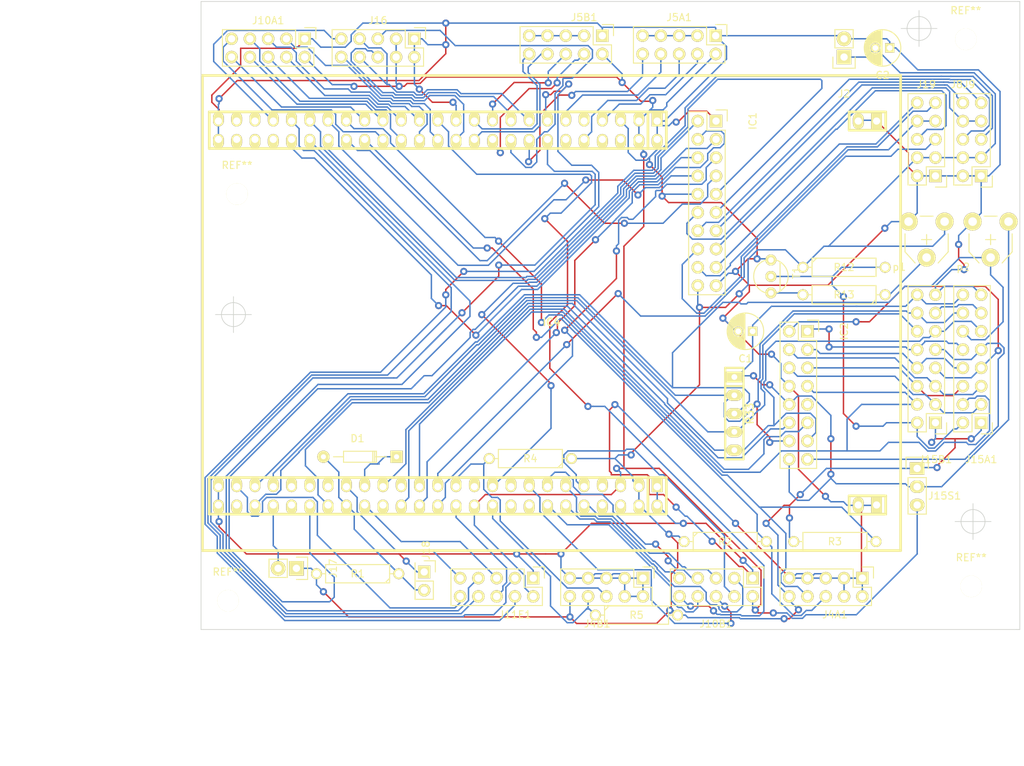
<source format=kicad_pcb>
(kicad_pcb (version 20240108) (generator "pcbnew") (generator_version "8.0")
  (layers (0 "F.Cu" signal) (31 "B.Cu" signal) (35 "F.Paste" user) (37 "F.SilkS" user "F.Silkscreen") (39 "F.Mask" user) (44 "Edge.Cuts" user))
  (net 0 "")
  (net 1 "Net-(C1-Pad1)")
  (net 2 "GND")
  (net 3 "+5V")
  (net 4 "/PD0")
  (net 5 "/PD1")
  (net 6 "/PB8")
  (net 7 "/PA15")
  (net 8 "/PB3")
  (net 9 "/PB5")
  (net 10 "/PD10")
  (net 11 "/PB12")
  (net 12 "/PB13")
  (net 13 "/PB15")
  (net 14 "Net-(IC1-Pad11)")
  (net 15 "Net-(IC1-Pad12)")
  (net 16 "Net-(IC1-Pad13)")
  (net 17 "Net-(IC1-Pad14)")
  (net 18 "Net-(IC1-Pad15)")
  (net 19 "Net-(IC1-Pad16)")
  (net 20 "Net-(IC1-Pad17)")
  (net 21 "Net-(IC1-Pad18)")
  (net 22 "Net-(IC2-Pad1)")
  (net 23 "Net-(IC2-Pad2)")
  (net 24 "Net-(IC2-Pad3)")
  (net 25 "Net-(IC2-Pad4)")
  (net 26 "Net-(IC2-Pad5)")
  (net 27 "Net-(IC2-Pad6)")
  (net 28 "/PD7")
  (net 29 "Net-(IC2-Pad9)")
  (net 30 "/PD6")
  (net 31 "/PD3")
  (net 32 "/PC11")
  (net 33 "/PA8")
  (net 34 "Net-(IC2-Pad15)")
  (net 35 "/PB10")
  (net 36 "/PB11")
  (net 37 "/PB6")
  (net 38 "/PB9")
  (net 39 "+3V3")
  (net 40 "Net-(J5A1-Pad3)")
  (net 41 "/PC1")
  (net 42 "/PC2")
  (net 43 "/PA1")
  (net 44 "/PA4")
  (net 45 "Net-(J5B1-Pad3)")
  (net 46 "/PC4")
  (net 47 "/PC5")
  (net 48 "/PB0")
  (net 49 "/PB1")
  (net 50 "/PB14")
  (net 51 "/PE8")
  (net 52 "/PE9")
  (net 53 "/PE10")
  (net 54 "/PE11")
  (net 55 "/PE12")
  (net 56 "/PE13")
  (net 57 "/PE14")
  (net 58 "/PE15")
  (net 59 "/PC13")
  (net 60 "/PC14")
  (net 61 "/PC15")
  (net 62 "/PE2")
  (net 63 "/PE4")
  (net 64 "/PE5")
  (net 65 "/PE6")
  (net 66 "/PE7")
  (net 67 "/PD9")
  (net 68 "/PA3")
  (net 69 "/PD2")
  (net 70 "/PB7")
  (net 71 "/PD8")
  (net 72 "/PA2")
  (net 73 "/PC12")
  (net 74 "/PC6")
  (net 75 "Net-(J15A1-Pad2)")
  (net 76 "/PC8")
  (net 77 "Net-(J15A1-Pad13)")
  (net 78 "/PC9")
  (net 79 "/PA6")
  (net 80 "/PA7")
  (net 81 "/PA5")
  (net 82 "/PD11")
  (net 83 "/PB2")
  (net 84 "/PA9")
  (net 85 "/PB4")
  (net 86 "Net-(R13-Pad1)")
  (net 87 "Net-(R13-Pad2)")
  (net 88 "Net-(IC4-Pad59)")
  (net 89 "Net-(IC4-Pad61)")
  (net 90 "Net-(IC4-Pad63)")
  (net 91 "Net-(IC4-Pad71)")
  (net 92 "Net-(IC4-Pad79)")
  (net 93 "Net-(IC4-Pad83)")
  (net 94 "Net-(IC4-Pad93)")
  (net 95 "Net-(IC4-Pad96)")
  (net 96 "Net-(IC4-Pad94)")
  (net 97 "Net-(IC4-Pad86)")
  (net 98 "Net-(IC4-Pad84)")
  (net 99 "Net-(IC4-Pad70)")
  (net 100 "Net-(IC4-Pad60)")
  (net 101 "Net-(IC4-Pad54)")
  (net 102 "Net-(IC4-Pad48)")
  (net 103 "Net-(IC4-Pad46)")
  (net 104 "Net-(IC4-Pad44)")
  (net 105 "Net-(IC4-Pad12)")
  (net 106 "Net-(IC4-Pad8)")
  (net 107 "Net-(IC4-Pad6)")
  (net 108 "Net-(IC4-Pad9)")
  (net 109 "Net-(IC4-Pad45)")
  (net 110 "Net-(IC4-Pad47)")
  (footprint "Capacitors_ThroughHole:C_Radial_D5_L11_P2" (layer "F.Cu") (at 182.88 83.82 180)
    (property "Reference" "C1")
    (property "Value" "C")
  )
  (footprint "Capacitors_ThroughHole:C_Radial_D5_L11_P2" (layer "F.Cu") (at 201.93 44.45 180)
    (property "Reference" "C2")
    (property "Value" "C")
  )
  (footprint "Diodes_ThroughHole:Diode_DO-35_SOD27_Horizontal_RM10" (layer "F.Cu") (at 133.41052 101.24746 180)
    (property "Reference" "D1")
    (property "Value" "D")
  )
  (footprint "Socket_Strips:Socket_Strip_Straight_2x10" (layer "F.Cu") (at 177.8 54.61 -90)
    (property "Reference" "IC1")
    (property "Value" "74HCT541_PWR")
  )
  (footprint "Socket_Strips:Socket_Strip_Straight_2x08" (layer "F.Cu") (at 190.5 83.82 -90)
    (property "Reference" "IC2")
    (property "Value" "74HC595")
  )
  (footprint "Pin_Headers:Pin_Header_Straight_1x02" (layer "F.Cu") (at 195.58 45.72 180)
    (property "Reference" "J2")
    (property "Value" "CONN_2")
  )
  (footprint "Pin_Headers:Pin_Header_Straight_2x05" (layer "F.Cu") (at 198.12 118.11 -90)
    (property "Reference" "J4A1")
    (property "Value" "CONN_02X05")
  )
  (footprint "Pin_Headers:Pin_Header_Straight_2x05" (layer "F.Cu") (at 167.64 118.11 -90)
    (property "Reference" "J4B1")
    (property "Value" "CONN_02X05")
  )
  (footprint "Pin_Headers:Pin_Header_Straight_2x05" (layer "F.Cu") (at 177.75 42.75 -90)
    (property "Reference" "J5A1")
    (property "Value" "CONN_02X05")
  )
  (footprint "Pin_Headers:Pin_Header_Straight_2x05" (layer "F.Cu") (at 162 42.75 -90)
    (property "Reference" "J5B1")
    (property "Value" "CONN_02X05")
  )
  (footprint "Pin_Headers:Pin_Header_Straight_2x05" (layer "F.Cu") (at 214.63 62.23 180)
    (property "Reference" "J8J9")
    (property "Value" "CONN_02X05")
  )
  (footprint "Pin_Headers:Pin_Header_Straight_2x05" (layer "F.Cu") (at 120.65 43.18 -90)
    (property "Reference" "J10A1")
    (property "Value" "CONN_02X05")
  )
  (footprint "Pin_Headers:Pin_Header_Straight_2x05" (layer "F.Cu") (at 182.88 118.11 -90)
    (property "Reference" "J10B1")
    (property "Value" "CONN_02X05")
  )
  (footprint "Pin_Headers:Pin_Header_Straight_2x05" (layer "F.Cu") (at 152.4 118.11 -90)
    (property "Reference" "J11E1")
    (property "Value" "CONN_02X05")
  )
  (footprint "Pin_Headers:Pin_Header_Straight_2x08" (layer "F.Cu") (at 214.63 96.52 180)
    (property "Reference" "J15A1")
    (property "Value" "CONN_02X08")
  )
  (footprint "Pin_Headers:Pin_Header_Straight_2x08" (layer "F.Cu") (at 208.28 96.52 180)
    (property "Reference" "J15B1")
    (property "Value" "CONN_02X08")
  )
  (footprint "Pin_Headers:Pin_Header_Straight_1x03" (layer "F.Cu") (at 205.74 102.87)
    (property "Reference" "J15S1")
    (property "Value" "CONN_01X03")
  )
  (footprint "Pin_Headers:Pin_Header_Straight_2x05" (layer "F.Cu") (at 135.89 43.18 -90)
    (property "Reference" "J16")
    (property "Value" "CONN_02X05")
  )
  (footprint "Pin_Headers:Pin_Header_Straight_1x02" (layer "F.Cu") (at 119.5 116.75 -90)
    (property "Reference" "J17")
    (property "Value" "CONN_01X02")
  )
  (footprint "Pin_Headers:Pin_Header_Straight_2x01" (layer "F.Cu") (at 137.25 117.25 -90)
    (property "Reference" "J18")
    (property "Value" "CONN_2")
  )
  (footprint "Pin_Headers:Pin_Header_Straight_2x05" (layer "F.Cu") (at 208.28 62.23 180)
    (property "Reference" "J19")
    (property "Value" "CONN_02X05")
  )
  (footprint "Potentiometers:Potentiometer_VishaySpectrol-Econtrim-Type36T" (layer "F.Cu") (at 209.55 68.58 180)
    (property "Reference" "p1")
    (property "Value" "POT")
  )
  (footprint "Potentiometers:Potentiometer_VishaySpectrol-Econtrim-Type36T" (layer "F.Cu") (at 218.44 68.58 180)
    (property "Reference" "p2")
    (property "Value" "POT")
  )
  (footprint "Discret:R4-5" (layer "F.Cu") (at 128 117.5 180)
    (property "Reference" "R1")
    (property "Value" "R")
  )
  (footprint "Discret:R4-5" (layer "F.Cu") (at 179.07 113.03)
    (property "Reference" "R2")
    (property "Value" "R")
  )
  (footprint "Discret:R4-5" (layer "F.Cu") (at 194.31 113.03 180)
    (property "Reference" "R3")
    (property "Value" "R")
  )
  (footprint "Discret:R4-5" (layer "F.Cu") (at 152 101.5 180)
    (property "Reference" "R4")
    (property "Value" "R")
  )
  (footprint "Discret:R4-5" (layer "F.Cu") (at 166.75 123.25)
    (property "Reference" "R5")
    (property "Value" "R")
  )
  (footprint "Discret:R4-5" (layer "F.Cu") (at 195.58 74.93)
    (property "Reference" "R12")
    (property "Value" "R")
  )
  (footprint "Discret:R4-5" (layer "F.Cu") (at 195.58 78.74 180)
    (property "Reference" "R13")
    (property "Value" "R")
  )
  (footprint "w_pth_resistors:r-sil_5" (layer "F.Cu") (at 180.34 95.25 -90)
    (property "Reference" "R33")
    (property "Value" "R-SIL_4" (hide yes))
  )
  (footprint "empreinte ksir:bc337" (layer "F.Cu") (at 185.42 76.2 90)
    (property "Reference" "T1")
    (property "Value" "BC817-40")
  )
  (footprint "w_conn_misc:stm32f4_discovery_header" (layer "F.Cu") (at 154.94 81.28)
    (property "Reference" "IC4")
    (property "Value" "STM32F4_Discovery_Header" (hide yes))
  )
  (footprint "Mounting_Holes:MountingHole_3mm" (layer "F.Cu") (at 213.25 119.25)
    (property "Reference" "REF**")
    (property "Value" "MountingHole_3mm")
  )
  (footprint "Mounting_Holes:MountingHole_3mm" (layer "F.Cu") (at 110 121.25)
    (property "Reference" "REF**")
    (property "Value" "MountingHole_3mm")
  )
  (footprint "Mounting_Holes:MountingHole_3mm" (layer "F.Cu") (at 212.5 43.25)
    (property "Reference" "REF**")
    (property "Value" "MountingHole_3mm")
  )
  (footprint "Mounting_Holes:MountingHole_3mm" (layer "F.Cu") (at 111.25 64.75)
    (property "Reference" "REF**")
    (property "Value" "MountingHole_3mm")
  )
  (gr_line (start 219.75 38) (end 106.25 38) (stroke (width 0.1)) (layer "Edge.Cuts"))
  (gr_line (start 106.25 125.25) (end 219.5 125.25) (stroke (width 0.1)) (layer "Edge.Cuts"))
  (gr_line (start 219.5 125.25) (end 219.75 125.25) (stroke (width 0.1)) (layer "Edge.Cuts"))
  (gr_line (start 106.25 38) (end 106.25 125.25) (stroke (width 0.1)) (layer "Edge.Cuts"))
  (gr_line (start 219.75 125.25) (end 220 125.25) (stroke (width 0.1)) (layer "Edge.Cuts"))
  (gr_line (start 220 38) (end 219.75 38) (stroke (width 0.1)) (layer "Edge.Cuts"))
  (gr_line (start 220 125.25) (end 220 38) (stroke (width 0.1)) (layer "Edge.Cuts"))
  (target plus (at 110.75 81.5) (size 5) (width 0.1) (layer "Edge.Cuts"))
  (target plus (at 206 41.75) (size 5) (width 0.1) (layer "Edge.Cuts"))
  (target plus (at 213.5 110.25) (size 5) (width 0.1) (layer "Edge.Cuts"))
  (segment (start 184.25 91.25) (end 183 90) (width 0.2) (layer "F.Cu") (net 1))
  (segment (start 185.25 91.25) (end 184.25 91.25) (width 0.2) (layer "F.Cu") (net 1))
  (segment (start 193.75 98.75) (end 193.75 103.67002) (width 0.2) (layer "F.Cu") (net 1))
  (via (at 193.75 98.75) (size 1) (drill 0.5) (layers "F.Cu" "B.Cu") (net 1))
  (via (at 185.25 91.25) (size 1) (drill 0.5) (layers "F.Cu" "B.Cu") (net 1))
  (via (at 183 90) (size 1) (drill 0.5) (layers "F.Cu" "B.Cu") (net 1))
  (via (at 193.75 103.67002) (size 1) (drill 0.5) (layers "F.Cu" "B.Cu") (net 1))
  (segment (start 193.75 104.25) (end 194.5 105) (width 0.2) (layer "B.Cu") (net 1))
  (segment (start 197.400011 80.349989) (end 197.25 80.349989) (width 0.2) (layer "B.Cu") (net 1))
  (segment (start 205.74 78.74) (end 207 80) (width 0.2) (layer "B.Cu") (net 1))
  (segment (start 189.115998 107.300002) (end 187.96 106.144004) (width 0.2) (layer "B.Cu") (net 1))
  (segment (start 193.75 104.25) (end 190.699998 107.300002) (width 0.2) (layer "B.Cu") (net 1))
  (segment (start 187.96 106.144004) (end 187.96 102.821314) (width 0.2) (layer "B.Cu") (net 1))
  (segment (start 205.74 105.41) (end 204.524 105.41) (width 0.2) (layer "B.Cu") (net 1))
  (segment (start 190.699998 107.300002) (end 189.115998 107.300002) (width 0.2) (layer "B.Cu") (net 1))
  (segment (start 210.83 80) (end 212.09 78.74) (width 0.2) (layer "B.Cu") (net 1))
  (segment (start 197.25 80.349989) (end 204.130011 80.349989) (width 0.2) (layer "B.Cu") (net 1))
  (segment (start 182.88 83.82) (end 182.88 82.97) (width 0.2) (layer "B.Cu") (net 1))
  (segment (start 204.524 105.41) (end 204.114 105) (width 0.2) (layer "B.Cu") (net 1))
  (segment (start 193.75 95.50787) (end 193.75 98.042894) (width 0.2) (layer "B.Cu") (net 1))
  (segment (start 218.44 68.58) (end 218.44 96.108602) (width 0.2) (layer "B.Cu") (net 1))
  (segment (start 182.88 83.82) (end 182.88 87.96782) (width 0.2) (layer "B.Cu") (net 1))
  (segment (start 182.88 82.97) (end 185.500011 80.349989) (width 0.2) (layer "B.Cu") (net 1))
  (segment (start 191.058529 92.816399) (end 193.75 95.50787) (width 0.2) (layer "B.Cu") (net 1))
  (segment (start 187.96 93.98) (end 189.123601 92.816399) (width 0.2) (layer "B.Cu") (net 1))
  (segment (start 193.75 104.25) (end 193.75 103.67002) (width 0.2) (layer "B.Cu") (net 1))
  (segment (start 185.25 91.27) (end 185.25 91.25) (width 0.2) (layer "B.Cu") (net 1))
  (segment (start 204.114 105) (end 194.5 105) (width 0.2) (layer "B.Cu") (net 1))
  (segment (start 193.75 98.042894) (end 193.75 98.75) (width 0.2) (layer "B.Cu") (net 1))
  (segment (start 180.67782 90.17) (end 180.34 90.17) (width 0.2) (layer "B.Cu") (net 1))
  (segment (start 185.500011 80.349989) (end 197.25 80.349989) (width 0.2) (layer "B.Cu") (net 1))
  (segment (start 187.96 93.98) (end 185.25 91.27) (width 0.2) (layer "B.Cu") (net 1))
  (segment (start 204.876401 79.603599) (end 205.74 78.74) (width 0.2) (layer "B.Cu") (net 1))
  (segment (start 209.138602 105.41) (end 206.956 105.41) (width 0.2) (layer "B.Cu") (net 1))
  (segment (start 183 90) (end 180.51 90) (width 0.2) (layer "B.Cu") (net 1))
  (segment (start 180.51 90) (end 180.34 90.17) (width 0.2) (layer "B.Cu") (net 1))
  (segment (start 218.44 96.108602) (end 209.138602 105.41) (width 0.2) (layer "B.Cu") (net 1))
  (segment (start 187.96 102.821314) (end 187.96 101.6) (width 0.2) (layer "B.Cu") (net 1))
  (segment (start 204.130011 80.349989) (end 204.876401 79.603599) (width 0.2) (layer "B.Cu") (net 1))
  (segment (start 182.88 87.96782) (end 180.67782 90.17) (width 0.2) (layer "B.Cu") (net 1))
  (segment (start 189.123601 92.816399) (end 191.058529 92.816399) (width 0.2) (layer "B.Cu") (net 1))
  (segment (start 207 80) (end 210.83 80) (width 0.2) (layer "B.Cu") (net 1))
  (segment (start 206.956 105.41) (end 205.74 105.41) (width 0.2) (layer "B.Cu") (net 1))
  (segment (start 183 118) (end 182.88 118.11) (width 0.2) (layer "F.Cu") (net 2))
  (segment (start 177.75 54.5) (end 177.8 54.61) (width 0.2) (layer "F.Cu") (net 2))
  (segment (start 198 118) (end 198.12 118.11) (width 0.2) (layer "F.Cu") (net 2))
  (segment (start 205.75 62.25) (end 205.74 62.23) (width 0.2) (layer "F.Cu") (net 2))
  (segment (start 108.75 54.5) (end 108.66 54.61) (width 0.2) (layer "F.Cu") (net 2))
  (segment (start 170.30002 65.034424) (end 171.199197 65.933601) (width 0.2) (layer "F.Cu") (net 2))
  (segment (start 163.25 103.5) (end 163.25 103.75) (width 0.2) (layer "F.Cu") (net 2))
  (segment (start 193.326001 77.423999) (end 201.25 69.5) (width 0.2) (layer "F.Cu") (net 2))
  (segment (start 183.5 70.91637) (end 183.5 73.042894) (width 0.2) (layer "F.Cu") (net 2))
  (segment (start 181.056528 115.150725) (end 181.556527 115.650724) (width 0.2) (layer "F.Cu") (net 2))
  (segment (start 133.75 114.75) (end 150.1036 114.75) (width 0.2) (layer "F.Cu") (net 2))
  (segment (start 160.5 110.5) (end 156.25 114.75) (width 0.2) (layer "F.Cu") (net 2))
  (segment (start 168.5 106.5) (end 170.5 106.5) (width 0.2) (layer "F.Cu") (net 2))
  (segment (start 174 53.25) (end 176.5 53.25) (width 0.2) (layer "F.Cu") (net 2))
  (segment (start 181 116.5) (end 181.5 116.5) (width 0.2) (layer "F.Cu") (net 2))
  (segment (start 182.423999 77.423999) (end 182.5 77.423999) (width 0.2) (layer "F.Cu") (net 2))
  (segment (start 198 108.5) (end 198 118) (width 0.2) (layer "F.Cu") (net 2))
  (segment (start 140.25 44) (end 140.25 45.25) (width 0.2) (layer "F.Cu") (net 2))
  (segment (start 204.5 61) (end 205.75 62.25) (width 0.2) (layer "F.Cu") (net 2))
  (segment (start 171.199197 65.933601) (end 178.517231 65.933601) (width 0.2) (layer "F.Cu") (net 2))
  (segment (start 163 103.25) (end 163.25 103.5) (width 0.2) (layer "F.Cu") (net 2))
  (segment (start 197.5 108) (end 198 108.5) (width 0.2) (layer "F.Cu") (net 2))
  (segment (start 119.5 44.5) (end 111.75 44.5) (width 0.2) (layer "F.Cu") (net 2))
  (segment (start 140.25 45.25) (end 136.516347 48.983653) (width 0.2) (layer "F.Cu") (net 2))
  (segment (start 182.423999 78.326001) (end 178.75 82) (width 0.2) (layer "F.Cu") (net 2))
  (segment (start 111.75 44.5) (end 111.75 47) (width 0.2) (layer "F.Cu") (net 2))
  (segment (start 189.25 103) (end 193 106.75) (width 0.2) (layer "F.Cu") (net 2))
  (segment (start 120.65 43.18) (end 120.75 43.25) (width 0.2) (layer "F.Cu") (net 2))
  (segment (start 182.5 77.423999) (end 193.326001 77.423999) (width 0.2) (layer "F.Cu") (net 2))
  (segment (start 200 54.5) (end 204.5 59) (width 0.2) (layer "F.Cu") (net 2))
  (segment (start 200.1 54.61) (end 200 54.5) (width 0.2) (layer "F.Cu") (net 2))
  (segment (start 197.56 107.95) (end 197.5 108) (width 0.2) (layer "F.Cu") (net 2))
  (segment (start 111.266347 48.983653) (end 108.75 51.5) (width 0.2) (layer "F.Cu") (net 2))
  (segment (start 108.75 110.25) (end 108.75 110.957106) (width 0.2) (layer "F.Cu") (net 2))
  (segment (start 108.75 110.957106) (end 112.542894 114.75) (width 0.2) (layer "F.Cu") (net 2))
  (segment (start 120.75 43.25) (end 119.5 44.5) (width 0.2) (layer "F.Cu") (net 2))
  (segment (start 107.75 52) (end 108.75 53) (width 0.2) (layer "F.Cu") (net 2))
  (segment (start 178.517231 65.933601) (end 183.5 70.91637) (width 0.2) (layer "F.Cu") (net 2))
  (segment (start 163.25 103.75) (end 168.25 103.75) (width 0.2) (layer "F.Cu") (net 2))
  (segment (start 140.25 44) (end 140.25 41.5) (width 0.2) (layer "F.Cu") (net 2))
  (segment (start 138.389637 52) (end 137.07332 50.683683) (width 0.2) (layer "F.Cu") (net 2))
  (segment (start 188 118) (end 180.5 110.5) (width 0.2) (layer "F.Cu") (net 2))
  (segment (start 181.5 116.5) (end 183 118) (width 0.2) (layer "F.Cu") (net 2))
  (segment (start 168.5 104) (end 168.5 106.5) (width 0.2) (layer "F.Cu") (net 2))
  (segment (start 141.25 52) (end 138.389637 52) (width 0.2) (layer "F.Cu") (net 2))
  (segment (start 187.96 91.44) (end 188 91.5) (width 0.2) (layer "F.Cu") (net 2))
  (segment (start 108.75 53) (end 108.75 54.5) (width 0.2) (layer "F.Cu") (net 2))
  (segment (start 137.07332 50.683683) (end 136.573321 50.183684) (width 0.2) (layer "F.Cu") (net 2))
  (segment (start 212.25 74.542894) (end 211.5 73.792894) (width 0.2) (layer "F.Cu") (net 2))
  (segment (start 180.5 75.5) (end 182.25 73.75) (width 0.2) (layer "F.Cu") (net 2))
  (segment (start 183.5 73.042894) (end 183.5 73.75) (width 0.2) (layer "F.Cu") (net 2))
  (segment (start 173.25 110.5) (end 176.405803 110.5) (width 0.2) (layer "F.Cu") (net 2))
  (segment (start 187.96 118.11) (end 188 118) (width 0.2) (layer "F.Cu") (net 2))
  (segment (start 170.5 106.5) (end 172.25 108.25) (width 0.2) (layer "F.Cu") (net 2))
  (segment (start 212.25 75.25) (end 212.25 74.542894) (width 0.2) (layer "F.Cu") (net 2))
  (segment (start 172.25 54.75) (end 172.5 54.75) (width 0.2) (layer "F.Cu") (net 2))
  (segment (start 150.1036 114.75) (end 154.12 114.75) (width 0.2) (layer "F.Cu") (net 2))
  (segment (start 176.405803 110.5) (end 181.056528 115.150725) (width 0.2) (layer "F.Cu") (net 2))
  (segment (start 188 91.5) (end 189.25 92.75) (width 0.2) (layer "F.Cu") (net 2))
  (segment (start 182.423999 77.423999) (end 182.423999 78.326001) (width 0.2) (layer "F.Cu") (net 2))
  (segment (start 182.25 73.75) (end 183.5 73.75) (width 0.2) (layer "F.Cu") (net 2))
  (segment (start 185.5 87) (end 183.75 87) (width 0.2) (layer "F.Cu") (net 2))
  (segment (start 177.5 113) (end 181 116.5) (width 0.2) (layer "F.Cu") (net 2))
  (segment (start 169.05 61.153787) (end 168.550001 60.653788) (width 0.2) (layer "F.Cu") (net 2))
  (segment (start 112.542894 114.75) (end 133.75 114.75) (width 0.2) (layer "F.Cu") (net 2))
  (segment (start 133.75 114.75) (end 134.75 115.75) (width 0.2) (layer "F.Cu") (net 2))
  (segment (start 189.25 92.75) (end 189.25 103) (width 0.2) (layer "F.Cu") (net 2))
  (segment (start 154.12 114.75) (end 156.25 114.75) (width 0.2) (layer "F.Cu") (net 2))
  (segment (start 170.30002 62.403807) (end 169.05 61.153787) (width 0.2) (layer "F.Cu") (net 2))
  (segment (start 172.5 54.75) (end 174 53.25) (width 0.2) (layer "F.Cu") (net 2))
  (segment (start 136.516347 48.983653) (end 111.266347 48.983653) (width 0.2) (layer "F.Cu") (net 2))
  (segment (start 176.5 53.25) (end 177.75 54.5) (width 0.2) (layer "F.Cu") (net 2))
  (segment (start 177.25 113) (end 177.5 113) (width 0.2) (layer "F.Cu") (net 2))
  (segment (start 183.75 87) (end 178.75 82) (width 0.2) (layer "F.Cu") (net 2))
  (segment (start 180.5 75.5) (end 182.423999 77.423999) (width 0.2) (layer "F.Cu") (net 2))
  (segment (start 111.75 47) (end 107.75 51) (width 0.2) (layer "F.Cu") (net 2))
  (segment (start 168.25 103.75) (end 168.5 104) (width 0.2) (layer "F.Cu") (net 2))
  (segment (start 170.30002 65.034424) (end 170.30002 62.403807) (width 0.2) (layer "F.Cu") (net 2))
  (segment (start 163 94.75) (end 163 103.25) (width 0.2) (layer "F.Cu") (net 2))
  (segment (start 173.25 110.5) (end 160.5 110.5) (width 0.2) (layer "F.Cu") (net 2))
  (segment (start 107.75 51) (end 107.75 52) (width 0.2) (layer "F.Cu") (net 2))
  (segment (start 204.5 59) (end 204.5 61) (width 0.2) (layer "F.Cu") (net 2))
  (segment (start 163.75 94) (end 163 94.75) (width 0.2) (layer "F.Cu") (net 2))
  (segment (start 211.5 73.792894) (end 211.5 71.75) (width 0.2) (layer "F.Cu") (net 2))
  (segment (start 140.25 41.5) (end 140.25 41) (width 0.2) (layer "F.Cu") (net 2))
  (via (at 108.75 51.5) (size 1) (drill 0.5) (layers "F.Cu" "B.Cu") (net 2))
  (via (at 183.5 73.75) (size 1) (drill 0.5) (layers "F.Cu" "B.Cu") (net 2))
  (via (at 140.25 44) (size 1) (drill 0.5) (layers "F.Cu" "B.Cu") (net 2))
  (via (at 180.5 75.5) (size 1) (drill 0.5) (layers "F.Cu" "B.Cu") (net 2))
  (via (at 173.25 110.5) (size 1) (drill 0.5) (layers "F.Cu" "B.Cu") (net 2))
  (via (at 163.75 94) (size 1) (drill 0.5) (layers "F.Cu" "B.Cu") (net 2))
  (via (at 156.25 114.75) (size 1) (drill 0.5) (layers "F.Cu" "B.Cu") (net 2))
  (via (at 178.75 82) (size 1) (drill 0.5) (layers "F.Cu" "B.Cu") (net 2))
  (via (at 193 106.75) (size 1) (drill 0.5) (layers "F.Cu" "B.Cu") (net 2))
  (via (at 168.550001 60.653788) (size 1) (drill 0.5) (layers "F.Cu" "B.Cu") (net 2))
  (via (at 136.573321 50.183684) (size 1) (drill 0.5) (layers "F.Cu" "B.Cu") (net 2))
  (via (at 185.5 87) (size 1) (drill 0.5) (layers "F.Cu" "B.Cu") (net 2))
  (via (at 108.75 110.25) (size 1) (drill 0.5) (layers "F.Cu" "B.Cu") (net 2))
  (via (at 134.75 115.75) (size 1) (drill 0.5) (layers "F.Cu" "B.Cu") (net 2))
  (via (at 212.25 75.25) (size 1) (drill 0.5) (layers "F.Cu" "B.Cu") (net 2))
  (via (at 201.25 69.5) (size 1) (drill 0.5) (layers "F.Cu" "B.Cu") (net 2))
  (via (at 141.25 52) (size 1) (drill 0.5) (layers "F.Cu" "B.Cu") (net 2))
  (via (at 172.25 54.75) (size 1) (drill 0.5) (layers "F.Cu" "B.Cu") (net 2))
  (via (at 152.4 118.11) (size 1) (drill 0.5) (layers "F.Cu" "B.Cu") (net 2))
  (via (at 180.5 110.5) (size 1) (drill 0.5) (layers "F.Cu" "B.Cu") (net 2))
  (via (at 211.5 71.75) (size 1) (drill 0.5) (layers "F.Cu" "B.Cu") (net 2))
  (via (at 181.556527 115.650724) (size 1) (drill 0.5) (layers "F.Cu" "B.Cu") (net 2))
  (via (at 170.30002 65.034424) (size 1) (drill 0.5) (layers "F.Cu" "B.Cu") (net 2))
  (via (at 177.25 113) (size 1) (drill 0.5) (layers "F.Cu" "B.Cu") (net 2))
  (via (at 150.1036 114.75) (size 1) (drill 0.5) (layers "F.Cu" "B.Cu") (net 2))
  (via (at 140.25 41) (size 1) (drill 0.5) (layers "F.Cu" "B.Cu") (net 2))
  (via (at 172.25 108.25) (size 1) (drill 0.5) (layers "F.Cu" "B.Cu") (net 2))
  (segment (start 170.64 54.61) (end 179.25 46) (width 0.2) (layer "B.Cu") (net 2))
  (segment (start 179.25 46) (end 179.25 44.25) (width 0.2) (layer "B.Cu") (net 2))
  (segment (start 179.25 44.25) (end 177.75 42.75) (width 0.2) (layer "B.Cu") (net 2))
  (segment (start 200 108) (end 200.1 107.95) (width 0.2) (layer "B.Cu") (net 2))
  (segment (start 188 118) (end 187.96 118.11) (width 0.2) (layer "B.Cu") (net 2))
  (segment (start 190.5 118) (end 190.5 118.11) (width 0.2) (layer "B.Cu") (net 2))
  (segment (start 197.5 54.5) (end 197.56 54.61) (width 0.2) (layer "B.Cu") (net 2))
  (segment (start 162.5 118) (end 162.56 118.11) (width 0.2) (layer "B.Cu") (net 2))
  (segment (start 160 118) (end 160.02 118.11) (width 0.2) (layer "B.Cu") (net 2))
  (segment (start 197.5 108) (end 197.56 107.95) (width 0.2) (layer "B.Cu") (net 2))
  (segment (start 164.5 117.5) (end 163.5 117.5) (width 0.2) (layer "B.Cu") (net 2))
  (segment (start 217.25 60.6736) (end 215.6936 62.23) (width 0.2) (layer "B.Cu") (net 2))
  (segment (start 197.5 108) (end 200 108) (width 0.2) (layer "B.Cu") (net 2))
  (segment (start 171.75 54.75) (end 172.25 54.75) (width 0.2) (layer "B.Cu") (net 2))
  (segment (start 182.88 116.974197) (end 182.056526 116.150723) (width 0.2) (layer "B.Cu") (net 2))
  (segment (start 141.68 54.61) (end 141.68 52.43) (width 0.2) (layer "B.Cu") (net 2))
  (segment (start 122.877201 44.343601) (end 126.288529 44.343601) (width 0.2) (layer "B.Cu") (net 2))
  (segment (start 188.5 118) (end 188 118) (width 0.2) (layer "B.Cu") (net 2))
  (segment (start 186.796399 88.296399) (end 185.5 87) (width 0.2) (layer "B.Cu") (net 2))
  (segment (start 198.12 120.65) (end 198.12 118.11) (width 0.2) (layer "B.Cu") (net 2))
  (segment (start 137.5 43.7264) (end 137.5 43.75) (width 0.2) (layer "B.Cu") (net 2))
  (segment (start 177.649999 41.586399) (end 177.75 41.6864) (width 0.2) (layer "B.Cu") (net 2))
  (segment (start 165.1 120.65) (end 165.1 118.11) (width 0.2) (layer "B.Cu") (net 2))
  (segment (start 205.74 67.39128) (end 204.55128 68.58) (width 0.2) (layer "B.Cu") (net 2))
  (segment (start 210.548686 75.25) (end 212.25 75.25) (width 0.2) (layer "B.Cu") (net 2))
  (segment (start 161.3136 41) (end 162 41.6864) (width 0.2) (layer "B.Cu") (net 2))
  (segment (start 137.75 44) (end 140.25 44) (width 0.2) (layer "B.Cu") (net 2))
  (segment (start 195.58 118.11) (end 198.12 118.11) (width 0.2) (layer "B.Cu") (net 2))
  (segment (start 179.52 75.75) (end 180.25 75.75) (width 0.2) (layer "B.Cu") (net 2))
  (segment (start 195.58 119.428686) (end 195.58 118.11) (width 0.2) (layer "B.Cu") (net 2))
  (segment (start 182.056526 116.150723) (end 181.556527 115.650724) (width 0.2) (layer "B.Cu") (net 2))
  (segment (start 136.25 117.25) (end 137.25 117.25) (width 0.2) (layer "B.Cu") (net 2))
  (segment (start 192.5 117.5) (end 191.5 117.5) (width 0.2) (layer "B.Cu") (net 2))
  (segment (start 193.75 107.5) (end 195.5 107.5) (width 0.2) (layer "B.Cu") (net 2))
  (segment (start 202.17 68.58) (end 204.55128 68.58) (width 0.2) (layer "B.Cu") (net 2))
  (segment (start 168.134002 60.050002) (end 166.664026 60.050002) (width 0.2) (layer "B.Cu") (net 2))
  (segment (start 201.93 44.45) (end 202.78 44.45) (width 0.2) (layer "B.Cu") (net 2))
  (segment (start 196 108) (end 197.5 108) (width 0.2) (layer "B.Cu") (net 2))
  (segment (start 169.62 58.564004) (end 168.134002 60.050002) (width 0.2) (layer "B.Cu") (net 2))
  (segment (start 214.63 67.39128) (end 213.44128 68.58) (width 0.2) (layer "B.Cu") (net 2))
  (segment (start 187.96 91.44) (end 186.796399 90.276399) (width 0.2) (layer "B.Cu") (net 2))
  (segment (start 126.288529 44.343601) (end 127.106399 43.525731) (width 0.2) (layer "B.Cu") (net 2))
  (segment (start 140.25 41) (end 161.3136 41) (width 0.2) (layer "B.Cu") (net 2))
  (segment (start 201.51 43.18) (end 201.93 43.6) (width 0.2) (layer "B.Cu") (net 2))
  (segment (start 169.62 58.564004) (end 168.550001 59.634003) (width 0.2) (layer "B.Cu") (net 2))
  (segment (start 191 118) (end 190.5 118) (width 0.2) (layer "B.Cu") (net 2))
  (segment (start 200.1 54.61) (end 200 54.5) (width 0.2) (layer "B.Cu") (net 2))
  (segment (start 180.5 110.5) (end 164 94) (width 0.2) (layer "B.Cu") (net 2))
  (segment (start 208.28 78.74) (end 208.28 77.518686) (width 0.2) (layer "B.Cu") (net 2))
  (segment (start 214.63 78.74) (end 213.466399 77.576399) (width 0.2) (layer "B.Cu") (net 2))
  (segment (start 177.75 42.75) (end 195.15 42.75) (width 0.2) (layer "B.Cu") (net 2))
  (segment (start 108.66 52.297106) (end 108.66 57.15) (width 0.2) (layer "B.Cu") (net 2))
  (segment (start 211.5 70.52128) (end 213.44128 68.58) (width 0.2) (layer "B.Cu") (net 2))
  (segment (start 169.62 105.41) (end 169.62 107.95) (width 0.2) (layer "B.Cu") (net 2))
  (segment (start 127.106399 43.525731) (end 127.106399 42.621471) (width 0.2) (layer "B.Cu") (net 2))
  (segment (start 169.62 57.15) (end 169.62 54.61) (width 0.2) (layer "B.Cu") (net 2))
  (segment (start 195.58 43.18) (end 201.51 43.18) (width 0.2) (layer "B.Cu") (net 2))
  (segment (start 165 118) (end 164.5 117.5) (width 0.2) (layer "B.Cu") (net 2))
  (segment (start 135.89 49.500363) (end 136.073322 49.683685) (width 0.2) (layer "B.Cu") (net 2))
  (segment (start 182.88 118.11) (end 182.88 116.974197) (width 0.2) (layer "B.Cu") (net 2))
  (segment (start 209.143599 77.876401) (end 208.28 78.74) (width 0.2) (layer "B.Cu") (net 2))
  (segment (start 158.701314 118.11) (end 167.64 118.11) (width 0.2) (layer "B.Cu") (net 2))
  (segment (start 202.78 44.45) (end 205.83 47.5) (width 0.2) (layer "B.Cu") (net 2))
  (segment (start 168.550001 59.634003) (end 168.550001 59.946682) (width 0.2) (layer "B.Cu") (net 2))
  (segment (start 163 118) (end 162.5 118) (width 0.2) (layer "B.Cu") (net 2))
  (segment (start 135.89 43.18) (end 136.9536 43.18) (width 0.2) (layer "B.Cu") (net 2))
  (segment (start 212.09 62.23) (end 213.311314 62.23) (width 0.2) (layer "B.Cu") (net 2))
  (segment (start 186.796399 90.276399) (end 186.796399 88.296399) (width 0.2) (layer "B.Cu") (net 2))
  (segment (start 121.7136 43.18) (end 122.877201 44.343601) (width 0.2) (layer "B.Cu") (net 2))
  (segment (start 169.62 58.1957) (end 169.62 58.4457) (width 0.2) (layer "B.Cu") (net 2))
  (segment (start 180.57 83.82) (end 180.88 83.82) (width 0.2) (layer "B.Cu") (net 2))
  (segment (start 189 117.5) (end 188.5 118) (width 0.2) (layer "B.Cu") (net 2))
  (segment (start 160.5 118) (end 160 118) (width 0.2) (layer "B.Cu") (net 2))
  (segment (start 152.4 117.0464) (end 150.1036 114.75) (width 0.2) (layer "B.Cu") (net 2))
  (segment (start 156.25 114.75) (end 156.25 116.88) (width 0.2) (layer "B.Cu") (net 2))
  (segment (start 173.25 110.5) (end 172.17 110.5) (width 0.2) (layer "B.Cu") (net 2))
  (segment (start 215.6936 62.23) (end 214.63 62.23) (width 0.2) (layer "B.Cu") (net 2))
  (segment (start 172.25 108.25) (end 173.5 109.5) (width 0.2) (layer "B.Cu") (net 2))
  (segment (start 157.48 118.11) (end 158.701314 118.11) (width 0.2) (layer "B.Cu") (net 2))
  (segment (start 136.9536 43.18) (end 137.5 43.7264) (width 0.2) (layer "B.Cu") (net 2))
  (segment (start 170.25 55.25) (end 171.25 55.25) (width 0.2) (layer "B.Cu") (net 2))
  (segment (start 120.65 43.18) (end 121.7136 43.18) (width 0.2) (layer "B.Cu") (net 2))
  (segment (start 187.96 118.11) (end 198.12 118.11) (width 0.2) (layer "B.Cu") (net 2))
  (segment (start 211.5 71.75) (end 211.5 70.52128) (width 0.2) (layer "B.Cu") (net 2))
  (segment (start 137.5 43.75) (end 137.75 44) (width 0.2) (layer "B.Cu") (net 2))
  (segment (start 209.443601 77.576399) (end 209.143599 77.876401) (width 0.2) (layer "B.Cu") (net 2))
  (segment (start 128.72787 41) (end 140.25 41) (width 0.2) (layer "B.Cu") (net 2))
  (segment (start 165.1 118.11) (end 165 118) (width 0.2) (layer "B.Cu") (net 2))
  (segment (start 193 106.75) (end 193.75 107.5) (width 0.2) (layer "B.Cu") (net 2))
  (segment (start 193 118) (end 192.5 117.5) (width 0.2) (layer "B.Cu") (net 2))
  (segment (start 171.25 55.25) (end 171.75 54.75) (width 0.2) (layer "B.Cu") (net 2))
  (segment (start 169.62 57.9457) (end 169.62 58.1957) (width 0.2) (layer "B.Cu") (net 2))
  (segment (start 162 41.6864) (end 162.100001 41.586399) (width 0.2) (layer "B.Cu") (net 2))
  (segment (start 173.5 109.5) (end 173.75 109.5) (width 0.2) (layer "B.Cu") (net 2))
  (segment (start 208.28 77.518686) (end 210.548686 75.25) (width 0.2) (layer "B.Cu") (net 2))
  (segment (start 135.89 45.72) (end 135.89 44.45) (width 0.2) (layer "B.Cu") (net 2))
  (segment (start 185.256 73.75) (end 185.42 73.914) (width 0.2) (layer "B.Cu") (net 2))
  (segment (start 152.4 118.11) (end 152.4 117.0464) (width 0.2) (layer "B.Cu") (net 2))
  (segment (start 169.5 54.5) (end 170.25 55.25) (width 0.2) (layer "B.Cu") (net 2))
  (segment (start 134.75 115.75) (end 136.25 117.25) (width 0.2) (layer "B.Cu") (net 2))
  (segment (start 141.68 52.43) (end 141.25 52) (width 0.2) (layer "B.Cu") (net 2))
  (segment (start 165.59001 55.66001) (end 164.54 54.61) (width 0.2) (layer "B.Cu") (net 2))
  (segment (start 136.073322 49.683685) (end 136.573321 50.183684) (width 0.2) (layer "B.Cu") (net 2))
  (segment (start 168.550001 59.946682) (end 168.550001 60.653788) (width 0.2) (layer "B.Cu") (net 2))
  (segment (start 201.93 43.6) (end 201.93 44.45) (width 0.2) (layer "B.Cu") (net 2))
  (segment (start 127.106399 42.621471) (end 128.72787 41) (width 0.2) (layer "B.Cu") (net 2))
  (segment (start 135.89 44.45) (end 135.89 43.18) (width 0.2) (layer "B.Cu") (net 2))
  (segment (start 190.5 118.11) (end 190.5 118) (width 0.2) (layer "B.Cu") (net 2))
  (segment (start 177.8 77.47) (end 179.52 75.75) (width 0.2) (layer "B.Cu") (net 2))
  (segment (start 169.62 58.4457) (end 169.62 58.564004) (width 0.2) (layer "B.Cu") (net 2))
  (segment (start 180.25 75.75) (end 180.5 75.5) (width 0.2) (layer "B.Cu") (net 2))
  (segment (start 175.26 64.77) (end 170.564444 64.77) (width 0.2) (layer "B.Cu") (net 2))
  (segment (start 167.64 120.65) (end 165.1 120.65) (width 0.2) (layer "B.Cu") (net 2))
  (segment (start 217.25 50.5) (end 217.25 60.6736) (width 0.2) (layer "B.Cu") (net 2))
  (segment (start 178.75 82) (end 180.57 83.82) (width 0.2) (layer "B.Cu") (net 2))
  (segment (start 165.59001 58.975986) (end 165.59001 55.66001) (width 0.2) (layer "B.Cu") (net 2))
  (segment (start 164 94) (end 163.75 94) (width 0.2) (layer "B.Cu") (net 2))
  (segment (start 213.311314 62.23) (end 214.63 62.23) (width 0.2) (layer "B.Cu") (net 2))
  (segment (start 183.5 73.75) (end 185.256 73.75) (width 0.2) (layer "B.Cu") (net 2))
  (segment (start 162.56 118.11) (end 162.5 118) (width 0.2) (layer "B.Cu") (net 2))
  (segment (start 167.64 120.65) (end 167.64 118.11) (width 0.2) (layer "B.Cu") (net 2))
  (segment (start 213.466399 77.576399) (end 209.443601 77.576399) (width 0.2) (layer "B.Cu") (net 2))
  (segment (start 162.5 118) (end 162 117.5) (width 0.2) (layer "B.Cu") (net 2))
  (segment (start 205.74 62.23) (end 208.28 62.23) (width 0.2) (layer "B.Cu") (net 2))
  (segment (start 162 41.6864) (end 162 42.75) (width 0.2) (layer "B.Cu") (net 2))
  (segment (start 170.564444 64.77) (end 170.30002 65.034424) (width 0.2) (layer "B.Cu") (net 2))
  (segment (start 195.58 120.65) (end 195.58 119.428686) (width 0.2) (layer "B.Cu") (net 2))
  (segment (start 166.664026 60.050002) (end 165.59001 58.975986) (width 0.2) (layer "B.Cu") (net 2))
  (segment (start 191.5 117.5) (end 191 118) (width 0.2) (layer "B.Cu") (net 2))
  (segment (start 169.62 57.15) (end 169.62 57.9457) (width 0.2) (layer "B.Cu") (net 2))
  (segment (start 108.75 52.207106) (end 108.66 52.297106) (width 0.2) (layer "B.Cu") (net 2))
  (segment (start 195.5 107.5) (end 196 108) (width 0.2) (layer "B.Cu") (net 2))
  (segment (start 201.25 69.5) (end 202.17 68.58) (width 0.2) (layer "B.Cu") (net 2))
  (segment (start 209.3436 62.23) (end 212.09 62.23) (width 0.2) (layer "B.Cu") (net 2))
  (segment (start 135.89 45.72) (end 135.89 49.500363) (width 0.2) (layer "B.Cu") (net 2))
  (segment (start 108.75 51.5) (end 108.75 52.207106) (width 0.2) (layer "B.Cu") (net 2))
  (segment (start 214.25 47.5) (end 217.25 50.5) (width 0.2) (layer "B.Cu") (net 2))
  (segment (start 172.17 110.5) (end 169.62 107.95) (width 0.2) (layer "B.Cu") (net 2))
  (segment (start 214.63 62.23) (end 214.63 67.39128) (width 0.2) (layer "B.Cu") (net 2))
  (segment (start 190 117.5) (end 189 117.5) (width 0.2) (layer "B.Cu") (net 2))
  (segment (start 161 117.5) (end 160.5 118) (width 0.2) (layer "B.Cu") (net 2))
  (segment (start 208.28 62.23) (end 209.3436 62.23) (width 0.2) (layer "B.Cu") (net 2))
  (segment (start 205.74 62.23) (end 205.74 67.39128) (width 0.2) (layer "B.Cu") (net 2))
  (segment (start 197.56 107.95) (end 197.5 108) (width 0.2) (layer "B.Cu") (net 2))
  (segment (start 169.62 54.61) (end 170.64 54.61) (width 0.2) (layer "B.Cu") (net 2))
  (segment (start 162 117.5) (end 161 117.5) (width 0.2) (layer "B.Cu") (net 2))
  (segment (start 108.66 105.41) (end 108.66 107.95) (width 0.2) (layer "B.Cu") (net 2))
  (segment (start 169.62 54.61) (end 169.5 54.5) (width 0.2) (layer "B.Cu") (net 2))
  (segment (start 177.75 41.6864) (end 177.75 42.75) (width 0.2) (layer "B.Cu") (net 2))
  (segment (start 205.83 47.5) (end 214.25 47.5) (width 0.2) (layer "B.Cu") (net 2))
  (segment (start 163.5 117.5) (end 163 118) (width 0.2) (layer "B.Cu") (net 2))
  (segment (start 200 54.5) (end 197.5 54.5) (width 0.2) (layer "B.Cu") (net 2))
  (segment (start 108.66 107.95) (end 108.66 110.16) (width 0.2) (layer "B.Cu") (net 2))
  (segment (start 162.100001 41.586399) (end 177.649999 41.586399) (width 0.2) (layer "B.Cu") (net 2))
  (segment (start 156.25 116.88) (end 157.48 118.11) (width 0.2) (layer "B.Cu") (net 2))
  (segment (start 173.75 109.5) (end 177.25 113) (width 0.2) (layer "B.Cu") (net 2))
  (segment (start 190.5 118) (end 190 117.5) (width 0.2) (layer "B.Cu") (net 2))
  (segment (start 195.15 42.75) (end 195.58 43.18) (width 0.2) (layer "B.Cu") (net 2))
  (segment (start 108.66 110.16) (end 108.75 110.25) (width 0.2) (layer "B.Cu") (net 2))
  (segment (start 193.04 118.11) (end 193 118) (width 0.2) (layer "B.Cu") (net 2))
  (segment (start 179.1186 80.5) (end 180.513091 79.105509) (width 0.2) (layer "F.Cu") (net 3))
  (segment (start 211 98.75) (end 211 100) (width 0.2) (layer "F.Cu") (net 3))
  (segment (start 157.5 123.5) (end 158.411715 124.411715) (width 0.2) (layer "F.Cu") (net 3))
  (segment (start 170.864735 123.090097) (end 171.364734 122.590098) (width 0.2) (layer "F.Cu") (net 3))
  (segment (start 208.25 98.75) (end 207.75 99.25) (width 0.2) (layer "F.Cu") (net 3))
  (segment (start 189.5 106.5) (end 188 108) (width 0.2) (layer "F.Cu") (net 3))
  (segment (start 180.513091 79.105509) (end 181.01309 78.60551) (width 0.2) (layer "F.Cu") (net 3))
  (segment (start 166 100.75) (end 166 101) (width 0.2) (layer "F.Cu") (net 3))
  (segment (start 211 100) (end 208.5 102.5) (width 0.2) (layer "F.Cu") (net 3))
  (segment (start 187.25 123.75) (end 188 123.75) (width 0.2) (layer "F.Cu") (net 3))
  (segment (start 184.75 110.5) (end 187.25 108) (width 0.2) (layer "F.Cu") (net 3))
  (segment (start 158.411715 124.411715) (end 169.543117 124.411715) (width 0.2) (layer "F.Cu") (net 3))
  (segment (start 187.25 108) (end 188 108) (width 0.2) (layer "F.Cu") (net 3))
  (segment (start 172.465 113.215) (end 171.25 112) (width 0.2) (layer "F.Cu") (net 3))
  (segment (start 188 108) (end 188 109.75) (width 0.2) (layer "F.Cu") (net 3))
  (segment (start 188 123.75) (end 189.25 122.5) (width 0.2) (layer "F.Cu") (net 3))
  (segment (start 213.25 98.75) (end 211 98.75) (width 0.2) (layer "F.Cu") (net 3))
  (segment (start 171.556399 117.551471) (end 172.465 116.64287) (width 0.2) (layer "F.Cu") (net 3))
  (segment (start 123.25 120) (end 126.75 123.5) (width 0.2) (layer "F.Cu") (net 3))
  (segment (start 175.5 80.5) (end 179.1186 80.5) (width 0.2) (layer "F.Cu") (net 3))
  (segment (start 208.5 102.5) (end 208.5 102.75) (width 0.2) (layer "F.Cu") (net 3))
  (segment (start 126.75 123.5) (end 157.5 123.5) (width 0.2) (layer "F.Cu") (net 3))
  (segment (start 169.543117 124.411715) (end 170.864735 123.090097) (width 0.2) (layer "F.Cu") (net 3))
  (segment (start 171.556399 122.341399) (end 171.556399 117.551471) (width 0.2) (layer "F.Cu") (net 3))
  (segment (start 172.465 116.64287) (end 172.465 113.215) (width 0.2) (layer "F.Cu") (net 3))
  (segment (start 175.5 91.25) (end 166 100.75) (width 0.2) (layer "F.Cu") (net 3))
  (segment (start 211 98.75) (end 208.25 98.75) (width 0.2) (layer "F.Cu") (net 3))
  (segment (start 172.465 123.25) (end 171.556399 122.341399) (width 0.2) (layer "F.Cu") (net 3))
  (segment (start 175.5 80.5) (end 175.5 91.25) (width 0.2) (layer "F.Cu") (net 3))
  (via (at 207.75 99.25) (size 1) (drill 0.5) (layers "F.Cu" "B.Cu") (net 3))
  (via (at 213.25 98.75) (size 1) (drill 0.5) (layers "F.Cu" "B.Cu") (net 3))
  (via (at 208.5 102.75) (size 1) (drill 0.5) (layers "F.Cu" "B.Cu") (net 3))
  (via (at 166 101) (size 1) (drill 0.5) (layers "F.Cu" "B.Cu") (net 3))
  (via (at 175.5 80.5) (size 1) (drill 0.5) (layers "F.Cu" "B.Cu") (net 3))
  (via (at 189.5 106.5) (size 1) (drill 0.5) (layers "F.Cu" "B.Cu") (net 3))
  (via (at 123.25 120) (size 1) (drill 0.5) (layers "F.Cu" "B.Cu") (net 3))
  (via (at 189.25 122.5) (size 1) (drill 0.5) (layers "F.Cu" "B.Cu") (net 3))
  (via (at 171.25 112) (size 1) (drill 0.5) (layers "F.Cu" "B.Cu") (net 3))
  (via (at 184.75 110.5) (size 1) (drill 0.5) (layers "F.Cu" "B.Cu") (net 3))
  (via (at 157.5 123.5) (size 1) (drill 0.5) (layers "F.Cu" "B.Cu") (net 3))
  (via (at 187.25 123.75) (size 1) (drill 0.5) (layers "F.Cu" "B.Cu") (net 3))
  (via (at 181.01309 78.60551) (size 1) (drill 0.5) (layers "F.Cu" "B.Cu") (net 3))
  (via (at 188 109.75) (size 1) (drill 0.5) (layers "F.Cu" "B.Cu") (net 3))
  (via (at 171.364734 122.590098) (size 1) (drill 0.5) (layers "F.Cu" "B.Cu") (net 3))
  (segment (start 208.28 59.69) (end 212.09 59.69) (width 0.2) (layer "B.Cu") (net 3))
  (segment (start 212.09 59.69) (end 214.63 59.69) (width 0.2) (layer "B.Cu") (net 3))
  (segment (start 121.535 116.75) (end 122.285 117.5) (width 0.2) (layer "B.Cu") (net 3))
  (segment (start 208.5 102.75) (end 205.86 102.75) (width 0.2) (layer "B.Cu") (net 3))
  (segment (start 157.715 101.5) (end 163.750298 101.5) (width 0.2) (layer "B.Cu") (net 3))
  (segment (start 203.380011 47.900011) (end 200.579999 45.099999) (width 0.2) (layer "B.Cu") (net 3))
  (segment (start 205.74 59.69) (end 193.43 72) (width 0.2) (layer "B.Cu") (net 3))
  (segment (start 172.465 123.25) (end 173.54263 123.25) (width 0.2) (layer "B.Cu") (net 3))
  (segment (start 188 112.435) (end 188.595 113.03) (width 0.2) (layer "B.Cu") (net 3))
  (segment (start 186.396388 119.086388) (end 186.396388 112.146388) (width 0.2) (layer "B.Cu") (net 3))
  (segment (start 207.75 99.25) (end 208.28 98.72) (width 0.2) (layer "B.Cu") (net 3))
  (segment (start 189.865 74.93) (end 187.435 72.5) (width 0.2) (layer "B.Cu") (net 3))
  (segment (start 173.54263 123.25) (end 173.892621 123.599991) (width 0.2) (layer "B.Cu") (net 3))
  (segment (start 200.579999 45.099999) (end 199.93 44.45) (width 0.2) (layer "B.Cu") (net 3))
  (segment (start 187.96 121.21) (end 187.96 120.65) (width 0.2) (layer "B.Cu") (net 3))
  (segment (start 187.435 72.5) (end 183.565998 72.5) (width 0.2) (layer "B.Cu") (net 3))
  (segment (start 166 101) (end 164.250298 101) (width 0.2) (layer "B.Cu") (net 3))
  (segment (start 188 109.75) (end 188 112.435) (width 0.2) (layer "B.Cu") (net 3))
  (segment (start 171.466831 122.488001) (end 171.364734 122.590098) (width 0.2) (layer "B.Cu") (net 3))
  (segment (start 157.5 123.5) (end 157.5 120.67) (width 0.2) (layer "B.Cu") (net 3))
  (segment (start 182.249999 77.368601) (end 181.513089 78.105511) (width 0.2) (layer "B.Cu") (net 3))
  (segment (start 172.465 123.25) (end 171.703001 122.488001) (width 0.2) (layer "B.Cu") (net 3))
  (segment (start 172.593001 112.268001) (end 171.398001 112.268001) (width 0.2) (layer "B.Cu") (net 3))
  (segment (start 122.285 119.035) (end 123.25 120) (width 0.2) (layer "B.Cu") (net 3))
  (segment (start 216.593622 57.726378) (end 216.593622 50.843622) (width 0.2) (layer "B.Cu") (net 3))
  (segment (start 173.355 113.03) (end 172.593001 112.268001) (width 0.2) (layer "B.Cu") (net 3))
  (segment (start 214.63 59.69) (end 216.593622 57.726378) (width 0.2) (layer "B.Cu") (net 3))
  (segment (start 175.26 80.26) (end 175.5 80.5) (width 0.2) (layer "B.Cu") (net 3))
  (segment (start 189.25 122.5) (end 187.96 121.21) (width 0.2) (layer "B.Cu") (net 3))
  (segment (start 207.897314 72) (end 192.795 72) (width 0.2) (layer "B.Cu") (net 3))
  (segment (start 122.285 117.5) (end 122.285 119.035) (width 0.2) (layer "B.Cu") (net 3))
  (segment (start 181.034027 123.600023) (end 181.184004 123.75) (width 0.2) (layer "B.Cu") (net 3))
  (segment (start 214.63 96.52) (end 214.63 97.5836) (width 0.2) (layer "B.Cu") (net 3))
  (segment (start 183.565998 72.5) (end 182.249999 73.815999) (width 0.2) (layer "B.Cu") (net 3))
  (segment (start 182.249999 73.815999) (end 182.249999 77.368601) (width 0.2) (layer "B.Cu") (net 3))
  (segment (start 214.63 97.5836) (end 213.4636 98.75) (width 0.2) (layer "B.Cu") (net 3))
  (segment (start 209.55 70.347314) (end 207.897314 72) (width 0.2) (layer "B.Cu") (net 3))
  (segment (start 193.13 102.87) (end 189.5 106.5) (width 0.2) (layer "B.Cu") (net 3))
  (segment (start 181.513089 78.105511) (end 181.01309 78.60551) (width 0.2) (layer "B.Cu") (net 3))
  (segment (start 163.750298 101.5) (end 166.25 103.999702) (width 0.2) (layer "B.Cu") (net 3))
  (segment (start 209.55 68.58) (end 209.55 70.347314) (width 0.2) (layer "B.Cu") (net 3))
  (segment (start 208.28 98.72) (end 208.28 96.52) (width 0.2) (layer "B.Cu") (net 3))
  (segment (start 193.43 72) (end 192.795 72) (width 0.2) (layer "B.Cu") (net 3))
  (segment (start 167.08 107.95) (end 167.08 105.41) (width 0.2) (layer "B.Cu") (net 3))
  (segment (start 213.4636 98.75) (end 213.25 98.75) (width 0.2) (layer "B.Cu") (net 3))
  (segment (start 119.5 116.75) (end 121.535 116.75) (width 0.2) (layer "B.Cu") (net 3))
  (segment (start 205.74 102.87) (end 193.13 102.87) (width 0.2) (layer "B.Cu") (net 3))
  (segment (start 198.66 45.72) (end 199.93 44.45) (width 0.2) (layer "B.Cu") (net 3))
  (segment (start 213.650011 47.900011) (end 203.380011 47.900011) (width 0.2) (layer "B.Cu") (net 3))
  (segment (start 195.58 45.72) (end 198.66 45.72) (width 0.2) (layer "B.Cu") (net 3))
  (segment (start 164.250298 101) (end 163.750298 101.5) (width 0.2) (layer "B.Cu") (net 3))
  (segment (start 205.86 102.75) (end 205.74 102.87) (width 0.2) (layer "B.Cu") (net 3))
  (segment (start 205.74 59.69) (end 208.28 59.69) (width 0.2) (layer "B.Cu") (net 3))
  (segment (start 175.26 77.47) (end 175.26 80.26) (width 0.2) (layer "B.Cu") (net 3))
  (segment (start 166.25 103.999702) (end 166.25 104.58) (width 0.2) (layer "B.Cu") (net 3))
  (segment (start 178.284621 123.600023) (end 181.034027 123.600023) (width 0.2) (layer "B.Cu") (net 3))
  (segment (start 216.593622 50.843622) (end 213.650011 47.900011) (width 0.2) (layer "B.Cu") (net 3))
  (segment (start 186.396388 112.146388) (end 184.75 110.5) (width 0.2) (layer "B.Cu") (net 3))
  (segment (start 186.542894 123.75) (end 187.25 123.75) (width 0.2) (layer "B.Cu") (net 3))
  (segment (start 171.398001 112.268001) (end 167.08 107.95) (width 0.2) (layer "B.Cu") (net 3))
  (segment (start 178.284589 123.599991) (end 178.284621 123.600023) (width 0.2) (layer "B.Cu") (net 3))
  (segment (start 157.5 120.67) (end 157.48 120.65) (width 0.2) (layer "B.Cu") (net 3))
  (segment (start 192.795 72) (end 189.865 74.93) (width 0.2) (layer "B.Cu") (net 3))
  (segment (start 181.184004 123.75) (end 186.542894 123.75) (width 0.2) (layer "B.Cu") (net 3))
  (segment (start 187.96 120.65) (end 186.396388 119.086388) (width 0.2) (layer "B.Cu") (net 3))
  (segment (start 173.892621 123.599991) (end 178.284589 123.599991) (width 0.2) (layer "B.Cu") (net 3))
  (segment (start 166.25 104.58) (end 167.08 105.41) (width 0.2) (layer "B.Cu") (net 3))
  (segment (start 171.703001 122.488001) (end 171.466831 122.488001) (width 0.2) (layer "B.Cu") (net 3))
  (segment (start 137.25 119.75) (end 137.25 119.79) (width 0.2) (layer "B.Cu") (net 4))
  (segment (start 127.529979 109.039979) (end 126.44 107.95) (width 0.2) (layer "B.Cu") (net 4))
  (segment (start 126.44 107.95) (end 125.38999 106.89999) (width 0.2) (layer "B.Cu") (net 4))
  (segment (start 133.715 117.5) (end 127.529979 111.314979) (width 0.2) (layer "B.Cu") (net 4))
  (segment (start 125.38999 103.38999) (end 124.099629 102.099629) (width 0.2) (layer "B.Cu") (net 4))
  (segment (start 133.75 117.5) (end 136 119.75) (width 0.2) (layer "B.Cu") (net 4))
  (segment (start 127.529979 111.314979) (end 127.529979 109.039979) (width 0.2) (layer "B.Cu") (net 4))
  (segment (start 136 119.75) (end 137.25 119.75) (width 0.2) (layer "B.Cu") (net 4))
  (segment (start 124.099629 102.099629) (end 123.25 101.25) (width 0.2) (layer "B.Cu") (net 4))
  (segment (start 125.38999 106.89999) (end 125.38999 103.38999) (width 0.2) (layer "B.Cu") (net 4))
  (segment (start 130.465 114.25) (end 133.715 117.5) (width 0.2) (layer "B.Cu") (net 4))
  (segment (start 133.715 117.5) (end 133.75 117.5) (width 0.2) (layer "B.Cu") (net 4))
  (segment (start 128.98 103.02) (end 129.75254 102.24746) (width 0.2) (layer "B.Cu") (net 5))
  (segment (start 131.74746 101.25) (end 133.41 101.25) (width 0.2) (layer "B.Cu") (net 5))
  (segment (start 129.75254 102.24746) (end 130.75 102.24746) (width 0.2) (layer "B.Cu") (net 5))
  (segment (start 130.75 102.24746) (end 131.00052 102.24746) (width 0.2) (layer "B.Cu") (net 5))
  (segment (start 130.75 102.24746) (end 131.74746 101.25) (width 0.2) (layer "B.Cu") (net 5))
  (segment (start 128.98 105.41) (end 128.98 103.02) (width 0.2) (layer "B.Cu") (net 5))
  (segment (start 145.25 81.5) (end 154.86823 91.11823) (width 0.2) (layer "F.Cu") (net 6))
  (segment (start 154.86823 91.11823) (end 154.86823 91.36823) (width 0.2) (layer "F.Cu") (net 6))
  (via (at 145.25 81.5) (size 1) (drill 0.5) (layers "F.Cu" "B.Cu") (net 6))
  (via (at 154.86823 91.36823) (size 1) (drill 0.5) (layers "F.Cu" "B.Cu") (net 6))
  (segment (start 151.852998 77.0006) (end 152.885738 77.0006) (width 0.2) (layer "B.Cu") (net 6))
  (segment (start 164.949945 64.00125) (end 166.697365 62.25383) (width 0.2) (layer "B.Cu") (net 6))
  (segment (start 166.697365 62.25383) (end 169.265398 62.25383) (width 0.2) (layer "B.Cu") (net 6))
  (segment (start 152.885738 77.0006) (end 164.949945 64.936393) (width 0.2) (layer "B.Cu") (net 6))
  (segment (start 170.150043 59.736295) (end 174.396401 55.489937) (width 0.2) (layer "B.Cu") (net 6))
  (segment (start 149.600066 77.149934) (end 151.703664 77.149934) (width 0.2) (layer "B.Cu") (net 6))
  (segment (start 154.86823 97.30177) (end 154.86823 92.075336) (width 0.2) (layer "B.Cu") (net 6))
  (segment (start 169.265398 62.25383) (end 170.150043 61.369185) (width 0.2) (layer "B.Cu") (net 6))
  (segment (start 154.86823 92.075336) (end 154.86823 91.36823) (width 0.2) (layer "B.Cu") (net 6))
  (segment (start 146.76 105.41) (end 154.86823 97.30177) (width 0.2) (layer "B.Cu") (net 6))
  (segment (start 174.396401 55.489937) (end 174.396401 55.473599) (width 0.2) (layer "B.Cu") (net 6))
  (segment (start 164.949945 64.936393) (end 164.949945 64.00125) (width 0.2) (layer "B.Cu") (net 6))
  (segment (start 174.396401 55.473599) (end 175.26 54.61) (width 0.2) (layer "B.Cu") (net 6))
  (segment (start 145.25 81.5) (end 149.600066 77.149934) (width 0.2) (layer "B.Cu") (net 6))
  (segment (start 170.150043 61.369185) (end 170.150043 59.736295) (width 0.2) (layer "B.Cu") (net 6))
  (segment (start 151.703664 77.149934) (end 151.852998 77.0006) (width 0.2) (layer "B.Cu") (net 6))
  (segment (start 135.984318 91.25) (end 137.25 89.984318) (width 0.2) (layer "B.Cu") (net 7))
  (segment (start 110.149991 104.11574) (end 122.465709 91.800022) (width 0.2) (layer "B.Cu") (net 7))
  (segment (start 152.902093 77.549945) (end 165.349956 65.102083) (width 0.2) (layer "B.Cu") (net 7))
  (segment (start 150.338877 77.549945) (end 152.902093 77.549945) (width 0.2) (layer "B.Cu") (net 7))
  (segment (start 121.36 107.95) (end 121.36 114.61) (width 0.2) (layer "B.Cu") (net 7))
  (segment (start 176.533694 58.416306) (end 176.936401 58.013599) (width 0.2) (layer "B.Cu") (net 7))
  (segment (start 143.63147 84.68423) (end 143.63147 83.974627) (width 0.2) (layer "B.Cu") (net 7))
  (segment (start 169.431087 62.653841) (end 173.668622 58.416306) (width 0.2) (layer "B.Cu") (net 7))
  (segment (start 176.936401 58.013599) (end 177.8 57.15) (width 0.2) (layer "B.Cu") (net 7))
  (segment (start 173.668622 58.416306) (end 176.533694 58.416306) (width 0.2) (layer "B.Cu") (net 7))
  (segment (start 110.149991 114.011993) (end 110.149991 104.11574) (width 0.2) (layer "B.Cu") (net 7))
  (segment (start 121.36 114.61) (end 124.75 118) (width 0.2) (layer "B.Cu") (net 7))
  (segment (start 124.75 118) (end 124.75 120.75) (width 0.2) (layer "B.Cu") (net 7))
  (segment (start 124.100042 121.399958) (end 117.537956 121.399958) (width 0.2) (layer "B.Cu") (net 7))
  (segment (start 138.331382 89.984318) (end 143.63147 84.68423) (width 0.2) (layer "B.Cu") (net 7))
  (segment (start 165.349956 64.166939) (end 166.863054 62.653841) (width 0.2) (layer "B.Cu") (net 7))
  (segment (start 122.465709 91.800022) (end 135.449978 91.800022) (width 0.2) (layer "B.Cu") (net 7))
  (segment (start 124.75 120.75) (end 124.100042 121.399958) (width 0.2) (layer "B.Cu") (net 7))
  (segment (start 144.330195 83.558627) (end 150.338877 77.549945) (width 0.2) (layer "B.Cu") (net 7))
  (segment (start 135.984318 91.265682) (end 135.984318 91.25) (width 0.2) (layer "B.Cu") (net 7))
  (segment (start 135.449978 91.800022) (end 135.984318 91.265682) (width 0.2) (layer "B.Cu") (net 7))
  (segment (start 165.349956 65.102083) (end 165.349956 64.166939) (width 0.2) (layer "B.Cu") (net 7))
  (segment (start 137.25 89.984318) (end 138.331382 89.984318) (width 0.2) (layer "B.Cu") (net 7))
  (segment (start 143.63147 83.974627) (end 144.04747 83.558627) (width 0.2) (layer "B.Cu") (net 7))
  (segment (start 117.537956 121.399958) (end 110.149991 114.011993) (width 0.2) (layer "B.Cu") (net 7))
  (segment (start 144.04747 83.558627) (end 144.330195 83.558627) (width 0.2) (layer "B.Cu") (net 7))
  (segment (start 166.863054 62.653841) (end 169.431087 62.653841) (width 0.2) (layer "B.Cu") (net 7))
  (segment (start 155.758721 82.665719) (end 155.758721 83.843094) (width 0.2) (layer "F.Cu") (net 8))
  (segment (start 161.04818 71.100957) (end 158.17408 73.975057) (width 0.2) (layer "F.Cu") (net 8))
  (segment (start 158.17408 80.25036) (end 155.758721 82.665719) (width 0.2) (layer "F.Cu") (net 8))
  (segment (start 155.758721 83.843094) (end 155.609151 83.992664) (width 0.2) (layer "F.Cu") (net 8))
  (segment (start 158.17408 73.975057) (end 158.17408 80.25036) (width 0.2) (layer "F.Cu") (net 8))
  (via (at 161.04818 71.100957) (size 1) (drill 0.5) (layers "F.Cu" "B.Cu") (net 8))
  (via (at 155.609151 83.992664) (size 1) (drill 0.5) (layers "F.Cu" "B.Cu") (net 8))
  (segment (start 166.149978 64.498317) (end 166.149978 65.968922) (width 0.2) (layer "B.Cu") (net 8))
  (segment (start 176.423601 55.986399) (end 178.486399 55.986399) (width 0.2) (layer "B.Cu") (net 8))
  (segment (start 178.486399 55.986399) (end 178.963601 56.463601) (width 0.2) (layer "B.Cu") (net 8))
  (segment (start 176.636399 59.131471) (end 176.636399 60.035731) (width 0.2) (layer "B.Cu") (net 8))
  (segment (start 178.963601 57.708529) (end 178.358529 58.313601) (width 0.2) (layer "B.Cu") (net 8))
  (segment (start 136.6 107.95) (end 137.65001 106.89999) (width 0.2) (layer "B.Cu") (net 8))
  (segment (start 137.65001 106.89999) (end 137.65001 101.951805) (width 0.2) (layer "B.Cu") (net 8))
  (segment (start 163.859289 68.289848) (end 161.548179 70.600958) (width 0.2) (layer "B.Cu") (net 8))
  (segment (start 178.963601 56.463601) (end 178.963601 57.708529) (width 0.2) (layer "B.Cu") (net 8))
  (segment (start 175.605731 61.066399) (end 172.149929 61.066399) (width 0.2) (layer "B.Cu") (net 8))
  (segment (start 137.65001 101.951805) (end 155.109152 84.492663) (width 0.2) (layer "B.Cu") (net 8))
  (segment (start 167.19443 63.453865) (end 166.149978 64.498317) (width 0.2) (layer "B.Cu") (net 8))
  (segment (start 176.636399 60.035731) (end 175.605731 61.066399) (width 0.2) (layer "B.Cu") (net 8))
  (segment (start 166.149978 65.968922) (end 163.859289 68.259611) (width 0.2) (layer "B.Cu") (net 8))
  (segment (start 178.358529 58.313601) (end 177.454269 58.313601) (width 0.2) (layer "B.Cu") (net 8))
  (segment (start 161.548179 70.600958) (end 161.04818 71.100957) (width 0.2) (layer "B.Cu") (net 8))
  (segment (start 177.454269 58.313601) (end 176.636399 59.131471) (width 0.2) (layer "B.Cu") (net 8))
  (segment (start 163.859289 68.259611) (end 163.859289 68.289848) (width 0.2) (layer "B.Cu") (net 8))
  (segment (start 172.149929 61.066399) (end 169.762463 63.453865) (width 0.2) (layer "B.Cu") (net 8))
  (segment (start 175.26 57.15) (end 176.423601 55.986399) (width 0.2) (layer "B.Cu") (net 8))
  (segment (start 169.762463 63.453865) (end 167.19443 63.453865) (width 0.2) (layer "B.Cu") (net 8))
  (segment (start 155.109152 84.492663) (end 155.609151 83.992664) (width 0.2) (layer "B.Cu") (net 8))
  (segment (start 163.959301 72.659301) (end 163.959301 76.479152) (width 0.2) (layer "F.Cu") (net 9))
  (segment (start 157.265726 83.172727) (end 156.765727 83.672726) (width 0.2) (layer "F.Cu") (net 9))
  (segment (start 163.959301 76.479152) (end 157.265726 83.172727) (width 0.2) (layer "F.Cu") (net 9))
  (via (at 156.765727 83.672726) (size 1) (drill 0.5) (layers "F.Cu" "B.Cu") (net 9))
  (via (at 163.959301 72.659301) (size 1) (drill 0.5) (layers "F.Cu" "B.Cu") (net 9))
  (segment (start 169.512092 64.253887) (end 169.399979 64.365999) (width 0.2) (layer "B.Cu") (net 9))
  (segment (start 169.399979 64.365999) (end 169.399979 65.109321) (width 0.2) (layer "B.Cu") (net 9))
  (segment (start 176.423601 61.066399) (end 176.423601 62.788529) (width 0.2) (layer "B.Cu") (net 9))
  (segment (start 140.19001 104.915052) (end 157.849989 87.255073) (width 0.2) (layer "B.Cu") (net 9))
  (segment (start 164.2593 68.4253) (end 164.2593 71.652196) (width 0.2) (layer "B.Cu") (net 9))
  (segment (start 139.14 107.95) (end 140.19001 106.89999) (width 0.2) (layer "B.Cu") (net 9))
  (segment (start 164.2593 71.652196) (end 163.959301 71.952195) (width 0.2) (layer "B.Cu") (net 9))
  (segment (start 177.8 59.69) (end 176.423601 61.066399) (width 0.2) (layer "B.Cu") (net 9))
  (segment (start 169.399979 65.109321) (end 166.25 68.2593) (width 0.2) (layer "B.Cu") (net 9))
  (segment (start 140.19001 106.89999) (end 140.19001 104.915052) (width 0.2) (layer "B.Cu") (net 9))
  (segment (start 157.849989 84.756988) (end 157.265726 84.172725) (width 0.2) (layer "B.Cu") (net 9))
  (segment (start 164.6753 68.0093) (end 164.2593 68.4253) (width 0.2) (layer "B.Cu") (net 9))
  (segment (start 175.818529 63.393601) (end 170.954128 63.393601) (width 0.2) (layer "B.Cu") (net 9))
  (segment (start 163.959301 71.952195) (end 163.959301 72.659301) (width 0.2) (layer "B.Cu") (net 9))
  (segment (start 176.423601 62.788529) (end 175.818529 63.393601) (width 0.2) (layer "B.Cu") (net 9))
  (segment (start 157.849989 87.255073) (end 157.849989 84.756988) (width 0.2) (layer "B.Cu") (net 9))
  (segment (start 166.25 68.2593) (end 165.693302 68.2593) (width 0.2) (layer "B.Cu") (net 9))
  (segment (start 170.093842 64.253887) (end 169.512092 64.253887) (width 0.2) (layer "B.Cu") (net 9))
  (segment (start 170.954128 63.393601) (end 170.093842 64.253887) (width 0.2) (layer "B.Cu") (net 9))
  (segment (start 165.443302 68.0093) (end 164.6753 68.0093) (width 0.2) (layer "B.Cu") (net 9))
  (segment (start 165.693302 68.2593) (end 165.443302 68.0093) (width 0.2) (layer "B.Cu") (net 9))
  (segment (start 157.265726 84.172725) (end 156.765727 83.672726) (width 0.2) (layer "B.Cu") (net 9))
  (segment (start 139.25 80.25) (end 140.322843 80.25) (width 0.2) (layer "F.Cu") (net 10))
  (segment (start 143.931473 83.85863) (end 144.431472 84.358629) (width 0.2) (layer "F.Cu") (net 10))
  (segment (start 140.322843 80.25) (end 143.931473 83.85863) (width 0.2) (layer "F.Cu") (net 10))
  (via (at 144.431472 84.358629) (size 1) (drill 0.5) (layers "F.Cu" "B.Cu") (net 10))
  (via (at 139.25 80.25) (size 1) (drill 0.5) (layers "F.Cu" "B.Cu") (net 10))
  (segment (start 165.749967 65.267772) (end 153.008651 78.009087) (width 0.2) (layer "B.Cu") (net 10))
  (segment (start 153.008651 78.009087) (end 150.781014 78.009087) (width 0.2) (layer "B.Cu") (net 10))
  (segment (start 118.82 57.15) (end 118.82 58.32) (width 0.2) (layer "B.Cu") (net 10))
  (segment (start 172.960628 59.69) (end 169.596774 63.053854) (width 0.2) (layer "B.Cu") (net 10))
  (segment (start 175.25 59.7) (end 175.26 59.69) (width 0.2) (layer "B.Cu") (net 10))
  (segment (start 175.26 59.69) (end 172.960628 59.69) (width 0.2) (layer "B.Cu") (net 10))
  (segment (start 122 59.75) (end 138.25 76) (width 0.2) (layer "B.Cu") (net 10))
  (segment (start 169.596774 63.053854) (end 167.028741 63.053854) (width 0.2) (layer "B.Cu") (net 10))
  (segment (start 138.25 76) (end 138.25 79.25) (width 0.2) (layer "B.Cu") (net 10))
  (segment (start 138.25 79.25) (end 139.25 80.25) (width 0.2) (layer "B.Cu") (net 10))
  (segment (start 150.781014 78.009087) (end 144.931471 83.85863) (width 0.2) (layer "B.Cu") (net 10))
  (segment (start 167.028741 63.053854) (end 165.749967 64.332628) (width 0.2) (layer "B.Cu") (net 10))
  (segment (start 165.749967 64.332628) (end 165.749967 65.267772) (width 0.2) (layer "B.Cu") (net 10))
  (segment (start 120.25 59.75) (end 122 59.75) (width 0.2) (layer "B.Cu") (net 10))
  (segment (start 144.931471 83.85863) (end 144.431472 84.358629) (width 0.2) (layer "B.Cu") (net 10))
  (segment (start 118.82 58.32) (end 120.25 59.75) (width 0.2) (layer "B.Cu") (net 10))
  (segment (start 162.309301 68.809301) (end 164.352195 68.809301) (width 0.2) (layer "F.Cu") (net 11))
  (segment (start 164.352195 68.809301) (end 165.059301 68.809301) (width 0.2) (layer "F.Cu") (net 11))
  (segment (start 156.75 63.25) (end 162.309301 68.809301) (width 0.2) (layer "F.Cu") (net 11))
  (via (at 156.75 63.25) (size 1) (drill 0.5) (layers "F.Cu" "B.Cu") (net 11))
  (via (at 165.059301 68.809301) (size 1) (drill 0.5) (layers "F.Cu" "B.Cu") (net 11))
  (segment (start 165.766407 68.809301) (end 165.059301 68.809301) (width 0.2) (layer "B.Cu") (net 11))
  (segment (start 127.99001 58.70001) (end 129.70001 58.70001) (width 0.2) (layer "B.Cu") (net 11))
  (segment (start 129.70001 58.70001) (end 145 74) (width 0.2) (layer "B.Cu") (net 11))
  (segment (start 126.44 57.15) (end 127.99001 58.70001) (width 0.2) (layer "B.Cu") (net 11))
  (segment (start 176.636399 63.393601) (end 176.636399 65.115731) (width 0.2) (layer "B.Cu") (net 11))
  (segment (start 146 74) (end 156.75 63.25) (width 0.2) (layer "B.Cu") (net 11))
  (segment (start 170.440699 68.809301) (end 165.766407 68.809301) (width 0.2) (layer "B.Cu") (net 11))
  (segment (start 176.636399 65.115731) (end 175.605731 66.146399) (width 0.2) (layer "B.Cu") (net 11))
  (segment (start 175.605731 66.146399) (end 173.103601 66.146399) (width 0.2) (layer "B.Cu") (net 11))
  (segment (start 173.103601 66.146399) (end 170.440699 68.809301) (width 0.2) (layer "B.Cu") (net 11))
  (segment (start 145 74) (end 146 74) (width 0.2) (layer "B.Cu") (net 11))
  (segment (start 177.8 62.23) (end 176.636399 63.393601) (width 0.2) (layer "B.Cu") (net 11))
  (segment (start 166.449981 64.38232) (end 166.94998 64.882319) (width 0.2) (layer "F.Cu") (net 12))
  (segment (start 159.69998 62.800006) (end 164.867667 62.800006) (width 0.2) (layer "F.Cu") (net 12))
  (segment (start 164.867667 62.800006) (end 166.449981 64.38232) (width 0.2) (layer "F.Cu") (net 12))
  (via (at 166.94998 64.882319) (size 1) (drill 0.5) (layers "F.Cu" "B.Cu") (net 12))
  (via (at 159.69998 62.800006) (size 1) (drill 0.5) (layers "F.Cu" "B.Cu") (net 12))
  (segment (start 167.978423 63.853876) (end 167.449979 64.38232) (width 0.2) (layer "B.Cu") (net 12))
  (segment (start 169.928154 63.853876) (end 167.978423 63.853876) (width 0.2) (layer "B.Cu") (net 12))
  (segment (start 155.265698 65.550002) (end 156.949984 65.550002) (width 0.2) (layer "B.Cu") (net 12))
  (segment (start 141.955071 74.650009) (end 146.165691 74.650009) (width 0.2) (layer "B.Cu") (net 12))
  (segment (start 146.165691 74.650009) (end 155.265698 65.550002) (width 0.2) (layer "B.Cu") (net 12))
  (segment (start 159.199981 63.300005) (end 159.69998 62.800006) (width 0.2) (layer "B.Cu") (net 12))
  (segment (start 125.38999 58.084928) (end 141.955071 74.650009) (width 0.2) (layer "B.Cu") (net 12))
  (segment (start 175.26 62.23) (end 171.55203 62.23) (width 0.2) (layer "B.Cu") (net 12))
  (segment (start 123.9 54.61) (end 125.38999 56.09999) (width 0.2) (layer "B.Cu") (net 12))
  (segment (start 167.449979 64.38232) (end 166.94998 64.882319) (width 0.2) (layer "B.Cu") (net 12))
  (segment (start 171.55203 62.23) (end 169.928154 63.853876) (width 0.2) (layer "B.Cu") (net 12))
  (segment (start 125.38999 56.09999) (end 125.38999 58.084928) (width 0.2) (layer "B.Cu") (net 12))
  (segment (start 156.949984 65.550002) (end 159.199981 63.300005) (width 0.2) (layer "B.Cu") (net 12))
  (segment (start 122.84999 58.084928) (end 122.84999 56.09999) (width 0.2) (layer "B.Cu") (net 13))
  (segment (start 169.750032 61.203496) (end 169.099709 61.853819) (width 0.2) (layer "B.Cu") (net 13))
  (segment (start 122.84999 56.09999) (end 121.36 54.61) (width 0.2) (layer "B.Cu") (net 13))
  (segment (start 192.300027 48.800027) (end 178.035674 48.800027) (width 0.2) (layer "B.Cu") (net 13))
  (segment (start 169.750032 59.570606) (end 169.750032 61.203496) (width 0.2) (layer "B.Cu") (net 13))
  (segment (start 178.035674 48.800027) (end 173.900011 52.93569) (width 0.2) (layer "B.Cu") (net 13))
  (segment (start 173.900011 55.420627) (end 169.750032 59.570606) (width 0.2) (layer "B.Cu") (net 13))
  (segment (start 164.549934 64.770704) (end 152.720049 76.600589) (width 0.2) (layer "B.Cu") (net 13))
  (segment (start 152.720049 76.600589) (end 151.687309 76.600589) (width 0.2) (layer "B.Cu") (net 13))
  (segment (start 151.687309 76.600589) (end 151.537975 76.749923) (width 0.2) (layer "B.Cu") (net 13))
  (segment (start 164.549934 63.835561) (end 164.549934 64.770704) (width 0.2) (layer "B.Cu") (net 13))
  (segment (start 166.531676 61.853819) (end 164.549934 63.835561) (width 0.2) (layer "B.Cu") (net 13))
  (segment (start 192.5 50.07) (end 192.5 49) (width 0.2) (layer "B.Cu") (net 13))
  (segment (start 177.8 64.77) (end 192.5 50.07) (width 0.2) (layer "B.Cu") (net 13))
  (segment (start 192.5 49) (end 192.300027 48.800027) (width 0.2) (layer "B.Cu") (net 13))
  (segment (start 141.514985 76.749923) (end 122.84999 58.084928) (width 0.2) (layer "B.Cu") (net 13))
  (segment (start 169.099709 61.853819) (end 166.531676 61.853819) (width 0.2) (layer "B.Cu") (net 13))
  (segment (start 151.537975 76.749923) (end 141.514985 76.749923) (width 0.2) (layer "B.Cu") (net 13))
  (segment (start 173.900011 52.93569) (end 173.900011 55.420627) (width 0.2) (layer "B.Cu") (net 13))
  (segment (start 215.793601 51.511471) (end 213.132119 48.849989) (width 0.2) (layer "B.Cu") (net 14))
  (segment (start 178.663599 66.446401) (end 177.8 67.31) (width 0.2) (layer "B.Cu") (net 14))
  (segment (start 214.975731 55.986399) (end 215.793601 55.168529) (width 0.2) (layer "B.Cu") (net 14))
  (segment (start 210.247069 48.799969) (end 209.252931 48.799969) (width 0.2) (layer "B.Cu") (net 14))
  (segment (start 209.252931 48.799969) (end 209.252873 48.800027) (width 0.2) (layer "B.Cu") (net 14))
  (segment (start 209.252873 48.800027) (end 196.309973 48.800027) (width 0.2) (layer "B.Cu") (net 14))
  (segment (start 196.309973 48.800027) (end 178.663599 66.446401) (width 0.2) (layer "B.Cu") (net 14))
  (segment (start 213.253601 55.986399) (end 214.975731 55.986399) (width 0.2) (layer "B.Cu") (net 14))
  (segment (start 210.297089 48.849989) (end 210.247069 48.799969) (width 0.2) (layer "B.Cu") (net 14))
  (segment (start 213.132119 48.849989) (end 210.297089 48.849989) (width 0.2) (layer "B.Cu") (net 14))
  (segment (start 215.793601 55.168529) (end 215.793601 51.511471) (width 0.2) (layer "B.Cu") (net 14))
  (segment (start 212.09 57.15) (end 213.253601 55.986399) (width 0.2) (layer "B.Cu") (net 14))
  (segment (start 178.486399 71.013601) (end 174.513601 71.013601) (width 0.2) (layer "B.Cu") (net 15))
  (segment (start 210.25 52.77) (end 210.25 50.5) (width 0.2) (layer "B.Cu") (net 15))
  (segment (start 174.396401 68.173599) (end 175.26 67.31) (width 0.2) (layer "B.Cu") (net 15))
  (segment (start 209.75006 50.00006) (end 199.49994 50.00006) (width 0.2) (layer "B.Cu") (net 15))
  (segment (start 212.09 54.61) (end 210.25 52.77) (width 0.2) (layer "B.Cu") (net 15))
  (segment (start 214.63 54.61) (end 212.09 54.61) (width 0.2) (layer "B.Cu") (net 15))
  (segment (start 199.49994 50.00006) (end 178.486399 71.013601) (width 0.2) (layer "B.Cu") (net 15))
  (segment (start 173.75 68.82) (end 174.396401 68.173599) (width 0.2) (layer "B.Cu") (net 15))
  (segment (start 210.25 50.5) (end 209.75006 50.00006) (width 0.2) (layer "B.Cu") (net 15))
  (segment (start 173.75 70.25) (end 173.75 68.82) (width 0.2) (layer "B.Cu") (net 15))
  (segment (start 174.513601 71.013601) (end 173.75 70.25) (width 0.2) (layer "B.Cu") (net 15))
  (segment (start 177.8 69.85) (end 198.049951 49.600049) (width 0.2) (layer "B.Cu") (net 16))
  (segment (start 209.584251 49.600049) (end 209.584309 49.599991) (width 0.2) (layer "B.Cu") (net 16))
  (segment (start 209.584309 49.599991) (end 209.915691 49.599991) (width 0.2) (layer "B.Cu") (net 16))
  (segment (start 211.226401 51.206401) (end 212.09 52.07) (width 0.2) (layer "B.Cu") (net 16))
  (segment (start 209.915691 49.599991) (end 211.226401 50.910701) (width 0.2) (layer "B.Cu") (net 16))
  (segment (start 198.049951 49.600049) (end 209.584251 49.600049) (width 0.2) (layer "B.Cu") (net 16))
  (segment (start 211.226401 50.910701) (end 211.226401 51.206401) (width 0.2) (layer "B.Cu") (net 16))
  (segment (start 176.423601 68.686399) (end 176.123599 68.986401) (width 0.2) (layer "B.Cu") (net 17))
  (segment (start 209.418562 49.200038) (end 197.632092 49.200038) (width 0.2) (layer "B.Cu") (net 17))
  (segment (start 210.1314 49.25) (end 210.08138 49.19998) (width 0.2) (layer "B.Cu") (net 17))
  (segment (start 209.41862 49.19998) (end 209.418562 49.200038) (width 0.2) (layer "B.Cu") (net 17))
  (segment (start 178.145731 68.686399) (end 176.423601 68.686399) (width 0.2) (layer "B.Cu") (net 17))
  (segment (start 197.632092 49.200038) (end 178.145731 68.686399) (width 0.2) (layer "B.Cu") (net 17))
  (segment (start 211.81 49.25) (end 210.1314 49.25) (width 0.2) (layer "B.Cu") (net 17))
  (segment (start 176.123599 68.986401) (end 175.26 69.85) (width 0.2) (layer "B.Cu") (net 17))
  (segment (start 214.63 52.07) (end 211.81 49.25) (width 0.2) (layer "B.Cu") (net 17))
  (segment (start 210.08138 49.19998) (end 209.41862 49.19998) (width 0.2) (layer "B.Cu") (net 17))
  (segment (start 209.226399 55.773601) (end 209.75 55.25) (width 0.2) (layer "B.Cu") (net 18))
  (segment (start 194.44 55.75) (end 177.8 72.39) (width 0.2) (layer "B.Cu") (net 18))
  (segment (start 206.603599 56.286401) (end 205.74 57.15) (width 0.2) (layer "B.Cu") (net 18))
  (segment (start 207.116399 55.773601) (end 209.226399 55.773601) (width 0.2) (layer "B.Cu") (net 18))
  (segment (start 209.75 51) (end 209.150071 50.400071) (width 0.2) (layer "B.Cu") (net 18))
  (segment (start 206.903601 55.986399) (end 206.603599 56.286401) (width 0.2) (layer "B.Cu") (net 18))
  (segment (start 209.75 55.25) (end 209.75 51) (width 0.2) (layer "B.Cu") (net 18))
  (segment (start 194.585062 55.75) (end 194.44 55.75) (width 0.2) (layer "B.Cu") (net 18))
  (segment (start 206.603599 56.286401) (end 207.116399 55.773601) (width 0.2) (layer "B.Cu") (net 18))
  (segment (start 209.150071 50.400071) (end 199.934991 50.400071) (width 0.2) (layer "B.Cu") (net 18))
  (segment (start 199.934991 50.400071) (end 194.585062 55.75) (width 0.2) (layer "B.Cu") (net 18))
  (segment (start 201.74999 58.60001) (end 204.876401 55.473599) (width 0.2) (layer "B.Cu") (net 19))
  (segment (start 181.300002 73.450294) (end 196.150286 58.60001) (width 0.2) (layer "B.Cu") (net 19))
  (segment (start 175.26 72.39) (end 173.1 74.55) (width 0.2) (layer "B.Cu") (net 19))
  (segment (start 181.300002 76.11862) (end 181.300002 73.450294) (width 0.2) (layer "B.Cu") (net 19))
  (segment (start 176.11862 81.300002) (end 181.300002 76.11862) (width 0.2) (layer "B.Cu") (net 19))
  (segment (start 205.74 54.61) (end 208.28 54.61) (width 0.2) (layer "B.Cu") (net 19))
  (segment (start 175.115998 81.300002) (end 176.11862 81.300002) (width 0.2) (layer "B.Cu") (net 19))
  (segment (start 196.150286 58.60001) (end 201.74999 58.60001) (width 0.2) (layer "B.Cu") (net 19))
  (segment (start 204.876401 55.473599) (end 205.74 54.61) (width 0.2) (layer "B.Cu") (net 19))
  (segment (start 173.1 79.284004) (end 175.115998 81.300002) (width 0.2) (layer "B.Cu") (net 19))
  (segment (start 173.1 74.55) (end 173.1 79.284004) (width 0.2) (layer "B.Cu") (net 19))
  (segment (start 200.010012 57.799988) (end 194.930012 57.799988) (width 0.2) (layer "B.Cu") (net 20))
  (segment (start 205.74 52.07) (end 200.010012 57.799988) (width 0.2) (layer "B.Cu") (net 20))
  (segment (start 178.663599 74.066401) (end 177.8 74.93) (width 0.2) (layer "B.Cu") (net 20))
  (segment (start 194.930012 57.799988) (end 178.663599 74.066401) (width 0.2) (layer "B.Cu") (net 20))
  (segment (start 207.416401 52.933599) (end 208.28 52.07) (width 0.2) (layer "B.Cu") (net 21))
  (segment (start 179.783588 74.401008) (end 195.984597 58.199999) (width 0.2) (layer "B.Cu") (net 21))
  (segment (start 205.181471 53.233601) (end 207.116399 53.233601) (width 0.2) (layer "B.Cu") (net 21))
  (segment (start 195.984597 58.199999) (end 200.215073 58.199999) (width 0.2) (layer "B.Cu") (net 21))
  (segment (start 179.783588 74.668542) (end 179.783588 74.401008) (width 0.2) (layer "B.Cu") (net 21))
  (segment (start 178.358529 76.093601) (end 179.783588 74.668542) (width 0.2) (layer "B.Cu") (net 21))
  (segment (start 175.26 74.93) (end 176.423601 76.093601) (width 0.2) (layer "B.Cu") (net 21))
  (segment (start 207.116399 53.233601) (end 207.416401 52.933599) (width 0.2) (layer "B.Cu") (net 21))
  (segment (start 200.215073 58.199999) (end 205.181471 53.233601) (width 0.2) (layer "B.Cu") (net 21))
  (segment (start 176.423601 76.093601) (end 178.358529 76.093601) (width 0.2) (layer "B.Cu") (net 21))
  (segment (start 193.5 86) (end 193.5 85.292894) (width 0.2) (layer "F.Cu") (net 22))
  (segment (start 193.5 85.292894) (end 193.5 83.5) (width 0.2) (layer "F.Cu") (net 22))
  (via (at 193.5 86) (size 1) (drill 0.5) (layers "F.Cu" "B.Cu") (net 22))
  (via (at 193.5 83.5) (size 1) (drill 0.5) (layers "F.Cu" "B.Cu") (net 22))
  (segment (start 204.158686 86) (end 193.5 86) (width 0.2) (layer "B.Cu") (net 22))
  (segment (start 212.09 86.36) (end 211.226401 85.496401) (width 0.2) (layer "B.Cu") (net 22))
  (segment (start 209.796399 85.196399) (end 206.803601 85.196399) (width 0.2) (layer "B.Cu") (net 22))
  (segment (start 206.803601 85.296399) (end 205.74 86.36) (width 0.2) (layer "B.Cu") (net 22))
  (segment (start 206.803601 85.196399) (end 206.803601 85.296399) (width 0.2) (layer "B.Cu") (net 22))
  (segment (start 205.74 86.36) (end 204.518686 86.36) (width 0.2) (layer "B.Cu") (net 22))
  (segment (start 190.82 83.5) (end 190.5 83.82) (width 0.2) (layer "B.Cu") (net 22))
  (segment (start 193.5 83.5) (end 190.82 83.5) (width 0.2) (layer "B.Cu") (net 22))
  (segment (start 211.226401 85.496401) (end 210.096401 85.496401) (width 0.2) (layer "B.Cu") (net 22))
  (segment (start 210.096401 85.496401) (end 209.796399 85.196399) (width 0.2) (layer "B.Cu") (net 22))
  (segment (start 204.518686 86.36) (end 204.158686 86) (width 0.2) (layer "B.Cu") (net 22))
  (segment (start 217 79.38787) (end 215.188529 77.576399) (width 0.2) (layer "F.Cu") (net 23))
  (segment (start 197.957106 82.5) (end 197.25 82.5) (width 0.2) (layer "F.Cu") (net 23))
  (segment (start 215.188529 77.576399) (end 204.030363 77.576399) (width 0.2) (layer "F.Cu") (net 23))
  (segment (start 199.106762 82.5) (end 197.957106 82.5) (width 0.2) (layer "F.Cu") (net 23))
  (segment (start 204.030363 77.576399) (end 199.106762 82.5) (width 0.2) (layer "F.Cu") (net 23))
  (segment (start 217 86.5) (end 217 79.38787) (width 0.2) (layer "F.Cu") (net 23))
  (via (at 197.25 82.5) (size 1) (drill 0.5) (layers "F.Cu" "B.Cu") (net 23))
  (via (at 217 86.5) (size 1) (drill 0.5) (layers "F.Cu" "B.Cu") (net 23))
  (segment (start 214.63 88.9) (end 213.253601 90.276399) (width 0.2) (layer "B.Cu") (net 23))
  (segment (start 214.63 88.9) (end 217 86.53) (width 0.2) (layer "B.Cu") (net 23))
  (segment (start 217 86.53) (end 217 86.5) (width 0.2) (layer "B.Cu") (net 23))
  (segment (start 189.28 82.5) (end 187.96 83.82) (width 0.2) (layer "B.Cu") (net 23))
  (segment (start 197.25 82.5) (end 189.28 82.5) (width 0.2) (layer "B.Cu") (net 23))
  (segment (start 213.253601 90.276399) (end 209.656399 90.276399) (width 0.2) (layer "B.Cu") (net 23))
  (segment (start 209.656399 90.276399) (end 208.28 88.9) (width 0.2) (layer "B.Cu") (net 23))
  (segment (start 192.261325 86.900011) (end 191.721314 86.36) (width 0.2) (layer "B.Cu") (net 24))
  (segment (start 207.04 87.6) (end 205.74 88.9) (width 0.2) (layer "B.Cu") (net 24))
  (segment (start 212.09 88.9) (end 210.868686 88.9) (width 0.2) (layer "B.Cu") (net 24))
  (segment (start 191.721314 86.36) (end 190.5 86.36) (width 0.2) (layer "B.Cu") (net 24))
  (segment (start 209.568686 87.6) (end 207.04 87.6) (width 0.2) (layer "B.Cu") (net 24))
  (segment (start 210.868686 88.9) (end 209.568686 87.6) (width 0.2) (layer "B.Cu") (net 24))
  (segment (start 205.74 88.9) (end 203.740011 86.900011) (width 0.2) (layer "B.Cu") (net 24))
  (segment (start 203.740011 86.900011) (end 192.261325 86.900011) (width 0.2) (layer "B.Cu") (net 24))
  (segment (start 209.443601 92.603601) (end 213.466399 92.603601) (width 0.2) (layer "B.Cu") (net 25))
  (segment (start 207.116399 90.276399) (end 207.416401 90.576401) (width 0.2) (layer "B.Cu") (net 25))
  (segment (start 213.766401 92.303599) (end 214.63 91.44) (width 0.2) (layer "B.Cu") (net 25))
  (segment (start 187.96 86.36) (end 189.123601 87.523601) (width 0.2) (layer "B.Cu") (net 25))
  (segment (start 213.466399 92.603601) (end 213.766401 92.303599) (width 0.2) (layer "B.Cu") (net 25))
  (segment (start 189.123601 87.523601) (end 202.641471 87.523601) (width 0.2) (layer "B.Cu") (net 25))
  (segment (start 202.641471 87.523601) (end 205.394269 90.276399) (width 0.2) (layer "B.Cu") (net 25))
  (segment (start 208.28 91.44) (end 209.443601 92.603601) (width 0.2) (layer "B.Cu") (net 25))
  (segment (start 205.394269 90.276399) (end 207.116399 90.276399) (width 0.2) (layer "B.Cu") (net 25))
  (segment (start 207.416401 90.576401) (end 208.28 91.44) (width 0.2) (layer "B.Cu") (net 25))
  (segment (start 212 91.5) (end 212.09 91.44) (width 0.2) (layer "F.Cu") (net 26))
  (segment (start 205.75 91.5) (end 207 92.75) (width 0.2) (layer "F.Cu") (net 26))
  (segment (start 205.74 91.44) (end 205.75 91.5) (width 0.2) (layer "F.Cu") (net 26))
  (segment (start 207 92.75) (end 210.75 92.75) (width 0.2) (layer "F.Cu") (net 26))
  (segment (start 210.75 92.75) (end 212 91.5) (width 0.2) (layer "F.Cu") (net 26))
  (segment (start 191.721314 88.9) (end 190.5 88.9) (width 0.2) (layer "B.Cu") (net 26))
  (segment (start 205.74 91.44) (end 203.2 88.9) (width 0.2) (layer "B.Cu") (net 26))
  (segment (start 203.2 88.9) (end 191.721314 88.9) (width 0.2) (layer "B.Cu") (net 26))
  (segment (start 187.96 88.9) (end 189.123601 90.063601) (width 0.2) (layer "B.Cu") (net 27))
  (segment (start 206.903601 92.603601) (end 207.416401 93.116401) (width 0.2) (layer "B.Cu") (net 27))
  (segment (start 209.443601 95.143601) (end 209.143599 94.843599) (width 0.2) (layer "B.Cu") (net 27))
  (segment (start 202.641471 90.063601) (end 205.181471 92.603601) (width 0.2) (layer "B.Cu") (net 27))
  (segment (start 209.143599 94.843599) (end 208.28 93.98) (width 0.2) (layer "B.Cu") (net 27))
  (segment (start 207.416401 93.116401) (end 208.28 93.98) (width 0.2) (layer "B.Cu") (net 27))
  (segment (start 189.123601 90.063601) (end 202.641471 90.063601) (width 0.2) (layer "B.Cu") (net 27))
  (segment (start 213.466399 95.143601) (end 209.443601 95.143601) (width 0.2) (layer "B.Cu") (net 27))
  (segment (start 205.181471 92.603601) (end 206.903601 92.603601) (width 0.2) (layer "B.Cu") (net 27))
  (segment (start 214.63 93.98) (end 213.466399 95.143601) (width 0.2) (layer "B.Cu") (net 27))
  (segment (start 178.781411 103.400011) (end 156.5256 81.1442) (width 0.2) (layer "B.Cu") (net 28))
  (segment (start 156.5256 81.1442) (end 152.1715 81.1442) (width 0.2) (layer "B.Cu") (net 28))
  (segment (start 206.000298 99.25) (end 201.75 99.25) (width 0.2) (layer "B.Cu") (net 28))
  (segment (start 213.8672 99.550002) (end 212.865998 99.550002) (width 0.2) (layer "B.Cu") (net 28))
  (segment (start 196 100.436399) (end 186.879301 100.436399) (width 0.2) (layer "B.Cu") (net 28))
  (segment (start 152.1715 81.1442) (end 136.6 96.7157) (width 0.2) (layer "B.Cu") (net 28))
  (segment (start 215.793601 97.623601) (end 213.8672 99.550002) (width 0.2) (layer "B.Cu") (net 28))
  (segment (start 204.02 93.98) (end 198.02 93.98) (width 0.2) (layer "B.Cu") (net 28))
  (segment (start 136.6 96.7157) (end 136.6 105.41) (width 0.2) (layer "B.Cu") (net 28))
  (segment (start 207.20031 100.450012) (end 206.000298 99.25) (width 0.2) (layer "B.Cu") (net 28))
  (segment (start 209.499702 99.25) (end 208.29969 100.450012) (width 0.2) (layer "B.Cu") (net 28))
  (segment (start 196 96) (end 196 100.436399) (width 0.2) (layer "B.Cu") (net 28))
  (segment (start 214.071471 92.816399) (end 215.188529 92.816399) (width 0.2) (layer "B.Cu") (net 28))
  (segment (start 205.74 93.98) (end 204.063599 92.303599) (width 0.2) (layer "B.Cu") (net 28))
  (segment (start 204.02 93.98) (end 205.74 93.98) (width 0.2) (layer "B.Cu") (net 28))
  (segment (start 204.063599 92.303599) (end 191.363599 92.303599) (width 0.2) (layer "B.Cu") (net 28))
  (segment (start 198.02 93.98) (end 196 96) (width 0.2) (layer "B.Cu") (net 28))
  (segment (start 208.29969 100.450012) (end 207.20031 100.450012) (width 0.2) (layer "B.Cu") (net 28))
  (segment (start 212.953599 93.116401) (end 213.771469 93.116401) (width 0.2) (layer "B.Cu") (net 28))
  (segment (start 212.865998 99.550002) (end 212.565996 99.25) (width 0.2) (layer "B.Cu") (net 28))
  (segment (start 212.09 93.98) (end 212.953599 93.116401) (width 0.2) (layer "B.Cu") (net 28))
  (segment (start 200.563601 100.436399) (end 196 100.436399) (width 0.2) (layer "B.Cu") (net 28))
  (segment (start 183.915689 103.400011) (end 178.781411 103.400011) (width 0.2) (layer "B.Cu") (net 28))
  (segment (start 212.565996 99.25) (end 209.499702 99.25) (width 0.2) (layer "B.Cu") (net 28))
  (segment (start 201.75 99.25) (end 200.563601 100.436399) (width 0.2) (layer "B.Cu") (net 28))
  (segment (start 191.363599 92.303599) (end 190.5 91.44) (width 0.2) (layer "B.Cu") (net 28))
  (segment (start 186.879301 100.436399) (end 183.915689 103.400011) (width 0.2) (layer "B.Cu") (net 28))
  (segment (start 213.771469 93.116401) (end 214.071471 92.816399) (width 0.2) (layer "B.Cu") (net 28))
  (segment (start 215.188529 92.816399) (end 215.793601 93.421471) (width 0.2) (layer "B.Cu") (net 28))
  (segment (start 215.793601 93.421471) (end 215.793601 97.623601) (width 0.2) (layer "B.Cu") (net 28))
  (segment (start 135.11001 97.63999) (end 152.005811 80.744189) (width 0.2) (layer "B.Cu") (net 30))
  (segment (start 156.691289 80.744189) (end 178.9471 103) (width 0.2) (layer "B.Cu") (net 30))
  (segment (start 184.449998 98.865998) (end 184.865998 98.449998) (width 0.2) (layer "B.Cu") (net 30))
  (segment (start 178.9471 103) (end 182.29787 103) (width 0.2) (layer "B.Cu") (net 30))
  (segment (start 152.005811 80.744189) (end 156.691289 80.744189) (width 0.2) (layer "B.Cu") (net 30))
  (segment (start 184.449998 100.847872) (end 184.449998 98.865998) (width 0.2) (layer "B.Cu") (net 30))
  (segment (start 184.865998 98.449998) (end 186.734302 98.449998) (width 0.2) (layer "B.Cu") (net 30))
  (segment (start 182.29787 103) (end 184.449998 100.847872) (width 0.2) (layer "B.Cu") (net 30))
  (segment (start 189.636401 97.383599) (end 190.5 96.52) (width 0.2) (layer "B.Cu") (net 30))
  (segment (start 135.11001 106.89999) (end 135.11001 97.63999) (width 0.2) (layer "B.Cu") (net 30))
  (segment (start 187.4343 97.75) (end 189.27 97.75) (width 0.2) (layer "B.Cu") (net 30))
  (segment (start 134.06 107.95) (end 135.11001 106.89999) (width 0.2) (layer "B.Cu") (net 30))
  (segment (start 186.734302 98.449998) (end 187.4343 97.75) (width 0.2) (layer "B.Cu") (net 30))
  (segment (start 189.27 97.75) (end 189.636401 97.383599) (width 0.2) (layer "B.Cu") (net 30))
  (segment (start 151.840122 80.344178) (end 157.159878 80.344178) (width 0.2) (layer "B.Cu") (net 31))
  (segment (start 185.366697 97.383599) (end 187.096401 97.383599) (width 0.2) (layer "B.Cu") (net 31))
  (segment (start 181.358286 101.39201) (end 185.366697 97.383599) (width 0.2) (layer "B.Cu") (net 31))
  (segment (start 187.096401 97.383599) (end 187.96 96.52) (width 0.2) (layer "B.Cu") (net 31))
  (segment (start 134.709999 102.220001) (end 134.709999 97.474301) (width 0.2) (layer "B.Cu") (net 31))
  (segment (start 178.08911 101.39201) (end 181.358286 101.39201) (width 0.2) (layer "B.Cu") (net 31))
  (segment (start 157.159878 80.344178) (end 170.650009 93.834309) (width 0.2) (layer "B.Cu") (net 31))
  (segment (start 170.650009 93.834309) (end 170.650009 93.952909) (width 0.2) (layer "B.Cu") (net 31))
  (segment (start 131.52 105.41) (end 134.709999 102.220001) (width 0.2) (layer "B.Cu") (net 31))
  (segment (start 134.709999 97.474301) (end 151.840122 80.344178) (width 0.2) (layer "B.Cu") (net 31))
  (segment (start 170.650009 93.952909) (end 178.08911 101.39201) (width 0.2) (layer "B.Cu") (net 31))
  (segment (start 184.699998 90.615998) (end 184.449998 90.865998) (width 0.2) (layer "B.Cu") (net 32))
  (segment (start 191.663601 95.961471) (end 191.663601 97.896399) (width 0.2) (layer "B.Cu") (net 32))
  (segment (start 185.8343 96.92357) (end 187.55787 95.2) (width 0.2) (layer "B.Cu") (net 32))
  (segment (start 157.825567 79.944167) (end 171.05002 93.16862) (width 0.2) (layer "B.Cu") (net 32))
  (segment (start 120.75 100.25) (end 127.25 93.75) (width 0.2) (layer "B.Cu") (net 32))
  (segment (start 191.663601 97.896399) (end 191.363599 98.196401) (width 0.2) (layer "B.Cu") (net 32))
  (segment (start 123.9 107.95) (end 122.5 106.55) (width 0.2) (layer "B.Cu") (net 32))
  (segment (start 213.253601 82.443601) (end 210.877713 82.443601) (width 0.2) (layer "B.Cu") (net 32))
  (segment (start 209.501314 83.82) (end 208.28 83.82) (width 0.2) (layer "B.Cu") (net 32))
  (segment (start 185.04625 96.92357) (end 181.63982 100.33) (width 0.2) (layer "B.Cu") (net 32))
  (segment (start 151.674433 79.944167) (end 157.825567 79.944167) (width 0.2) (layer "B.Cu") (net 32))
  (segment (start 208.28 83.82) (end 207.416401 84.683599) (width 0.2) (layer "B.Cu") (net 32))
  (segment (start 127.25 93.75) (end 137.8686 93.75) (width 0.2) (layer "B.Cu") (net 32))
  (segment (start 171.05002 93.16862) (end 171.05002 93.78722) (width 0.2) (layer "B.Cu") (net 32))
  (segment (start 191.363599 98.196401) (end 190.5 99.06) (width 0.2) (layer "B.Cu") (net 32))
  (segment (start 187.55787 95.2) (end 190.90213 95.2) (width 0.2) (layer "B.Cu") (net 32))
  (segment (start 185.8343 96.92357) (end 185.04625 96.92357) (width 0.2) (layer "B.Cu") (net 32))
  (segment (start 207.416401 84.683599) (end 206.598531 84.683599) (width 0.2) (layer "B.Cu") (net 32))
  (segment (start 186.119597 85.196399) (end 184.699998 86.615998) (width 0.2) (layer "B.Cu") (net 32))
  (segment (start 190.90213 95.2) (end 191.663601 95.961471) (width 0.2) (layer "B.Cu") (net 32))
  (segment (start 184.449998 91.634002) (end 185.8343 93.018304) (width 0.2) (layer "B.Cu") (net 32))
  (segment (start 206.598531 84.683599) (end 206.085731 85.196399) (width 0.2) (layer "B.Cu") (net 32))
  (segment (start 185.8343 93.018304) (end 185.8343 96.92357) (width 0.2) (layer "B.Cu") (net 32))
  (segment (start 184.699998 86.615998) (end 184.699998 90.615998) (width 0.2) (layer "B.Cu") (net 32))
  (segment (start 179.04018 100.33) (end 180.34 100.33) (width 0.2) (layer "B.Cu") (net 32))
  (segment (start 122.5 104.25) (end 120.75 102.5) (width 0.2) (layer "B.Cu") (net 32))
  (segment (start 120.75 102.5) (end 120.75 100.25) (width 0.2) (layer "B.Cu") (net 32))
  (segment (start 122.5 106.55) (end 122.5 104.25) (width 0.2) (layer "B.Cu") (net 32))
  (segment (start 171.05002 93.78722) (end 177.5928 100.33) (width 0.2) (layer "B.Cu") (net 32))
  (segment (start 214.63 83.82) (end 213.253601 82.443601) (width 0.2) (layer "B.Cu") (net 32))
  (segment (start 181.63982 100.33) (end 180.34 100.33) (width 0.2) (layer "B.Cu") (net 32))
  (segment (start 137.8686 93.75) (end 151.674433 79.944167) (width 0.2) (layer "B.Cu") (net 32))
  (segment (start 184.449998 90.865998) (end 184.449998 91.634002) (width 0.2) (layer "B.Cu") (net 32))
  (segment (start 177.5928 100.33) (end 179.04018 100.33) (width 0.2) (layer "B.Cu") (net 32))
  (segment (start 206.085731 85.196399) (end 186.119597 85.196399) (width 0.2) (layer "B.Cu") (net 32))
  (segment (start 210.877713 82.443601) (end 209.501314 83.82) (width 0.2) (layer "B.Cu") (net 32))
  (segment (start 183.5 96.792894) (end 183.5 93.929728) (width 0.2) (layer "F.Cu") (net 33))
  (segment (start 185.25 98.542894) (end 183.5 96.792894) (width 0.2) (layer "F.Cu") (net 33))
  (segment (start 185.25 99.25) (end 185.25 98.542894) (width 0.2) (layer "F.Cu") (net 33))
  (via (at 183.5 93.929728) (size 1) (drill 0.5) (layers "F.Cu" "B.Cu") (net 33))
  (via (at 185.25 99.25) (size 1) (drill 0.5) (layers "F.Cu" "B.Cu") (net 33))
  (segment (start 188.49217 81) (end 183.899976 85.592194) (width 0.2) (layer "B.Cu") (net 33))
  (segment (start 207.06 82.6) (end 205.74 81.28) (width 0.2) (layer "B.Cu") (net 33))
  (segment (start 144.537188 85.700012) (end 137.337189 92.900011) (width 0.2) (layer "B.Cu") (net 33))
  (segment (start 181.117718 96.31201) (end 179.562282 96.31201) (width 0.2) (layer "B.Cu") (net 33))
  (segment (start 183.649976 93.779752) (end 181.117718 96.31201) (width 0.2) (layer "B.Cu") (net 33))
  (segment (start 178.94017 95.689898) (end 178.94017 93.77201) (width 0.2) (layer "B.Cu") (net 33))
  (segment (start 183.649976 90.53462) (end 183.649976 93.779752) (width 0.2) (layer "B.Cu") (net 33))
  (segment (start 205.74 81.28) (end 204.518686 81.28) (width 0.2) (layer "B.Cu") (net 33))
  (segment (start 210.868686 81.28) (end 209.548686 82.6) (width 0.2) (layer "B.Cu") (net 33))
  (segment (start 212.09 81.28) (end 210.868686 81.28) (width 0.2) (layer "B.Cu") (net 33))
  (segment (start 144.787188 85.700012) (end 144.537188 85.700012) (width 0.2) (layer "B.Cu") (net 33))
  (segment (start 180.00218 92.71) (end 180.34 92.71) (width 0.2) (layer "B.Cu") (net 33))
  (segment (start 137.337189 92.900011) (end 126.968589 92.900011) (width 0.2) (layer "B.Cu") (net 33))
  (segment (start 180.34 92.71) (end 172.1443 92.71) (width 0.2) (layer "B.Cu") (net 33))
  (segment (start 172.1443 92.71) (end 158.578445 79.144145) (width 0.2) (layer "B.Cu") (net 33))
  (segment (start 158.578445 79.144145) (end 151.343055 79.144145) (width 0.2) (layer "B.Cu") (net 33))
  (segment (start 151.343055 79.144145) (end 144.787188 85.700012) (width 0.2) (layer "B.Cu") (net 33))
  (segment (start 185.44 99.06) (end 185.25 99.25) (width 0.2) (layer "B.Cu") (net 33))
  (segment (start 126.968589 92.900011) (end 116.28 103.5886) (width 0.2) (layer "B.Cu") (net 33))
  (segment (start 179.562282 96.31201) (end 178.94017 95.689898) (width 0.2) (layer "B.Cu") (net 33))
  (segment (start 204.238686 81) (end 188.49217 81) (width 0.2) (layer "B.Cu") (net 33))
  (segment (start 116.28 103.5886) (end 116.28 105.41) (width 0.2) (layer "B.Cu") (net 33))
  (segment (start 178.94017 93.77201) (end 180.00218 92.71) (width 0.2) (layer "B.Cu") (net 33))
  (segment (start 204.518686 81.28) (end 204.238686 81) (width 0.2) (layer "B.Cu") (net 33))
  (segment (start 183.899976 85.592194) (end 183.899976 90.28462) (width 0.2) (layer "B.Cu") (net 33))
  (segment (start 183.899976 90.28462) (end 183.649976 90.53462) (width 0.2) (layer "B.Cu") (net 33))
  (segment (start 187.96 99.06) (end 185.44 99.06) (width 0.2) (layer "B.Cu") (net 33))
  (segment (start 209.548686 82.6) (end 207.06 82.6) (width 0.2) (layer "B.Cu") (net 33))
  (segment (start 217.180405 85.496401) (end 217.800002 86.115998) (width 0.2) (layer "B.Cu") (net 34))
  (segment (start 217.800002 86.884002) (end 217 87.684004) (width 0.2) (layer "B.Cu") (net 34))
  (segment (start 217 96.982902) (end 212.382902 101.6) (width 0.2) (layer "B.Cu") (net 34))
  (segment (start 215.493599 85.496401) (end 217.180405 85.496401) (width 0.2) (layer "B.Cu") (net 34))
  (segment (start 217 87.684004) (end 217 96.982902) (width 0.2) (layer "B.Cu") (net 34))
  (segment (start 217.800002 86.115998) (end 217.800002 86.884002) (width 0.2) (layer "B.Cu") (net 34))
  (segment (start 210.877713 87.736399) (end 213.253601 87.736399) (width 0.2) (layer "B.Cu") (net 34))
  (segment (start 208.28 86.36) (end 209.501314 86.36) (width 0.2) (layer "B.Cu") (net 34))
  (segment (start 209.501314 86.36) (end 210.877713 87.736399) (width 0.2) (layer "B.Cu") (net 34))
  (segment (start 191.721314 101.6) (end 190.5 101.6) (width 0.2) (layer "B.Cu") (net 34))
  (segment (start 212.382902 101.6) (end 191.721314 101.6) (width 0.2) (layer "B.Cu") (net 34))
  (segment (start 214.63 86.36) (end 215.493599 85.496401) (width 0.2) (layer "B.Cu") (net 34))
  (segment (start 213.253601 87.736399) (end 213.766401 87.223599) (width 0.2) (layer "B.Cu") (net 34))
  (segment (start 213.766401 87.223599) (end 214.63 86.36) (width 0.2) (layer "B.Cu") (net 34))
  (segment (start 152.838033 83.954073) (end 152.838033 84.661179) (width 0.2) (layer "F.Cu") (net 35))
  (segment (start 152.401676 83.517716) (end 152.838033 83.954073) (width 0.2) (layer "F.Cu") (net 35))
  (segment (start 146 72.25) (end 146.707106 72.25) (width 0.2) (layer "F.Cu") (net 35))
  (segment (start 146.707106 72.25) (end 152.401676 77.94457) (width 0.2) (layer "F.Cu") (net 35))
  (segment (start 152.401676 77.94457) (end 152.401676 83.517716) (width 0.2) (layer "F.Cu") (net 35))
  (via (at 146 72.25) (size 1) (drill 0.5) (layers "F.Cu" "B.Cu") (net 35))
  (via (at 152.838033 84.661179) (size 1) (drill 0.5) (layers "F.Cu" "B.Cu") (net 35))
  (segment (start 185.546999 120.297295) (end 185.546999 113.791999) (width 0.2) (layer "B.Cu") (net 35))
  (segment (start 188.549705 123.300001) (end 185.546999 120.297295) (width 0.2) (layer "B.Cu") (net 35))
  (segment (start 190.334013 122.599989) (end 189.634001 123.300001) (width 0.2) (layer "B.Cu") (net 35))
  (segment (start 193.04 120.65) (end 191.090011 122.599989) (width 0.2) (layer "B.Cu") (net 35))
  (segment (start 156.109061 82.097257) (end 153.545139 84.661179) (width 0.2) (layer "B.Cu") (net 35))
  (segment (start 158.2756 84.0256) (end 183.505 109.255) (width 0.2) (layer "B.Cu") (net 35))
  (segment (start 158.25 84.0256) (end 158.2756 84.0256) (width 0.2) (layer "B.Cu") (net 35))
  (segment (start 189.634001 123.300001) (end 188.549705 123.300001) (width 0.2) (layer "B.Cu") (net 35))
  (segment (start 156.321657 82.097257) (end 156.109061 82.097257) (width 0.2) (layer "B.Cu") (net 35))
  (segment (start 144.08 72.25) (end 128.98 57.15) (width 0.2) (layer "B.Cu") (net 35))
  (segment (start 158.25 84.0256) (end 156.321657 82.097257) (width 0.2) (layer "B.Cu") (net 35))
  (segment (start 185.546999 113.791999) (end 184.785 113.03) (width 0.2) (layer "B.Cu") (net 35))
  (segment (start 153.545139 84.661179) (end 152.838033 84.661179) (width 0.2) (layer "B.Cu") (net 35))
  (segment (start 184.785 113.03) (end 183.505 111.75) (width 0.2) (layer "B.Cu") (net 35))
  (segment (start 146 72.25) (end 144.08 72.25) (width 0.2) (layer "B.Cu") (net 35))
  (segment (start 191.090011 122.599989) (end 190.334013 122.599989) (width 0.2) (layer "B.Cu") (net 35))
  (segment (start 183.505 109.255) (end 183.505 111.75) (width 0.2) (layer "B.Cu") (net 35))
  (segment (start 153.538886 77.241437) (end 153.538886 81.885407) (width 0.2) (layer "F.Cu") (net 36))
  (segment (start 153.538886 81.885407) (end 153.538886 82.592513) (width 0.2) (layer "F.Cu") (net 36))
  (segment (start 147.583025 71.285576) (end 153.538886 77.241437) (width 0.2) (layer "F.Cu") (net 36))
  (via (at 153.538886 82.592513) (size 1) (drill 0.5) (layers "F.Cu" "B.Cu") (net 36))
  (via (at 147.583025 71.285576) (size 1) (drill 0.5) (layers "F.Cu" "B.Cu") (net 36))
  (segment (start 187.496412 111.903614) (end 183.842798 108.25) (width 0.2) (layer "B.Cu") (net 36))
  (segment (start 178.615722 103.800022) (end 156.36426 81.54856) (width 0.2) (layer "B.Cu") (net 36))
  (segment (start 147.583025 71.285576) (end 147.083026 70.785577) (width 0.2) (layer "B.Cu") (net 36))
  (segment (start 195.245 108.25) (end 183.8157 108.25) (width 0.2) (layer "B.Cu") (net 36))
  (segment (start 186.796399 117.551471) (end 187.496412 116.851458) (width 0.2) (layer "B.Cu") (net 36))
  (segment (start 145.710639 70.785577) (end 132.57001 57.644948) (width 0.2) (layer "B.Cu") (net 36))
  (segment (start 154.038885 82.092514) (end 153.538886 82.592513) (width 0.2) (layer "B.Cu") (net 36))
  (segment (start 187.496412 116.851458) (end 187.496412 111.903614) (width 0.2) (layer "B.Cu") (net 36))
  (segment (start 127.49001 55.66001) (end 126.44 54.61) (width 0.2) (layer "B.Cu") (net 36))
  (segment (start 189.123601 119.273601) (end 187.401471 119.273601) (width 0.2) (layer "B.Cu") (net 36))
  (segment (start 187.401471 119.273601) (end 186.796399 118.668529) (width 0.2) (layer "B.Cu") (net 36))
  (segment (start 186.796399 118.668529) (end 186.796399 117.551471) (width 0.2) (layer "B.Cu") (net 36))
  (segment (start 179.365722 103.800022) (end 178.615722 103.800022) (width 0.2) (layer "B.Cu") (net 36))
  (segment (start 132.57001 56.715072) (end 131.514948 55.66001) (width 0.2) (layer "B.Cu") (net 36))
  (segment (start 183.842798 108.25) (end 183.8157 108.25) (width 0.2) (layer "B.Cu") (net 36))
  (segment (start 131.514948 55.66001) (end 127.49001 55.66001) (width 0.2) (layer "B.Cu") (net 36))
  (segment (start 132.57001 57.644948) (end 132.57001 56.715072) (width 0.2) (layer "B.Cu") (net 36))
  (segment (start 183.8157 108.25) (end 179.365722 103.800022) (width 0.2) (layer "B.Cu") (net 36))
  (segment (start 154.582839 81.54856) (end 154.038885 82.092514) (width 0.2) (layer "B.Cu") (net 36))
  (segment (start 147.083026 70.785577) (end 145.710639 70.785577) (width 0.2) (layer "B.Cu") (net 36))
  (segment (start 200.025 113.03) (end 195.245 108.25) (width 0.2) (layer "B.Cu") (net 36))
  (segment (start 156.36426 81.54856) (end 154.582839 81.54856) (width 0.2) (layer "B.Cu") (net 36))
  (segment (start 190.5 120.65) (end 189.123601 119.273601) (width 0.2) (layer "B.Cu") (net 36))
  (segment (start 162.56 120.65) (end 161.396399 119.486399) (width 0.2) (layer "B.Cu") (net 37))
  (segment (start 143.738001 102.261999) (end 141.68 104.32) (width 0.2) (layer "B.Cu") (net 37))
  (segment (start 145.523001 102.261999) (end 143.738001 102.261999) (width 0.2) (layer "B.Cu") (net 37))
  (segment (start 147.81001 110.16214) (end 147.81001 107.25) (width 0.2) (layer "B.Cu") (net 37))
  (segment (start 145.523001 105.773001) (end 145.523001 102.261999) (width 0.2) (layer "B.Cu") (net 37))
  (segment (start 147.46 106.89999) (end 146.64999 106.89999) (width 0.2) (layer "B.Cu") (net 37))
  (segment (start 161.396399 119.486399) (end 157.134269 119.486399) (width 0.2) (layer "B.Cu") (net 37))
  (segment (start 145.523001 102.261999) (end 146.285 101.5) (width 0.2) (layer "B.Cu") (net 37))
  (segment (start 146.64999 106.89999) (end 145.523001 105.773001) (width 0.2) (layer "B.Cu") (net 37))
  (segment (start 147.81001 107.25) (end 147.46 106.89999) (width 0.2) (layer "B.Cu") (net 37))
  (segment (start 157.134269 119.486399) (end 147.81001 110.16214) (width 0.2) (layer "B.Cu") (net 37))
  (segment (start 141.68 104.32) (end 141.68 105.41) (width 0.2) (layer "B.Cu") (net 37))
  (segment (start 160.02 122.18) (end 160.02 122) (width 0.2) (layer "B.Cu") (net 38))
  (segment (start 160.02 122) (end 160.02 120.65) (width 0.2) (layer "B.Cu") (net 38))
  (segment (start 146.76 109.8257) (end 154.8 117.8657) (width 0.2) (layer "B.Cu") (net 38))
  (segment (start 160.185 122.4) (end 161.035 123.25) (width 0.2) (layer "B.Cu") (net 38))
  (segment (start 157.115999 124.300001) (end 157.899999 124.300001) (width 0.2) (layer "B.Cu") (net 38))
  (segment (start 146.76 107.95) (end 146.76 109.8257) (width 0.2) (layer "B.Cu") (net 38))
  (segment (start 159.8 122.4) (end 160.02 122.18) (width 0.2) (layer "B.Cu") (net 38))
  (segment (start 157.899999 124.300001) (end 159.8 122.4) (width 0.2) (layer "B.Cu") (net 38))
  (segment (start 154.8 121.984002) (end 157.115999 124.300001) (width 0.2) (layer "B.Cu") (net 38))
  (segment (start 154.8 117.8657) (end 154.8 121.984002) (width 0.2) (layer "B.Cu") (net 38))
  (segment (start 159.8 122.4) (end 160.185 122.4) (width 0.2) (layer "B.Cu") (net 38))
  (segment (start 144.25 108) (end 144.22 107.95) (width 0.2) (layer "F.Cu") (net 39))
  (segment (start 165 102.866532) (end 164.692537 102.866532) (width 0.2) (layer "F.Cu") (net 39))
  (segment (start 127.5 49.783673) (end 133.769873 49.783673) (width 0.2) (layer "F.Cu") (net 39))
  (segment (start 184.043601 117.006399) (end 169.903734 102.866532) (width 0.2) (layer "F.Cu") (net 39))
  (segment (start 183.25 122.549969) (end 184.043601 121.756368) (width 0.2) (layer "F.Cu") (net 39))
  (segment (start 163.25 106.5) (end 145.75 106.5) (width 0.2) (layer "F.Cu") (net 39))
  (segment (start 164.25 105.5) (end 163.25 106.5) (width 0.2) (layer "F.Cu") (net 39))
  (segment (start 134.476998 49.783654) (end 133.769892 49.783654) (width 0.2) (layer "F.Cu") (net 39))
  (segment (start 137.5657 48.5) (end 136.682036 49.383664) (width 0.2) (layer "F.Cu") (net 39))
  (segment (start 164.75 49.25) (end 167.359968 51.859968) (width 0.2) (layer "F.Cu") (net 39))
  (segment (start 184.043601 121.756368) (end 184.043601 117.006399) (width 0.2) (layer "F.Cu") (net 39))
  (segment (start 164.692537 102.866532) (end 163.985431 102.866532) (width 0.2) (layer "F.Cu") (net 39))
  (segment (start 164.54 105.41) (end 164.5 105.5) (width 0.2) (layer "F.Cu") (net 39))
  (segment (start 183.650011 122.94998) (end 183.25 122.549969) (width 0.2) (layer "F.Cu") (net 39))
  (segment (start 169.903734 102.866532) (end 165 102.866532) (width 0.2) (layer "F.Cu") (net 39))
  (segment (start 164.75 49.25) (end 164 48.5) (width 0.2) (layer "F.Cu") (net 39))
  (segment (start 145.75 106.5) (end 144.25 108) (width 0.2) (layer "F.Cu") (net 39))
  (segment (start 164 48.5) (end 137.5657 48.5) (width 0.2) (layer "F.Cu") (net 39))
  (segment (start 164.5 105.5) (end 164.25 105.5) (width 0.2) (layer "F.Cu") (net 39))
  (segment (start 168.890032 51.859968) (end 169 51.75) (width 0.2) (layer "F.Cu") (net 39))
  (segment (start 165 72) (end 165 102.866532) (width 0.2) (layer "F.Cu") (net 39))
  (segment (start 185.75 122.94998) (end 183.650011 122.94998) (width 0.2) (layer "F.Cu") (net 39))
  (segment (start 167.359968 51.859968) (end 168.890032 51.859968) (width 0.2) (layer "F.Cu") (net 39))
  (segment (start 133.769873 49.783673) (end 133.769892 49.783654) (width 0.2) (layer "F.Cu") (net 39))
  (segment (start 167.75 59.25) (end 167.75 69.25) (width 0.2) (layer "F.Cu") (net 39))
  (segment (start 134.876988 49.383664) (end 134.476998 49.783654) (width 0.2) (layer "F.Cu") (net 39))
  (segment (start 167.75 69.25) (end 165 72) (width 0.2) (layer "F.Cu") (net 39))
  (segment (start 136.682036 49.383664) (end 134.876988 49.383664) (width 0.2) (layer "F.Cu") (net 39))
  (via (at 183.25 122.549969) (size 1) (drill 0.5) (layers "F.Cu" "B.Cu") (net 39))
  (via (at 185.75 122.94998) (size 1) (drill 0.5) (layers "F.Cu" "B.Cu") (net 39))
  (via (at 127.5 49.783673) (size 1) (drill 0.5) (layers "F.Cu" "B.Cu") (net 39))
  (via (at 164.75 49.25) (size 1) (drill 0.5) (layers "F.Cu" "B.Cu") (net 39))
  (via (at 169 51.75) (size 1) (drill 0.5) (layers "F.Cu" "B.Cu") (net 39))
  (via (at 167.75 59.25) (size 1) (drill 0.5) (layers "F.Cu" "B.Cu") (net 39))
  (via (at 133.769892 49.783654) (size 1) (drill 0.5) (layers "F.Cu" "B.Cu") (net 39))
  (via (at 163.985431 102.866532) (size 1) (drill 0.5) (layers "F.Cu" "B.Cu") (net 39))
  (segment (start 144.22 107.95) (end 144.22 110.74787) (width 0.2) (layer "B.Cu") (net 39))
  (segment (start 182.88 122.179969) (end 183.25 122.549969) (width 0.2) (layer "B.Cu") (net 39))
  (segment (start 144.22 110.74787) (end 151.236399 117.764269) (width 0.2) (layer "B.Cu") (net 39))
  (segment (start 151.536401 119.786401) (end 152.4 120.65) (width 0.2) (layer "B.Cu") (net 39))
  (segment (start 151.236399 117.764269) (end 151.236399 119.486399) (width 0.2) (layer "B.Cu") (net 39))
  (segment (start 187.633984 122.94998) (end 186.457106 122.94998) (width 0.2) (layer "B.Cu") (net 39))
  (segment (start 167.08 57.15) (end 167.08 58.08) (width 0.2) (layer "B.Cu") (net 39))
  (segment (start 189.79969 123.700012) (end 188.384016 123.700012) (width 0.2) (layer "B.Cu") (net 39))
  (segment (start 164.75 48.04) (end 164.75 49.25) (width 0.2) (layer "B.Cu") (net 39))
  (segment (start 133.35 45.72) (end 133.35 49.363762) (width 0.2) (layer "B.Cu") (net 39))
  (segment (start 133.35 44.45) (end 133.35 43.18) (width 0.2) (layer "B.Cu") (net 39))
  (segment (start 167.75 58.75) (end 167.75 59.25) (width 0.2) (layer "B.Cu") (net 39))
  (segment (start 133.35 49.363762) (end 133.769892 49.783654) (width 0.2) (layer "B.Cu") (net 39))
  (segment (start 167.08 58.08) (end 167.75 58.75) (width 0.2) (layer "B.Cu") (net 39))
  (segment (start 170.950012 52.089989) (end 177.366719 45.673282) (width 0.2) (layer "B.Cu") (net 39))
  (segment (start 169 51.75) (end 169 52.689998) (width 0.2) (layer "B.Cu") (net 39))
  (segment (start 162 45.29) (end 164.75 48.04) (width 0.2) (layer "B.Cu") (net 39))
  (segment (start 124.48002 49.55002) (end 127.266347 49.55002) (width 0.2) (layer "B.Cu") (net 39))
  (segment (start 169 52.689998) (end 168.629999 53.059999) (width 0.2) (layer "B.Cu") (net 39))
  (segment (start 127.266347 49.55002) (end 127.5 49.783673) (width 0.2) (layer "B.Cu") (net 39))
  (segment (start 164.54 105.41) (end 164.54 103.421101) (width 0.2) (layer "B.Cu") (net 39))
  (segment (start 164.54 103.421101) (end 164.48543 103.366531) (width 0.2) (layer "B.Cu") (net 39))
  (segment (start 164.48543 103.366531) (end 163.985431 102.866532) (width 0.2) (layer "B.Cu") (net 39))
  (segment (start 182.88 120.65) (end 182.88 122.179969) (width 0.2) (layer "B.Cu") (net 39))
  (segment (start 197.29215 123.19998) (end 190.299722 123.19998) (width 0.2) (layer "B.Cu") (net 39))
  (segment (start 167.08 54.61) (end 168.629999 53.059999) (width 0.2) (layer "B.Cu") (net 39))
  (segment (start 168.629999 53.059999) (end 170.439703 53.059999) (width 0.2) (layer "B.Cu") (net 39))
  (segment (start 167.08 54.61) (end 167.08 57.15) (width 0.2) (layer "B.Cu") (net 39))
  (segment (start 205.74 114.75213) (end 197.29215 123.19998) (width 0.2) (layer "B.Cu") (net 39))
  (segment (start 205.74 107.95) (end 205.74 114.75213) (width 0.2) (layer "B.Cu") (net 39))
  (segment (start 186.457106 122.94998) (end 185.75 122.94998) (width 0.2) (layer "B.Cu") (net 39))
  (segment (start 170.950012 52.54969) (end 170.950012 52.089989) (width 0.2) (layer "B.Cu") (net 39))
  (segment (start 151.236399 119.486399) (end 151.536401 119.786401) (width 0.2) (layer "B.Cu") (net 39))
  (segment (start 120.65 45.72) (end 124.48002 49.55002) (width 0.2) (layer "B.Cu") (net 39))
  (segment (start 170.439703 53.059999) (end 170.950012 52.54969) (width 0.2) (layer "B.Cu") (net 39))
  (segment (start 177.366719 45.673282) (end 177.732143 45.68961) (width 0.2) (layer "B.Cu") (net 39))
  (segment (start 190.299722 123.19998) (end 189.79969 123.700012) (width 0.2) (layer "B.Cu") (net 39))
  (segment (start 188.384016 123.700012) (end 187.633984 122.94998) (width 0.2) (layer "B.Cu") (net 39))
  (segment (start 133.35 45.72) (end 133.35 44.45) (width 0.2) (layer "B.Cu") (net 39))
  (segment (start 170.13 42.75) (end 172.67 42.75) (width 0.2) (layer "B.Cu") (net 40))
  (segment (start 172.67 42.75) (end 175.21 42.75) (width 0.2) (layer "B.Cu") (net 40))
  (segment (start 167.59 42.75) (end 170.13 42.75) (width 0.2) (layer "B.Cu") (net 40))
  (segment (start 162 54.61) (end 164.36 52.25) (width 0.2) (layer "B.Cu") (net 41))
  (segment (start 164.36 52.25) (end 167.315998 52.25) (width 0.2) (layer "B.Cu") (net 41))
  (segment (start 175.21 46.54) (end 175.21 45.576911) (width 0.2) (layer "B.Cu") (net 41))
  (segment (start 175.21 45.576911) (end 175.197207 45.576339) (width 0.2) (layer "B.Cu") (net 41))
  (segment (start 168.615999 50.949999) (end 170.800001 50.949999) (width 0.2) (layer "B.Cu") (net 41))
  (segment (start 170.800001 50.949999) (end 175.21 46.54) (width 0.2) (layer "B.Cu") (net 41))
  (segment (start 167.315998 52.25) (end 168.615999 50.949999) (width 0.2) (layer "B.Cu") (net 41))
  (segment (start 172.67 45.463413) (end 172.662268 45.463067) (width 0.2) (layer "B.Cu") (net 42))
  (segment (start 168.45031 50.049988) (end 170.700012 50.049988) (width 0.2) (layer "B.Cu") (net 42))
  (segment (start 160.51001 53.98999) (end 162.75 51.75) (width 0.2) (layer "B.Cu") (net 42))
  (segment (start 159.46 57.15) (end 160.51001 56.09999) (width 0.2) (layer "B.Cu") (net 42))
  (segment (start 160.51001 56.09999) (end 160.51001 53.98999) (width 0.2) (layer "B.Cu") (net 42))
  (segment (start 166.750298 51.75) (end 168.45031 50.049988) (width 0.2) (layer "B.Cu") (net 42))
  (segment (start 170.700012 50.049988) (end 172.67 48.08) (width 0.2) (layer "B.Cu") (net 42))
  (segment (start 172.67 48.08) (end 172.67 45.463413) (width 0.2) (layer "B.Cu") (net 42))
  (segment (start 162.75 51.75) (end 166.750298 51.75) (width 0.2) (layer "B.Cu") (net 42))
  (segment (start 170.13 45.349915) (end 170.12733 45.349795) (width 0.2) (layer "B.Cu") (net 43))
  (segment (start 156.92 54.61) (end 156.92 53.33) (width 0.2) (layer "B.Cu") (net 43))
  (segment (start 156.92 53.33) (end 159.25 51) (width 0.2) (layer "B.Cu") (net 43))
  (segment (start 159.25 51) (end 166.934598 51) (width 0.2) (layer "B.Cu") (net 43))
  (segment (start 166.934598 51) (end 170.13 47.804598) (width 0.2) (layer "B.Cu") (net 43))
  (segment (start 170.13 47.804598) (end 170.13 45.349915) (width 0.2) (layer "B.Cu") (net 43))
  (segment (start 156.005062 51) (end 157.712 51) (width 0.2) (layer "F.Cu") (net 44))
  (segment (start 153.32999 53.675072) (end 156.005062 51) (width 0.2) (layer "F.Cu") (net 44))
  (segment (start 157.712 51) (end 157.75 51.038) (width 0.2) (layer "F.Cu") (net 44))
  (segment (start 151.75 60.25) (end 153.32999 58.67001) (width 0.2) (layer "F.Cu") (net 44))
  (segment (start 153.32999 58.67001) (end 153.32999 53.675072) (width 0.2) (layer "F.Cu") (net 44))
  (via (at 157.75 51.038) (size 1) (drill 0.5) (layers "F.Cu" "B.Cu") (net 44))
  (via (at 151.75 60.25) (size 1) (drill 0.5) (layers "F.Cu" "B.Cu") (net 44))
  (segment (start 165.5 50.5) (end 158.288 50.5) (width 0.2) (layer "B.Cu") (net 44))
  (segment (start 158.288 50.5) (end 157.75 51.038) (width 0.2) (layer "B.Cu") (net 44))
  (segment (start 167.59 48.41) (end 165.5 50.5) (width 0.2) (layer "B.Cu") (net 44))
  (segment (start 167.59 45.29) (end 167.59 48.41) (width 0.2) (layer "B.Cu") (net 44))
  (segment (start 151.84 60.16) (end 151.75 60.25) (width 0.2) (layer "B.Cu") (net 44))
  (segment (start 151.84 57.15) (end 151.84 60.16) (width 0.2) (layer "B.Cu") (net 44))
  (segment (start 167.746399 44.556399) (end 168.046401 44.856401) (width 0.2) (layer "B.Cu") (net 44))
  (segment (start 154.38 42.75) (end 156.92 42.75) (width 0.2) (layer "B.Cu") (net 45))
  (segment (start 156.92 42.75) (end 159.46 42.75) (width 0.2) (layer "B.Cu") (net 45))
  (segment (start 151.84 42.75) (end 154.38 42.75) (width 0.2) (layer "B.Cu") (net 45))
  (segment (start 151.825041 50.100021) (end 154.922999 50.100021) (width 0.2) (layer "F.Cu") (net 46))
  (segment (start 154.922999 50.100021) (end 155.223001 49.800019) (width 0.2) (layer "F.Cu") (net 46))
  (segment (start 155.223001 49.800019) (end 155.723 49.30002) (width 0.2) (layer "F.Cu") (net 46))
  (segment (start 147.828 54.097062) (end 151.825041 50.100021) (width 0.2) (layer "F.Cu") (net 46))
  (segment (start 147.828 58.99998) (end 147.828 54.097062) (width 0.2) (layer "F.Cu") (net 46))
  (via (at 155.723 49.30002) (size 1) (drill 0.5) (layers "F.Cu" "B.Cu") (net 46))
  (via (at 147.828 58.99998) (size 1) (drill 0.5) (layers "F.Cu" "B.Cu") (net 46))
  (segment (start 159.46 45.29) (end 158.596401 46.153599) (width 0.2) (layer "B.Cu") (net 46))
  (segment (start 146.76 57.15) (end 146.76 57.93198) (width 0.2) (layer "B.Cu") (net 46))
  (segment (start 155.723 48.592914) (end 155.723 49.30002) (width 0.2) (layer "B.Cu") (net 46))
  (segment (start 158.596401 46.153599) (end 158.162315 46.153599) (width 0.2) (layer "B.Cu") (net 46))
  (segment (start 146.76 57.93198) (end 147.328001 58.499981) (width 0.2) (layer "B.Cu") (net 46))
  (segment (start 158.162315 46.153599) (end 155.723 48.592914) (width 0.2) (layer "B.Cu") (net 46))
  (segment (start 147.328001 58.499981) (end 147.828 58.99998) (width 0.2) (layer "B.Cu") (net 46))
  (segment (start 152.25 49.25) (end 152.30002 49.30002) (width 0.2) (layer "F.Cu") (net 47))
  (segment (start 146.76 54.599362) (end 146.76 54.61) (width 0.2) (layer "F.Cu") (net 47))
  (segment (start 153.775915 49.30002) (end 154.483021 49.30002) (width 0.2) (layer "F.Cu") (net 47))
  (segment (start 152.25 49.25) (end 152.109362 49.25) (width 0.2) (layer "F.Cu") (net 47))
  (segment (start 146.75 52.25) (end 149.75 49.25) (width 0.2) (layer "F.Cu") (net 47))
  (segment (start 152.30002 49.30002) (end 153.775915 49.30002) (width 0.2) (layer "F.Cu") (net 47))
  (segment (start 149.75 49.25) (end 152.25 49.25) (width 0.2) (layer "F.Cu") (net 47))
  (via (at 154.483021 49.30002) (size 1) (drill 0.5) (layers "F.Cu" "B.Cu") (net 47))
  (via (at 146.75 52.25) (size 1) (drill 0.5) (layers "F.Cu" "B.Cu") (net 47))
  (segment (start 154.483021 47.726979) (end 154.483021 48.592914) (width 0.2) (layer "B.Cu") (net 47))
  (segment (start 146.76 54.61) (end 146.76 52.26) (width 0.2) (layer "B.Cu") (net 47))
  (segment (start 154.483021 48.592914) (end 154.483021 49.30002) (width 0.2) (layer "B.Cu") (net 47))
  (segment (start 146.76 52.26) (end 146.75 52.25) (width 0.2) (layer "B.Cu") (net 47))
  (segment (start 156.92 45.29) (end 154.483021 47.726979) (width 0.2) (layer "B.Cu") (net 47))
  (segment (start 151.699998 47.115998) (end 151.699998 47.884002) (width 0.2) (layer "B.Cu") (net 48))
  (segment (start 153.32999 55.25) (end 152.5 56.07999) (width 0.2) (layer "B.Cu") (net 48))
  (segment (start 152.274928 56.099989) (end 152.4 56.099989) (width 0.2) (layer "B.Cu") (net 48))
  (segment (start 153.32999 49.513994) (end 153.32999 55.25) (width 0.2) (layer "B.Cu") (net 48))
  (segment (start 152.274928 56.09999) (end 152.274928 56.099989) (width 0.2) (layer "B.Cu") (net 48))
  (segment (start 153.525996 45.29) (end 151.699998 47.115998) (width 0.2) (layer "B.Cu") (net 48))
  (segment (start 145.27001 56.09999) (end 144.22 57.15) (width 0.2) (layer "B.Cu") (net 48))
  (segment (start 152.5 56.07999) (end 152.5 56.09999) (width 0.2) (layer "B.Cu") (net 48))
  (segment (start 152.274928 56.09999) (end 145.27001 56.09999) (width 0.2) (layer "B.Cu") (net 48))
  (segment (start 154.38 45.29) (end 153.525996 45.29) (width 0.2) (layer "B.Cu") (net 48))
  (segment (start 152.5 56.09999) (end 152.274928 56.09999) (width 0.2) (layer "B.Cu") (net 48))
  (segment (start 151.699998 47.884002) (end 153.32999 49.513994) (width 0.2) (layer "B.Cu") (net 48))
  (segment (start 152.234959 55.699979) (end 145.309979 55.699979) (width 0.2) (layer "B.Cu") (net 49))
  (segment (start 145.309979 55.699979) (end 144.22 54.61) (width 0.2) (layer "B.Cu") (net 49))
  (segment (start 150.976401 47.726105) (end 152.929979 49.679683) (width 0.2) (layer "B.Cu") (net 49))
  (segment (start 152.929979 49.679683) (end 152.929979 55.004959) (width 0.2) (layer "B.Cu") (net 49))
  (segment (start 152.929979 55.004959) (end 152.234959 55.699979) (width 0.2) (layer "B.Cu") (net 49))
  (segment (start 151.84 45.29) (end 150.976401 46.153599) (width 0.2) (layer "B.Cu") (net 49))
  (segment (start 150.976401 46.153599) (end 150.976401 47.726105) (width 0.2) (layer "B.Cu") (net 49))
  (segment (start 141.715566 76.349912) (end 123.9 58.53432) (width 0.2) (layer "B.Cu") (net 50))
  (segment (start 164.149923 64.605015) (end 152.55436 76.200578) (width 0.2) (layer "B.Cu") (net 50))
  (segment (start 169.350021 59.404917) (end 169.350021 61.037807) (width 0.2) (layer "B.Cu") (net 50))
  (segment (start 152.55436 76.200578) (end 151.52162 76.200578) (width 0.2) (layer "B.Cu") (net 50))
  (segment (start 213.5 48.400016) (end 210.412816 48.400016) (width 0.2) (layer "B.Cu") (net 50))
  (segment (start 216.193611 55.586389) (end 216.193611 51.093627) (width 0.2) (layer "B.Cu") (net 50))
  (segment (start 168.93402 61.453808) (end 166.365987 61.453808) (width 0.2) (layer "B.Cu") (net 50))
  (segment (start 123.9 58.53432) (end 123.9 57.15) (width 0.2) (layer "B.Cu") (net 50))
  (segment (start 210.412758 48.399958) (end 209.087242 48.399958) (width 0.2) (layer "B.Cu") (net 50))
  (segment (start 169.350021 61.037807) (end 168.93402 61.453808) (width 0.2) (layer "B.Cu") (net 50))
  (segment (start 209.087184 48.400016) (end 177.869985 48.400016) (width 0.2) (layer "B.Cu") (net 50))
  (segment (start 210.412816 48.400016) (end 210.412758 48.399958) (width 0.2) (layer "B.Cu") (net 50))
  (segment (start 214.63 57.15) (end 216.193611 55.586389) (width 0.2) (layer "B.Cu") (net 50))
  (segment (start 166.365987 61.453808) (end 164.149923 63.669872) (width 0.2) (layer "B.Cu") (net 50))
  (segment (start 151.52162 76.200578) (end 151.372286 76.349912) (width 0.2) (layer "B.Cu") (net 50))
  (segment (start 209.087242 48.399958) (end 209.087184 48.400016) (width 0.2) (layer "B.Cu") (net 50))
  (segment (start 164.149923 63.669872) (end 164.149923 64.605015) (width 0.2) (layer "B.Cu") (net 50))
  (segment (start 216.193611 51.093627) (end 213.5 48.400016) (width 0.2) (layer "B.Cu") (net 50))
  (segment (start 151.372286 76.349912) (end 141.715566 76.349912) (width 0.2) (layer "B.Cu") (net 50))
  (segment (start 173.5 55.254938) (end 169.350021 59.404917) (width 0.2) (layer "B.Cu") (net 50))
  (segment (start 173.5 52.770001) (end 173.5 55.254938) (width 0.2) (layer "B.Cu") (net 50))
  (segment (start 177.869985 48.400016) (end 173.5 52.770001) (width 0.2) (layer "B.Cu") (net 50))
  (segment (start 126.580193 46.883601) (end 131.156538 51.459946) (width 0.2) (layer "B.Cu") (net 51))
  (segment (start 138.08999 56.09999) (end 139.14 57.15) (width 0.2) (layer "B.Cu") (net 51))
  (segment (start 120.995731 44.343601) (end 123.535731 46.883601) (width 0.2) (layer "B.Cu") (net 51))
  (segment (start 132.617684 51.459946) (end 132.941446 51.783708) (width 0.2) (layer "B.Cu") (net 51))
  (segment (start 137.273719 52.183719) (end 138.08999 52.99999) (width 0.2) (layer "B.Cu") (net 51))
  (segment (start 135.292241 51.783708) (end 135.692252 52.183719) (width 0.2) (layer "B.Cu") (net 51))
  (segment (start 119.273601 44.343601) (end 120.995731 44.343601) (width 0.2) (layer "B.Cu") (net 51))
  (segment (start 123.535731 46.883601) (end 126.580193 46.883601) (width 0.2) (layer "B.Cu") (net 51))
  (segment (start 138.08999 52.99999) (end 138.08999 56.09999) (width 0.2) (layer "B.Cu") (net 51))
  (segment (start 118.11 43.18) (end 119.273601 44.343601) (width 0.2) (layer "B.Cu") (net 51))
  (segment (start 132.941446 51.783708) (end 135.292241 51.783708) (width 0.2) (layer "B.Cu") (net 51))
  (segment (start 131.156538 51.459946) (end 132.617684 51.459946) (width 0.2) (layer "B.Cu") (net 51))
  (segment (start 135.692252 52.183719) (end 137.273719 52.183719) (width 0.2) (layer "B.Cu") (net 51))
  (segment (start 118.11 45.72) (end 123.449935 51.059935) (width 0.2) (layer "B.Cu") (net 52))
  (segment (start 132.286306 52.259968) (end 132.610068 52.58373) (width 0.2) (layer "B.Cu") (net 52))
  (segment (start 129.625127 51.059935) (end 130.82516 52.259968) (width 0.2) (layer "B.Cu") (net 52))
  (segment (start 134.57373 52.58373) (end 134.86002 52.87002) (width 0.2) (layer "B.Cu") (net 52))
  (segment (start 123.449935 51.059935) (end 129.625127 51.059935) (width 0.2) (layer "B.Cu") (net 52))
  (segment (start 132.610068 52.58373) (end 134.57373 52.58373) (width 0.2) (layer "B.Cu") (net 52))
  (segment (start 130.82516 52.259968) (end 132.286306 52.259968) (width 0.2) (layer "B.Cu") (net 52))
  (segment (start 134.86002 52.87002) (end 136.6 54.61) (width 0.2) (layer "B.Cu") (net 52))
  (segment (start 137.65001 55.044928) (end 136.6 56.094938) (width 0.2) (layer "B.Cu") (net 53))
  (segment (start 115.57 43.18) (end 116.733601 44.343601) (width 0.2) (layer "B.Cu") (net 53))
  (segment (start 129.714567 50.583675) (end 130.990849 51.859957) (width 0.2) (layer "B.Cu") (net 53))
  (segment (start 130.990849 51.859957) (end 132.451995 51.859957) (width 0.2) (layer "B.Cu") (net 53))
  (segment (start 126.682332 50.150009) (end 127.115998 50.583675) (width 0.2) (layer "B.Cu") (net 53))
  (segment (start 119.486399 46.278529) (end 123.357879 50.150009) (width 0.2) (layer "B.Cu") (net 53))
  (segment (start 132.775757 52.183719) (end 135.126552 52.183719) (width 0.2) (layer "B.Cu") (net 53))
  (segment (start 135.126552 52.183719) (end 135.526563 52.58373) (width 0.2) (layer "B.Cu") (net 53))
  (segment (start 123.357879 50.150009) (end 126.682332 50.150009) (width 0.2) (layer "B.Cu") (net 53))
  (segment (start 118.707901 44.343601) (end 119.486399 45.122099) (width 0.2) (layer "B.Cu") (net 53))
  (segment (start 116.733601 44.343601) (end 118.707901 44.343601) (width 0.2) (layer "B.Cu") (net 53))
  (segment (start 137.65001 53.675072) (end 137.65001 55.044928) (width 0.2) (layer "B.Cu") (net 53))
  (segment (start 135.526563 52.58373) (end 136.55867 52.58373) (width 0.2) (layer "B.Cu") (net 53))
  (segment (start 127.115998 50.583675) (end 129.714567 50.583675) (width 0.2) (layer "B.Cu") (net 53))
  (segment (start 136.55867 52.58373) (end 137.65001 53.675072) (width 0.2) (layer "B.Cu") (net 53))
  (segment (start 132.451995 51.859957) (end 132.775757 52.183719) (width 0.2) (layer "B.Cu") (net 53))
  (segment (start 136.6 56.094938) (end 136.6 57.15) (width 0.2) (layer "B.Cu") (net 53))
  (segment (start 119.486399 45.122099) (end 119.486399 46.278529) (width 0.2) (layer "B.Cu") (net 53))
  (segment (start 132.120617 52.659979) (end 134.06 54.599362) (width 0.2) (layer "B.Cu") (net 54))
  (segment (start 134.06 54.599362) (end 134.06 54.61) (width 0.2) (layer "B.Cu") (net 54))
  (segment (start 121.309946 51.459946) (end 129.459438 51.459946) (width 0.2) (layer "B.Cu") (net 54))
  (segment (start 129.459438 51.459946) (end 130.659471 52.659979) (width 0.2) (layer "B.Cu") (net 54))
  (segment (start 130.659471 52.659979) (end 132.120617 52.659979) (width 0.2) (layer "B.Cu") (net 54))
  (segment (start 115.57 45.72) (end 121.309946 51.459946) (width 0.2) (layer "B.Cu") (net 54))
  (segment (start 130.493782 53.05999) (end 131.954928 53.05999) (width 0.2) (layer "B.Cu") (net 55))
  (segment (start 119.987827 51.859957) (end 129.293749 51.859957) (width 0.2) (layer "B.Cu") (net 55))
  (segment (start 132.57001 55.66001) (end 134.06 57.15) (width 0.2) (layer "B.Cu") (net 55))
  (segment (start 114.406399 46.278529) (end 119.987827 51.859957) (width 0.2) (layer "B.Cu") (net 55))
  (segment (start 114.406399 44.556399) (end 114.406399 46.278529) (width 0.2) (layer "B.Cu") (net 55))
  (segment (start 131.954928 53.05999) (end 132.57001 53.675072) (width 0.2) (layer "B.Cu") (net 55))
  (segment (start 132.57001 53.675072) (end 132.57001 55.66001) (width 0.2) (layer "B.Cu") (net 55))
  (segment (start 113.03 43.18) (end 114.406399 44.556399) (width 0.2) (layer "B.Cu") (net 55))
  (segment (start 129.293749 51.859957) (end 130.493782 53.05999) (width 0.2) (layer "B.Cu") (net 55))
  (segment (start 113.03 45.72) (end 119.569968 52.259968) (width 0.2) (layer "B.Cu") (net 56))
  (segment (start 131.4781 54.61) (end 131.52 54.61) (width 0.2) (layer "B.Cu") (net 56))
  (segment (start 129.128068 52.259968) (end 131.4781 54.61) (width 0.2) (layer "B.Cu") (net 56))
  (segment (start 119.569968 52.259968) (end 129.128068 52.259968) (width 0.2) (layer "B.Cu") (net 56))
  (segment (start 110.49 43.18) (end 109.326399 44.343601) (width 0.2) (layer "B.Cu") (net 57))
  (segment (start 130.46999 56.09999) (end 131.52 57.15) (width 0.2) (layer "B.Cu") (net 57))
  (segment (start 109.326399 46.278529) (end 116.10786 53.05999) (width 0.2) (layer "B.Cu") (net 57))
  (segment (start 124.95001 55.044928) (end 126.005072 56.09999) (width 0.2) (layer "B.Cu") (net 57))
  (segment (start 124.95001 53.675072) (end 124.95001 55.044928) (width 0.2) (layer "B.Cu") (net 57))
  (segment (start 126.005072 56.09999) (end 130.46999 56.09999) (width 0.2) (layer "B.Cu") (net 57))
  (segment (start 116.10786 53.05999) (end 124.334928 53.05999) (width 0.2) (layer "B.Cu") (net 57))
  (segment (start 124.334928 53.05999) (end 124.95001 53.675072) (width 0.2) (layer "B.Cu") (net 57))
  (segment (start 109.326399 44.343601) (end 109.326399 46.278529) (width 0.2) (layer "B.Cu") (net 57))
  (segment (start 117.429979 52.659979) (end 127.029979 52.659979) (width 0.2) (layer "B.Cu") (net 58))
  (segment (start 110.49 45.72) (end 117.429979 52.659979) (width 0.2) (layer "B.Cu") (net 58))
  (segment (start 127.029979 52.659979) (end 128.98 54.61) (width 0.2) (layer "B.Cu") (net 58))
  (segment (start 178.615999 122.800001) (end 178.199999 122.384001) (width 0.2) (layer "B.Cu") (net 59))
  (segment (start 169.603623 116.837923) (end 169.603623 116.675021) (width 0.2) (layer "B.Cu") (net 59))
  (segment (start 177.028673 121.813601) (end 176.423601 121.208529) (width 0.2) (layer "B.Cu") (net 59))
  (segment (start 169.603623 116.675021) (end 169.074979 116.146377) (width 0.2) (layer "B.Cu") (net 59))
  (segment (start 168.912077 116.146377) (end 163.065732 110.300032) (width 0.2) (layer "B.Cu") (net 59))
  (segment (start 160.833683 109.900021) (end 158.859383 109.900021) (width 0.2) (layer "B.Cu") (net 59))
  (segment (start 176.423601 121.208529) (end 176.423601 120.091471) (width 0.2) (layer "B.Cu") (net 59))
  (segment (start 163.065732 110.300032) (end 161.233694 110.300032) (width 0.2) (layer "B.Cu") (net 59))
  (segment (start 180.34 118.11) (end 181.503601 119.273601) (width 0.2) (layer "B.Cu") (net 59))
  (segment (start 180.699999 122.800001) (end 178.615999 122.800001) (width 0.2) (layer "B.Cu") (net 59))
  (segment (start 156.92 107.960638) (end 156.92 107.95) (width 0.2) (layer "B.Cu") (net 59))
  (segment (start 158.859383 109.900021) (end 156.92 107.960638) (width 0.2) (layer "B.Cu") (net 59))
  (segment (start 169.074979 116.146377) (end 168.912077 116.146377) (width 0.2) (layer "B.Cu") (net 59))
  (segment (start 175.605731 119.273601) (end 172.039301 119.273601) (width 0.2) (layer "B.Cu") (net 59))
  (segment (start 172.039301 119.273601) (end 169.603623 116.837923) (width 0.2) (layer "B.Cu") (net 59))
  (segment (start 178.199999 122.384001) (end 178.199999 122.134001) (width 0.2) (layer "B.Cu") (net 59))
  (segment (start 181.503601 119.273601) (end 181.503601 121.996399) (width 0.2) (layer "B.Cu") (net 59))
  (segment (start 176.423601 120.091471) (end 175.605731 119.273601) (width 0.2) (layer "B.Cu") (net 59))
  (segment (start 181.503601 121.996399) (end 180.699999 122.800001) (width 0.2) (layer "B.Cu") (net 59))
  (segment (start 161.233694 110.300032) (end 160.833683 109.900021) (width 0.2) (layer "B.Cu") (net 59))
  (segment (start 178.199999 122.134001) (end 177.879599 121.813601) (width 0.2) (layer "B.Cu") (net 59))
  (segment (start 177.879599 121.813601) (end 177.028673 121.813601) (width 0.2) (layer "B.Cu") (net 59))
  (segment (start 165.127999 100.437999) (end 157.205239 100.437999) (width 0.2) (layer "B.Cu") (net 60))
  (segment (start 157.205239 100.437999) (end 156.652999 100.990239) (width 0.2) (layer "B.Cu") (net 60))
  (segment (start 156.652999 100.990239) (end 156.652999 102.009761) (width 0.2) (layer "B.Cu") (net 60))
  (segment (start 156.652999 102.009761) (end 158.370021 103.726783) (width 0.2) (layer "B.Cu") (net 60))
  (segment (start 158.370021 104.620021) (end 159.16 105.41) (width 0.2) (layer "B.Cu") (net 60))
  (segment (start 165.365999 100.199999) (end 165.127999 100.437999) (width 0.2) (layer "B.Cu") (net 60))
  (segment (start 170.500002 103.75) (end 169.934002 103.75) (width 0.2) (layer "B.Cu") (net 60))
  (segment (start 166.384001 100.199999) (end 165.365999 100.199999) (width 0.2) (layer "B.Cu") (net 60))
  (segment (start 178.963601 112.213599) (end 170.500002 103.75) (width 0.2) (layer "B.Cu") (net 60))
  (segment (start 169.934002 103.75) (end 166.384001 100.199999) (width 0.2) (layer "B.Cu") (net 60))
  (segment (start 178.963601 119.273601) (end 178.963601 112.213599) (width 0.2) (layer "B.Cu") (net 60))
  (segment (start 180.34 120.65) (end 178.963601 119.273601) (width 0.2) (layer "B.Cu") (net 60))
  (segment (start 159.16 105.41) (end 159.46 105.41) (width 0.2) (layer "B.Cu") (net 60))
  (segment (start 158.370021 103.726783) (end 158.370021 104.620021) (width 0.2) (layer "B.Cu") (net 60))
  (segment (start 159.46 107.95) (end 160.015062 107.95) (width 0.2) (layer "B.Cu") (net 61))
  (segment (start 168.547111 114.650011) (end 171.229373 114.650011) (width 0.2) (layer "B.Cu") (net 61))
  (segment (start 173.797841 116.900011) (end 176.590011 116.900011) (width 0.2) (layer "B.Cu") (net 61))
  (segment (start 173.12575 116.546388) (end 173.444218 116.546388) (width 0.2) (layer "B.Cu") (net 61))
  (segment (start 173.444218 116.546388) (end 173.797841 116.900011) (width 0.2) (layer "B.Cu") (net 61))
  (segment (start 176.590011 116.900011) (end 176.936401 117.246401) (width 0.2) (layer "B.Cu") (net 61))
  (segment (start 163.39711 109.50001) (end 168.547111 114.650011) (width 0.2) (layer "B.Cu") (net 61))
  (segment (start 176.936401 117.246401) (end 177.8 118.11) (width 0.2) (layer "B.Cu") (net 61))
  (segment (start 160.015062 107.95) (end 161.565072 109.50001) (width 0.2) (layer "B.Cu") (net 61))
  (segment (start 161.565072 109.50001) (end 163.39711 109.50001) (width 0.2) (layer "B.Cu") (net 61))
  (segment (start 171.229373 114.650011) (end 173.12575 116.546388) (width 0.2) (layer "B.Cu") (net 61))
  (segment (start 179 122) (end 179.860227 122.860227) (width 0.2) (layer "F.Cu") (net 62))
  (segment (start 179.860227 122.860227) (end 179.860227 123.692937) (width 0.2) (layer "F.Cu") (net 62))
  (segment (start 179.860227 123.692937) (end 179.860227 124.400043) (width 0.2) (layer "F.Cu") (net 62))
  (via (at 179.860227 124.400043) (size 1) (drill 0.5) (layers "F.Cu" "B.Cu") (net 62))
  (via (at 179 122) (size 1) (drill 0.5) (layers "F.Cu" "B.Cu") (net 62))
  (segment (start 179.153121 124.400043) (end 179.860227 124.400043) (width 0.2) (layer "B.Cu") (net 62))
  (segment (start 177.8 120.65) (end 177.8 120.8) (width 0.2) (layer "B.Cu") (net 62))
  (segment (start 177.8 120.8) (end 179 122) (width 0.2) (layer "B.Cu") (net 62))
  (segment (start 168.803601 121.160363) (end 172.043281 124.400043) (width 0.2) (layer "B.Cu") (net 62))
  (segment (start 151.84 105.41) (end 153.32999 106.89999) (width 0.2) (layer "B.Cu") (net 62))
  (segment (start 153.32999 108.884928) (end 161.391461 116.946399) (width 0.2) (layer "B.Cu") (net 62))
  (segment (start 153.32999 106.89999) (end 153.32999 108.884928) (width 0.2) (layer "B.Cu") (net 62))
  (segment (start 161.391461 116.946399) (end 168.743601 116.946399) (width 0.2) (layer "B.Cu") (net 62))
  (segment (start 168.743601 116.946399) (end 168.803601 117.006399) (width 0.2) (layer "B.Cu") (net 62))
  (segment (start 168.803601 117.006399) (end 168.803601 121.160363) (width 0.2) (layer "B.Cu") (net 62))
  (segment (start 172.043281 124.400043) (end 179.153121 124.400043) (width 0.2) (layer "B.Cu") (net 62))
  (segment (start 169.398601 113.384937) (end 171.144471 115.130807) (width 0.2) (layer "F.Cu") (net 63))
  (segment (start 171.144471 115.130807) (end 171.144471 115.696508) (width 0.2) (layer "F.Cu") (net 63))
  (via (at 171.144471 115.696508) (size 1) (drill 0.5) (layers "F.Cu" "B.Cu") (net 63))
  (via (at 169.398601 113.384937) (size 1) (drill 0.5) (layers "F.Cu" "B.Cu") (net 63))
  (segment (start 174.44213 118.11) (end 173.278529 116.946399) (width 0.2) (layer "B.Cu") (net 63))
  (segment (start 154.38 105.41) (end 154.38 104.42) (width 0.2) (layer "B.Cu") (net 63))
  (segment (start 167.989999 113.384937) (end 168.691495 113.384937) (width 0.2) (layer "B.Cu") (net 63))
  (segment (start 155.4 103.4) (end 156.894938 103.4) (width 0.2) (layer "B.Cu") (net 63))
  (segment (start 172.394362 116.946399) (end 171.64447 116.196507) (width 0.2) (layer "B.Cu") (net 63))
  (segment (start 157.97001 104.475072) (end 157.97001 105.404948) (width 0.2) (layer "B.Cu") (net 63))
  (segment (start 168.691495 113.384937) (end 169.398601 113.384937) (width 0.2) (layer "B.Cu") (net 63))
  (segment (start 173.278529 116.946399) (end 172.394362 116.946399) (width 0.2) (layer "B.Cu") (net 63))
  (segment (start 157.97001 105.404948) (end 159.025072 106.46001) (width 0.2) (layer "B.Cu") (net 63))
  (segment (start 163.48999 107.955052) (end 163.48999 108.884928) (width 0.2) (layer "B.Cu") (net 63))
  (segment (start 163.48999 108.884928) (end 167.989999 113.384937) (width 0.2) (layer "B.Cu") (net 63))
  (segment (start 154.38 104.42) (end 155.4 103.4) (width 0.2) (layer "B.Cu") (net 63))
  (segment (start 159.025072 106.46001) (end 161.994948 106.46001) (width 0.2) (layer "B.Cu") (net 63))
  (segment (start 156.894938 103.4) (end 157.97001 104.475072) (width 0.2) (layer "B.Cu") (net 63))
  (segment (start 171.64447 116.196507) (end 171.144471 115.696508) (width 0.2) (layer "B.Cu") (net 63))
  (segment (start 175.26 118.11) (end 174.44213 118.11) (width 0.2) (layer "B.Cu") (net 63))
  (segment (start 161.994948 106.46001) (end 163.48999 107.955052) (width 0.2) (layer "B.Cu") (net 63))
  (segment (start 172.535869 122.187999) (end 173.003995 122.187999) (width 0.2) (layer "B.Cu") (net 64))
  (segment (start 171.556399 121.208529) (end 172.535869 122.187999) (width 0.2) (layer "B.Cu") (net 64))
  (segment (start 168.746388 116.546388) (end 168.90929 116.546388) (width 0.2) (layer "B.Cu") (net 64))
  (segment (start 175.26 122.174004) (end 175.26 121.871314) (width 0.2) (layer "B.Cu") (net 64))
  (segment (start 162.900043 110.700043) (end 168.746388 116.546388) (width 0.2) (layer "B.Cu") (net 64))
  (segment (start 173.615998 122.800002) (end 174.634002 122.800002) (width 0.2) (layer "B.Cu") (net 64))
  (segment (start 169.203612 117.003612) (end 171.556399 119.356399) (width 0.2) (layer "B.Cu") (net 64))
  (segment (start 157.130043 110.700043) (end 162.900043 110.700043) (width 0.2) (layer "B.Cu") (net 64))
  (segment (start 169.203612 116.84071) (end 169.203612 117.003612) (width 0.2) (layer "B.Cu") (net 64))
  (segment (start 168.90929 116.546388) (end 169.203612 116.84071) (width 0.2) (layer "B.Cu") (net 64))
  (segment (start 175.26 121.871314) (end 175.26 120.65) (width 0.2) (layer "B.Cu") (net 64))
  (segment (start 173.003995 122.187999) (end 173.615998 122.800002) (width 0.2) (layer "B.Cu") (net 64))
  (segment (start 154.38 107.95) (end 157.130043 110.700043) (width 0.2) (layer "B.Cu") (net 64))
  (segment (start 171.556399 119.356399) (end 171.556399 121.208529) (width 0.2) (layer "B.Cu") (net 64))
  (segment (start 174.634002 122.800002) (end 175.26 122.174004) (width 0.2) (layer "B.Cu") (net 64))
  (segment (start 170.740703 117.246401) (end 171.856401 117.246401) (width 0.2) (layer "B.Cu") (net 65))
  (segment (start 158.40999 108.884928) (end 159.025072 109.50001) (width 0.2) (layer "B.Cu") (net 65))
  (segment (start 171.856401 117.246401) (end 172.72 118.11) (width 0.2) (layer "B.Cu") (net 65))
  (segment (start 163.231421 109.900021) (end 169.077766 115.746366) (width 0.2) (layer "B.Cu") (net 65))
  (segment (start 159.025072 109.50001) (end 160.999372 109.50001) (width 0.2) (layer "B.Cu") (net 65))
  (segment (start 160.999372 109.50001) (end 161.399383 109.900021) (width 0.2) (layer "B.Cu") (net 65))
  (segment (start 158.40999 106.89999) (end 158.40999 108.884928) (width 0.2) (layer "B.Cu") (net 65))
  (segment (start 169.240668 115.746366) (end 170.740703 117.246401) (width 0.2) (layer "B.Cu") (net 65))
  (segment (start 169.077766 115.746366) (end 169.240668 115.746366) (width 0.2) (layer "B.Cu") (net 65))
  (segment (start 156.92 105.41) (end 158.40999 106.89999) (width 0.2) (layer "B.Cu") (net 65))
  (segment (start 161.399383 109.900021) (end 163.231421 109.900021) (width 0.2) (layer "B.Cu") (net 65))
  (segment (start 176.797387 122) (end 176.944476 122.147089) (width 0.2) (layer "F.Cu") (net 66))
  (segment (start 154.705489 88.955489) (end 154.705489 82.589992) (width 0.2) (layer "F.Cu") (net 66))
  (segment (start 160 94.25) (end 154.705489 88.955489) (width 0.2) (layer "F.Cu") (net 66))
  (segment (start 174.25 122) (end 176.797387 122) (width 0.2) (layer "F.Cu") (net 66))
  (segment (start 157.16266 71.32979) (end 154.502185 68.669315) (width 0.2) (layer "F.Cu") (net 66))
  (segment (start 154.502185 68.669315) (end 154.002186 68.169316) (width 0.2) (layer "F.Cu") (net 66))
  (segment (start 176.944476 122.147089) (end 177.444475 122.647088) (width 0.2) (layer "F.Cu") (net 66))
  (segment (start 154.705489 82.589992) (end 157.16266 80.132821) (width 0.2) (layer "F.Cu") (net 66))
  (segment (start 157.16266 80.132821) (end 157.16266 71.32979) (width 0.2) (layer "F.Cu") (net 66))
  (via (at 177.444475 122.647088) (size 1) (drill 0.5) (layers "F.Cu" "B.Cu") (net 66))
  (via (at 174.25 122) (size 1) (drill 0.5) (layers "F.Cu" "B.Cu") (net 66))
  (via (at 160 94.25) (size 1) (drill 0.5) (layers "F.Cu" "B.Cu") (net 66))
  (via (at 154.002186 68.169316) (size 1) (drill 0.5) (layers "F.Cu" "B.Cu") (net 66))
  (segment (start 177.444475 122.647088) (end 177.944474 123.147087) (width 0.2) (layer "B.Cu") (net 66))
  (segment (start 178.397385 123.147087) (end 178.45031 123.200012) (width 0.2) (layer "B.Cu") (net 66))
  (segment (start 160.25 62) (end 160.5 62.25) (width 0.2) (layer "B.Cu") (net 66))
  (segment (start 184.443612 116.355361) (end 162.338251 94.25) (width 0.2) (layer "B.Cu") (net 66))
  (segment (start 172.72 120.65) (end 174.07 122) (width 0.2) (layer "B.Cu") (net 66))
  (segment (start 160.5 63.1715) (end 156.271544 67.399956) (width 0.2) (layer "B.Cu") (net 66))
  (segment (start 181.349693 123.349989) (end 183.834013 123.349989) (width 0.2) (layer "B.Cu") (net 66))
  (segment (start 181.199716 123.200012) (end 181.349693 123.349989) (width 0.2) (layer "B.Cu") (net 66))
  (segment (start 156.271544 67.399956) (end 154.771546 67.399956) (width 0.2) (layer "B.Cu") (net 66))
  (segment (start 174.07 122) (end 174.25 122) (width 0.2) (layer "B.Cu") (net 66))
  (segment (start 177.944474 123.147087) (end 178.397385 123.147087) (width 0.2) (layer "B.Cu") (net 66))
  (segment (start 140.62999 58.084928) (end 144.545062 62) (width 0.2) (layer "B.Cu") (net 66))
  (segment (start 162.338251 94.25) (end 160.707106 94.25) (width 0.2) (layer "B.Cu") (net 66))
  (segment (start 184.443612 122.74039) (end 184.443612 116.355361) (width 0.2) (layer "B.Cu") (net 66))
  (segment (start 139.14 54.61) (end 140.62999 56.09999) (width 0.2) (layer "B.Cu") (net 66))
  (segment (start 178.45031 123.200012) (end 181.199716 123.200012) (width 0.2) (layer "B.Cu") (net 66))
  (segment (start 154.771546 67.399956) (end 154.502185 67.669317) (width 0.2) (layer "B.Cu") (net 66))
  (segment (start 154.502185 67.669317) (end 154.002186 68.169316) (width 0.2) (layer "B.Cu") (net 66))
  (segment (start 140.62999 56.09999) (end 140.62999 58.084928) (width 0.2) (layer "B.Cu") (net 66))
  (segment (start 160.5 62.25) (end 160.5 63.1715) (width 0.2) (layer "B.Cu") (net 66))
  (segment (start 183.834013 123.349989) (end 184.443612 122.74039) (width 0.2) (layer "B.Cu") (net 66))
  (segment (start 160.707106 94.25) (end 160 94.25) (width 0.2) (layer "B.Cu") (net 66))
  (segment (start 144.545062 62) (end 160.25 62) (width 0.2) (layer "B.Cu") (net 66))
  (segment (start 107.209979 104.309383) (end 121.619353 89.900009) (width 0.2) (layer "B.Cu") (net 67))
  (segment (start 117.890929 123.450031) (end 108.900011 114.459113) (width 0.2) (layer "B.Cu") (net 67))
  (segment (start 141 77.75) (end 121.95001 58.70001) (width 0.2) (layer "B.Cu") (net 67))
  (segment (start 119.87001 58.07002) (end 119.87001 55.66001) (width 0.2) (layer "B.Cu") (net 67))
  (segment (start 141 81.0657) (end 141 77.75) (width 0.2) (layer "B.Cu") (net 67))
  (segment (start 142.665678 123.450031) (end 117.890929 123.450031) (width 0.2) (layer "B.Cu") (net 67))
  (segment (start 148.6 119.37) (end 148.6 121.5) (width 0.2) (layer "B.Cu") (net 67))
  (segment (start 148.6 121.5) (end 146.899989 123.200011) (width 0.2) (layer "B.Cu") (net 67))
  (segment (start 132.165691 89.900009) (end 141 81.0657) (width 0.2) (layer "B.Cu") (net 67))
  (segment (start 142.915698 123.200011) (end 142.665678 123.450031) (width 0.2) (layer "B.Cu") (net 67))
  (segment (start 120.5 58.70001) (end 119.87001 58.07002) (width 0.2) (layer "B.Cu") (net 67))
  (segment (start 119.87001 55.66001) (end 118.82 54.61) (width 0.2) (layer "B.Cu") (net 67))
  (segment (start 108.900011 114.459113) (end 108.900011 112.149715) (width 0.2) (layer "B.Cu") (net 67))
  (segment (start 149.86 118.11) (end 148.6 119.37) (width 0.2) (layer "B.Cu") (net 67))
  (segment (start 108.900011 112.149715) (end 107.209979 110.459683) (width 0.2) (layer "B.Cu") (net 67))
  (segment (start 107.209979 110.459683) (end 107.209979 104.309383) (width 0.2) (layer "B.Cu") (net 67))
  (segment (start 146.899989 123.200011) (end 142.915698 123.200011) (width 0.2) (layer "B.Cu") (net 67))
  (segment (start 121.619353 89.900009) (end 132.165691 89.900009) (width 0.2) (layer "B.Cu") (net 67))
  (segment (start 121.95001 58.70001) (end 120.5 58.70001) (width 0.2) (layer "B.Cu") (net 67))
  (segment (start 155.312472 50.465344) (end 156.325133 50.465344) (width 0.2) (layer "F.Cu") (net 68))
  (segment (start 140.25 78) (end 142.75 75.5) (width 0.2) (layer "F.Cu") (net 68))
  (segment (start 156.823022 49.967455) (end 157.323021 49.467456) (width 0.2) (layer "F.Cu") (net 68))
  (segment (start 154.837116 50.9407) (end 155.312472 50.465344) (width 0.2) (layer "F.Cu") (net 68))
  (segment (start 140.25 78.75) (end 140.25 78) (width 0.2) (layer "F.Cu") (net 68))
  (segment (start 154.13001 50.9407) (end 154.837116 50.9407) (width 0.2) (layer "F.Cu") (net 68))
  (segment (start 156.325133 50.465344) (end 156.823022 49.967455) (width 0.2) (layer "F.Cu") (net 68))
  (segment (start 142.5 75.75) (end 142.75 75.5) (width 0.2) (layer "F.Cu") (net 68))
  (via (at 142.75 75.5) (size 1) (drill 0.5) (layers "F.Cu" "B.Cu") (net 68))
  (via (at 140.25 78.75) (size 1) (drill 0.5) (layers "F.Cu" "B.Cu") (net 68))
  (via (at 157.323021 49.467456) (size 1) (drill 0.5) (layers "F.Cu" "B.Cu") (net 68))
  (via (at 154.13001 50.9407) (size 1) (drill 0.5) (layers "F.Cu" "B.Cu") (net 68))
  (segment (start 154.38 54.61) (end 154.13001 54.36001) (width 0.2) (layer "B.Cu") (net 68))
  (segment (start 131.184004 89.5) (end 140.249999 80.434005) (width 0.2) (layer "B.Cu") (net 68))
  (segment (start 156.823022 49.967455) (end 157.323021 49.467456) (width 0.2) (layer "B.Cu") (net 68))
  (segment (start 152.5 75.5) (end 161.5 66.5) (width 0.2) (layer "B.Cu") (net 68))
  (segment (start 140.25 79.457106) (end 140.25 78.75) (width 0.2) (layer "B.Cu") (net 68))
  (segment (start 140.249999 80.434005) (end 140.25 79.457106) (width 0.2) (layer "B.Cu") (net 68))
  (segment (start 161.5 61.75) (end 160.5 60.75) (width 0.2) (layer "B.Cu") (net 68))
  (segment (start 157.75 60.75) (end 155.830021 58.830021) (width 0.2) (layer "B.Cu") (net 68))
  (segment (start 155.830021 50.960456) (end 156.823022 49.967455) (width 0.2) (layer "B.Cu") (net 68))
  (segment (start 121.453662 89.5) (end 131.184004 89.5) (width 0.2) (layer "B.Cu") (net 68))
  (segment (start 106.809968 110.625372) (end 106.809968 104.143694) (width 0.2) (layer "B.Cu") (net 68))
  (segment (start 140.249999 80.434005) (end 140.249999 78.999999) (width 0.2) (layer "B.Cu") (net 68))
  (segment (start 161.5 66.5) (end 161.5 61.75) (width 0.2) (layer "B.Cu") (net 68))
  (segment (start 160.5 60.75) (end 157.75 60.75) (width 0.2) (layer "B.Cu") (net 68))
  (segment (start 117.875198 124) (end 108.5 114.624802) (width 0.2) (layer "B.Cu") (net 68))
  (segment (start 142.75 75.5) (end 152.5 75.5) (width 0.2) (layer "B.Cu") (net 68))
  (segment (start 106.809968 104.143694) (end 121.453662 89.5) (width 0.2) (layer "B.Cu") (net 68))
  (segment (start 108.5 112.315404) (end 106.809968 110.625372) (width 0.2) (layer "B.Cu") (net 68))
  (segment (start 155.830021 58.830021) (end 155.830021 50.960456) (width 0.2) (layer "B.Cu") (net 68))
  (segment (start 149.86 120.65) (end 149.86 121.871314) (width 0.2) (layer "B.Cu") (net 68))
  (segment (start 154.13001 51.647806) (end 154.13001 50.9407) (width 0.2) (layer "B.Cu") (net 68))
  (segment (start 147.731314 124) (end 117.875198 124) (width 0.2) (layer "B.Cu") (net 68))
  (segment (start 154.13001 54.36001) (end 154.13001 51.647806) (width 0.2) (layer "B.Cu") (net 68))
  (segment (start 108.5 114.624802) (end 108.5 112.315404) (width 0.2) (layer "B.Cu") (net 68))
  (segment (start 149.86 121.871314) (end 147.731314 124) (width 0.2) (layer "B.Cu") (net 68))
  (segment (start 147.32 118.11) (end 142.24 113.03) (width 0.2) (layer "B.Cu") (net 69))
  (segment (start 134.06 113.03) (end 128.98 107.95) (width 0.2) (layer "B.Cu") (net 69))
  (segment (start 142.24 113.03) (end 134.06 113.03) (width 0.2) (layer "B.Cu") (net 69))
  (segment (start 148.696399 118.707901) (end 148.183599 119.220701) (width 0.2) (layer "B.Cu") (net 70))
  (segment (start 141.68 109.68) (end 148.696399 116.696399) (width 0.2) (layer "B.Cu") (net 70))
  (segment (start 148.696399 116.696399) (end 148.696399 118.707901) (width 0.2) (layer "B.Cu") (net 70))
  (segment (start 141.68 107.95) (end 141.68 109.68) (width 0.2) (layer "B.Cu") (net 70))
  (segment (start 148.183599 119.220701) (end 148.183599 119.786401) (width 0.2) (layer "B.Cu") (net 70))
  (segment (start 148.183599 119.786401) (end 147.32 120.65) (width 0.2) (layer "B.Cu") (net 70))
  (segment (start 143.606096 81.75) (end 143.606096 79.606096) (width 0.2) (layer "B.Cu") (net 71))
  (segment (start 134.156065 91.200031) (end 143.606096 81.75) (width 0.2) (layer "B.Cu") (net 71))
  (segment (start 143.606096 79.606096) (end 121.36 57.36) (width 0.2) (layer "B.Cu") (net 71))
  (segment (start 144.78 118.11) (end 143.403601 119.486399) (width 0.2) (layer "B.Cu") (net 71))
  (segment (start 122.5 91.200031) (end 134.156065 91.200031) (width 0.2) (layer "B.Cu") (net 71))
  (segment (start 143.403601 121.208529) (end 141.962121 122.650009) (width 0.2) (layer "B.Cu") (net 71))
  (segment (start 141.962121 122.650009) (end 118.222307 122.650009) (width 0.2) (layer "B.Cu") (net 71))
  (segment (start 121.36 57.36) (end 121.36 57.15) (width 0.2) (layer "B.Cu") (net 71))
  (segment (start 111.75 101.9471) (end 111.752931 101.9471) (width 0.2) (layer "B.Cu") (net 71))
  (segment (start 143.403601 119.486399) (end 143.403601 121.208529) (width 0.2) (layer "B.Cu") (net 71))
  (segment (start 109.74998 103.94712) (end 111.75 101.9471) (width 0.2) (layer "B.Cu") (net 71))
  (segment (start 109.74998 114.177682) (end 109.74998 103.94712) (width 0.2) (layer "B.Cu") (net 71))
  (segment (start 118.222307 122.650009) (end 109.74998 114.177682) (width 0.2) (layer "B.Cu") (net 71))
  (segment (start 111.752931 101.9471) (end 122.5 91.200031) (width 0.2) (layer "B.Cu") (net 71))
  (segment (start 147.61183 76) (end 147.61183 75.325798) (width 0.2) (layer "F.Cu") (net 72))
  (segment (start 142.5 81.25) (end 147.61183 76.13817) (width 0.2) (layer "F.Cu") (net 72))
  (segment (start 147.61183 75.325798) (end 147.61183 74.618692) (width 0.2) (layer "F.Cu") (net 72))
  (segment (start 147.61183 76.13817) (end 147.61183 76) (width 0.2) (layer "F.Cu") (net 72))
  (via (at 142.5 81.25) (size 1) (drill 0.5) (layers "F.Cu" "B.Cu") (net 72))
  (via (at 147.61183 74.618692) (size 1) (drill 0.5) (layers "F.Cu" "B.Cu") (net 72))
  (segment (start 133.44998 90.30002) (end 140.25 83.5) (width 0.2) (layer "B.Cu") (net 72))
  (segment (start 121.785042 90.30002) (end 133 90.30002) (width 0.2) (layer "B.Cu") (net 72))
  (segment (start 160.599989 61.599989) (end 155.349989 61.599989) (width 0.2) (layer "B.Cu") (net 72))
  (segment (start 154.38 60.63) (end 154.38 57.15) (width 0.2) (layer "B.Cu") (net 72))
  (segment (start 155.349989 61.599989) (end 154.38 60.63) (width 0.2) (layer "B.Cu") (net 72))
  (segment (start 107.60999 110.293994) (end 107.60999 104.475072) (width 0.2) (layer "B.Cu") (net 72))
  (segment (start 107.60999 104.475072) (end 121.785042 90.30002) (width 0.2) (layer "B.Cu") (net 72))
  (segment (start 133 90.30002) (end 133.44998 90.30002) (width 0.2) (layer "B.Cu") (net 72))
  (segment (start 147.61183 74.618692) (end 152.631308 74.618692) (width 0.2) (layer "B.Cu") (net 72))
  (segment (start 137.474697 86.275303) (end 140.25 83.5) (width 0.2) (layer "B.Cu") (net 72))
  (segment (start 109.300022 111.984026) (end 107.60999 110.293994) (width 0.2) (layer "B.Cu") (net 72))
  (segment (start 144.78 120.65) (end 142.37998 123.05002) (width 0.2) (layer "B.Cu") (net 72))
  (segment (start 161 62) (end 160.599989 61.599989) (width 0.2) (layer "B.Cu") (net 72))
  (segment (start 140.25 83.5) (end 142.5 81.25) (width 0.2) (layer "B.Cu") (net 72))
  (segment (start 142.37998 123.05002) (end 118.056618 123.05002) (width 0.2) (layer "B.Cu") (net 72))
  (segment (start 118.056618 123.05002) (end 109.300022 114.293424) (width 0.2) (layer "B.Cu") (net 72))
  (segment (start 109.300022 114.293424) (end 109.300022 111.984026) (width 0.2) (layer "B.Cu") (net 72))
  (segment (start 161 66.25) (end 161 62) (width 0.2) (layer "B.Cu") (net 72))
  (segment (start 152.631308 74.618692) (end 161 66.25) (width 0.2) (layer "B.Cu") (net 72))
  (segment (start 126.44 105.41) (end 127.92999 106.89999) (width 0.2) (layer "B.Cu") (net 73))
  (segment (start 127.92999 108.884928) (end 133.295062 114.25) (width 0.2) (layer "B.Cu") (net 73))
  (segment (start 127.92999 106.89999) (end 127.92999 108.884928) (width 0.2) (layer "B.Cu") (net 73))
  (segment (start 133.295062 114.25) (end 138.38 114.25) (width 0.2) (layer "B.Cu") (net 73))
  (segment (start 141.376401 117.246401) (end 142.24 118.11) (width 0.2) (layer "B.Cu") (net 73))
  (segment (start 138.38 114.25) (end 141.376401 117.246401) (width 0.2) (layer "B.Cu") (net 73))
  (segment (start 115.35571 106.89999) (end 121.794928 106.89999) (width 0.2) (layer "B.Cu") (net 74))
  (segment (start 121.794928 106.89999) (end 122.41001 107.515072) (width 0.2) (layer "B.Cu") (net 74))
  (segment (start 122.41001 107.515072) (end 122.41001 112.16001) (width 0.2) (layer "B.Cu") (net 74))
  (segment (start 112.68999 106.89999) (end 112.68999 108.884928) (width 0.2) (layer "B.Cu") (net 74))
  (segment (start 111.2 105.41) (end 112.68999 106.89999) (width 0.2) (layer "B.Cu") (net 74))
  (segment (start 122.41001 112.16001) (end 132.5 122.25) (width 0.2) (layer "B.Cu") (net 74))
  (segment (start 114.79001 107.46569) (end 115.35571 106.89999) (width 0.2) (layer "B.Cu") (net 74))
  (segment (start 114.174928 109.50001) (end 114.79001 108.884928) (width 0.2) (layer "B.Cu") (net 74))
  (segment (start 132.5 122.25) (end 141.5 122.25) (width 0.2) (layer "B.Cu") (net 74))
  (segment (start 141.5 122.25) (end 142.24 121.51) (width 0.2) (layer "B.Cu") (net 74))
  (segment (start 113.305072 109.50001) (end 114.174928 109.50001) (width 0.2) (layer "B.Cu") (net 74))
  (segment (start 112.68999 108.884928) (end 113.305072 109.50001) (width 0.2) (layer "B.Cu") (net 74))
  (segment (start 114.79001 108.884928) (end 114.79001 107.46569) (width 0.2) (layer "B.Cu") (net 74))
  (segment (start 142.24 121.51) (end 142.24 120.65) (width 0.2) (layer "B.Cu") (net 74))
  (segment (start 195.5 95.25) (end 197.25 97) (width 0.2) (layer "F.Cu") (net 75))
  (segment (start 195.5 79) (end 195.5 95.25) (width 0.2) (layer "F.Cu") (net 75))
  (via (at 197.25 97) (size 1) (drill 0.5) (layers "F.Cu" "B.Cu") (net 75))
  (via (at 195.5 79) (size 1) (drill 0.5) (layers "F.Cu" "B.Cu") (net 75))
  (segment (start 200.21737 74.93) (end 201.295 74.93) (width 0.2) (layer "B.Cu") (net 75))
  (segment (start 208.134001 100.050001) (end 210.800403 97.383599) (width 0.2) (layer "B.Cu") (net 75))
  (segment (start 205.74 96.52) (end 205.74 98.424002) (width 0.2) (layer "B.Cu") (net 75))
  (segment (start 201.48 96.52) (end 205.74 96.52) (width 0.2) (layer "B.Cu") (net 75))
  (segment (start 205.74 98.424002) (end 207.365999 100.050001) (width 0.2) (layer "B.Cu") (net 75))
  (segment (start 193.926762 77.426762) (end 195.5 79) (width 0.2) (layer "B.Cu") (net 75))
  (segment (start 193.926762 76.25) (end 193.976762 76.2) (width 0.2) (layer "B.Cu") (net 75))
  (segment (start 193.976762 76.2) (end 195.176762 75) (width 0.2) (layer "B.Cu") (net 75))
  (segment (start 210.800403 97.383599) (end 211.226401 97.383599) (width 0.2) (layer "B.Cu") (net 75))
  (segment (start 185.42 76.2) (end 193.976762 76.2) (width 0.2) (layer "B.Cu") (net 75))
  (segment (start 193.926762 77.426762) (end 193.926762 76.25) (width 0.2) (layer "B.Cu") (net 75))
  (segment (start 195.176762 75) (end 195.246762 74.93) (width 0.2) (layer "B.Cu") (net 75))
  (segment (start 197.25 97) (end 201 97) (width 0.2) (layer "B.Cu") (net 75))
  (segment (start 211.226401 97.383599) (end 212.09 96.52) (width 0.2) (layer "B.Cu") (net 75))
  (segment (start 195.246762 74.93) (end 200.21737 74.93) (width 0.2) (layer "B.Cu") (net 75))
  (segment (start 201 97) (end 201.48 96.52) (width 0.2) (layer "B.Cu") (net 75))
  (segment (start 207.365999 100.050001) (end 208.134001 100.050001) (width 0.2) (layer "B.Cu") (net 75))
  (segment (start 113.74 105.41) (end 126.65 92.5) (width 0.2) (layer "B.Cu") (net 76))
  (segment (start 178.748021 79.802001) (end 171.75 86.800022) (width 0.2) (layer "B.Cu") (net 76))
  (segment (start 182.027906 80.0164) (end 181.259904 80.0164) (width 0.2) (layer "B.Cu") (net 76))
  (segment (start 158.846144 78.744134) (end 171.75 91.64799) (width 0.2) (layer "B.Cu") (net 76))
  (segment (start 182.242305 79.802001) (end 182.027906 80.0164) (width 0.2) (layer "B.Cu") (net 76))
  (segment (start 212.953599 84.683599) (end 212.09 83.82) (width 0.2) (layer "B.Cu") (net 76))
  (segment (start 137.1715 92.5) (end 144.371499 85.300001) (width 0.2) (layer "B.Cu") (net 76))
  (segment (start 215.188529 84.983601) (end 213.253601 84.983601) (width 0.2) (layer "B.Cu") (net 76))
  (segment (start 171.75 91.64799) (end 181.57581 91.64799) (width 0.2) (layer "B.Cu") (net 76))
  (segment (start 126.65 92.5) (end 137.1715 92.5) (width 0.2) (layer "B.Cu") (net 76))
  (segment (start 144.371499 85.300001) (end 144.621499 85.300001) (width 0.2) (layer "B.Cu") (net 76))
  (segment (start 171.75 86.800022) (end 171.75 91.64799) (width 0.2) (layer "B.Cu") (net 76))
  (segment (start 182.42782 93.5) (end 180.67782 95.25) (width 0.2) (layer "B.Cu") (net 76))
  (segment (start 201.804761 79.802001) (end 182.242305 79.802001) (width 0.2) (layer "B.Cu") (net 76))
  (segment (start 181.045505 79.802001) (end 178.748021 79.802001) (width 0.2) (layer "B.Cu") (net 76))
  (segment (start 144.621499 85.300001) (end 151.177366 78.744134) (width 0.2) (layer "B.Cu") (net 76))
  (segment (start 181.259904 80.0164) (end 181.045505 79.802001) (width 0.2) (layer "B.Cu") (net 76))
  (segment (start 182.42782 92.5) (end 182.42782 93.5) (width 0.2) (layer "B.Cu") (net 76))
  (segment (start 211.654266 73.57872) (end 207.656587 77.576399) (width 0.2) (layer "B.Cu") (net 76))
  (segment (start 215.94064 75.974941) (end 217.67213 77.706431) (width 0.2) (layer "B.Cu") (net 76))
  (segment (start 217.67213 82.5) (end 215.188529 84.983601) (width 0.2) (layer "B.Cu") (net 76))
  (segment (start 217.67213 77.706431) (end 217.67213 82.5) (width 0.2) (layer "B.Cu") (net 76))
  (segment (start 215.94064 73.57872) (end 215.94064 75.974941) (width 0.2) (layer "B.Cu") (net 76))
  (segment (start 151.177366 78.744134) (end 158.846144 78.744134) (width 0.2) (layer "B.Cu") (net 76))
  (segment (start 207.656587 77.576399) (end 204.030363 77.576399) (width 0.2) (layer "B.Cu") (net 76))
  (segment (start 213.253601 84.983601) (end 212.953599 84.683599) (width 0.2) (layer "B.Cu") (net 76))
  (segment (start 215.94064 73.57872) (end 211.654266 73.57872) (width 0.2) (layer "B.Cu") (net 76))
  (segment (start 181.57581 91.64799) (end 182.42782 92.5) (width 0.2) (layer "B.Cu") (net 76))
  (segment (start 180.67782 95.25) (end 180.34 95.25) (width 0.2) (layer "B.Cu") (net 76))
  (segment (start 204.030363 77.576399) (end 201.804761 79.802001) (width 0.2) (layer "B.Cu") (net 76))
  (segment (start 213.466399 80.116399) (end 213.766401 80.416401) (width 0.2) (layer "B.Cu") (net 77))
  (segment (start 211.231469 80.416401) (end 211.531471 80.116399) (width 0.2) (layer "B.Cu") (net 77))
  (segment (start 208.28 81.28) (end 209.143599 80.416401) (width 0.2) (layer "B.Cu") (net 77))
  (segment (start 209.143599 80.416401) (end 211.231469 80.416401) (width 0.2) (layer "B.Cu") (net 77))
  (segment (start 211.531471 80.116399) (end 213.466399 80.116399) (width 0.2) (layer "B.Cu") (net 77))
  (segment (start 213.766401 80.416401) (end 214.63 81.28) (width 0.2) (layer "B.Cu") (net 77))
  (segment (start 117.33001 103.16999) (end 117.33001 105.844928) (width 0.2) (layer "B.Cu") (net 78))
  (segment (start 184.299987 90.450309) (end 184.049987 90.700309) (width 0.2) (layer "B.Cu") (net 78))
  (segment (start 119.87001 100.56429) (end 119.87001 100.62999) (width 0.2) (layer "B.Cu") (net 78))
  (segment (start 183.738091 94.729729) (end 180.67782 97.79) (width 0.2) (layer "B.Cu") (net 78))
  (segment (start 183.884001 94.729729) (end 183.738091 94.729729) (width 0.2) (layer "B.Cu") (net 78))
  (segment (start 158.412756 79.544156) (end 151.508744 79.544156) (width 0.2) (layer "B.Cu") (net 78))
  (segment (start 127.134278 93.300022) (end 119.87001 100.56429) (width 0.2) (layer "B.Cu") (net 78))
  (segment (start 184.549987 92.299691) (end 184.549987 94.063743) (width 0.2) (layer "B.Cu") (net 78))
  (segment (start 116.714928 106.46001) (end 115.22999 106.46001) (width 0.2) (layer "B.Cu") (net 78))
  (segment (start 203.320011 81.400011) (end 188.657859 81.400011) (width 0.2) (layer "B.Cu") (net 78))
  (segment (start 119.87001 100.62999) (end 117.33001 103.16999) (width 0.2) (layer "B.Cu") (net 78))
  (segment (start 184.549987 94.063743) (end 183.884001 94.729729) (width 0.2) (layer "B.Cu") (net 78))
  (segment (start 184.299987 85.757883) (end 184.299987 90.450309) (width 0.2) (layer "B.Cu") (net 78))
  (segment (start 115.22999 106.46001) (end 113.74 107.95) (width 0.2) (layer "B.Cu") (net 78))
  (segment (start 184.049987 90.700309) (end 184.049987 91.799691) (width 0.2) (layer "B.Cu") (net 78))
  (segment (start 176.6586 97.79) (end 158.412756 79.544156) (width 0.2) (layer "B.Cu") (net 78))
  (segment (start 188.657859 81.400011) (end 184.299987 85.757883) (width 0.2) (layer "B.Cu") (net 78))
  (segment (start 151.508744 79.544156) (end 137.752878 93.300022) (width 0.2) (layer "B.Cu") (net 78))
  (segment (start 205.74 83.82) (end 203.320011 81.400011) (width 0.2) (layer "B.Cu") (net 78))
  (segment (start 117.33001 105.844928) (end 116.714928 106.46001) (width 0.2) (layer "B.Cu") (net 78))
  (segment (start 137.752878 93.300022) (end 127.134278 93.300022) (width 0.2) (layer "B.Cu") (net 78))
  (segment (start 180.67782 97.79) (end 180.34 97.79) (width 0.2) (layer "B.Cu") (net 78))
  (segment (start 180.34 97.79) (end 176.6586 97.79) (width 0.2) (layer "B.Cu") (net 78))
  (segment (start 184.049987 91.799691) (end 184.549987 92.299691) (width 0.2) (layer "B.Cu") (net 78))
  (segment (start 151.365998 61.050002) (end 152.134002 61.050002) (width 0.2) (layer "B.Cu") (net 79))
  (segment (start 160.018529 44.126399) (end 141.560403 44.126399) (width 0.2) (layer "B.Cu") (net 79))
  (segment (start 149.3 58.984004) (end 151.365998 61.050002) (width 0.2) (layer "B.Cu") (net 79))
  (segment (start 149.3 57.15) (end 149.3 58.984004) (width 0.2) (layer "B.Cu") (net 79))
  (segment (start 154.374948 56.09999) (end 155.43001 55.044928) (width 0.2) (layer "B.Cu") (net 79))
  (segment (start 152.89001 60.293994) (end 152.89001 57.155052) (width 0.2) (layer "B.Cu") (net 79))
  (segment (start 160.623601 44.731471) (end 160.018529 44.126399) (width 0.2) (layer "B.Cu") (net 79))
  (segment (start 160.623601 45.848529) (end 160.623601 44.731471) (width 0.2) (layer "B.Cu") (net 79))
  (segment (start 152.134002 61.050002) (end 152.89001 60.293994) (width 0.2) (layer "B.Cu") (net 79))
  (segment (start 156.523001 48.761215) (end 156.619355 48.664861) (width 0.2) (layer "B.Cu") (net 79))
  (segment (start 156.619355 48.664861) (end 157.807269 48.664861) (width 0.2) (layer "B.Cu") (net 79))
  (segment (start 156.523001 49.684021) (end 156.523001 48.761215) (width 0.2) (layer "B.Cu") (net 79))
  (segment (start 155.43001 55.044928) (end 155.43001 50.777012) (width 0.2) (layer "B.Cu") (net 79))
  (segment (start 155.43001 50.777012) (end 156.523001 49.684021) (width 0.2) (layer "B.Cu") (net 79))
  (segment (start 152.89001 57.155052) (end 153.945072 56.09999) (width 0.2) (layer "B.Cu") (net 79))
  (segment (start 131.973601 42.016399) (end 131.673599 42.316401) (width 0.2) (layer "B.Cu") (net 79))
  (segment (start 131.673599 42.316401) (end 130.81 43.18) (width 0.2) (layer "B.Cu") (net 79))
  (segment (start 153.945072 56.09999) (end 154.374948 56.09999) (width 0.2) (layer "B.Cu") (net 79))
  (segment (start 157.807269 48.664861) (end 160.623601 45.848529) (width 0.2) (layer "B.Cu") (net 79))
  (segment (start 139.450403 42.016399) (end 131.973601 42.016399) (width 0.2) (layer "B.Cu") (net 79))
  (segment (start 141.560403 44.126399) (end 139.450403 42.016399) (width 0.2) (layer "B.Cu") (net 79))
  (segment (start 142.199702 51.199998) (end 141.659627 50.659923) (width 0.2) (layer "B.Cu") (net 80))
  (segment (start 136.02363 51.383697) (end 135.623619 50.983686) (width 0.2) (layer "B.Cu") (net 80))
  (segment (start 129.946401 44.856401) (end 130.81 45.72) (width 0.2) (layer "B.Cu") (net 80))
  (segment (start 137.123012 51.383697) (end 136.02363 51.383697) (width 0.2) (layer "B.Cu") (net 80))
  (segment (start 146.884002 51.199998) (end 142.199702 51.199998) (width 0.2) (layer "B.Cu") (net 80))
  (segment (start 149.3 54.61) (end 149.3 53.615996) (width 0.2) (layer "B.Cu") (net 80))
  (segment (start 129.380701 44.856401) (end 129.946401 44.856401) (width 0.2) (layer "B.Cu") (net 80))
  (segment (start 127.106399 45.161471) (end 127.711471 44.556399) (width 0.2) (layer "B.Cu") (net 80))
  (segment (start 135.623619 50.983686) (end 133.272823 50.983685) (width 0.2) (layer "B.Cu") (net 80))
  (segment (start 131.487916 50.659923) (end 127.106399 46.278405) (width 0.2) (layer "B.Cu") (net 80))
  (segment (start 133.272823 50.983685) (end 132.949062 50.659924) (width 0.2) (layer "B.Cu") (net 80))
  (segment (start 137.846786 50.659923) (end 137.123012 51.383697) (width 0.2) (layer "B.Cu") (net 80))
  (segment (start 141.659627 50.659923) (end 137.846786 50.659923) (width 0.2) (layer "B.Cu") (net 80))
  (segment (start 149.3 53.615996) (end 146.884002 51.199998) (width 0.2) (layer "B.Cu") (net 80))
  (segment (start 129.080699 44.556399) (end 129.380701 44.856401) (width 0.2) (layer "B.Cu") (net 80))
  (segment (start 132.949062 50.659924) (end 131.487916 50.659923) (width 0.2) (layer "B.Cu") (net 80))
  (segment (start 127.711471 44.556399) (end 129.080699 44.556399) (width 0.2) (layer "B.Cu") (net 80))
  (segment (start 127.106399 46.278405) (end 127.106399 45.161471) (width 0.2) (layer "B.Cu") (net 80))
  (segment (start 129.54 44.45) (end 131.26213 44.45) (width 0.2) (layer "B.Cu") (net 81))
  (segment (start 133.438512 50.583674) (end 135.78931 50.583677) (width 0.2) (layer "B.Cu") (net 81))
  (segment (start 142.365391 50.799987) (end 148.029987 50.799987) (width 0.2) (layer "B.Cu") (net 81))
  (segment (start 137.681097 50.259912) (end 141.825316 50.259912) (width 0.2) (layer "B.Cu") (net 81))
  (segment (start 128.27 45.72) (end 132.08 49.53) (width 0.2) (layer "B.Cu") (net 81))
  (segment (start 131.26213 44.45) (end 132.08 45.26787) (width 0.2) (layer "B.Cu") (net 81))
  (segment (start 136.957323 50.983686) (end 137.681097 50.259912) (width 0.2) (layer "B.Cu") (net 81))
  (segment (start 148.029987 50.799987) (end 151.84 54.61) (width 0.2) (layer "B.Cu") (net 81))
  (segment (start 132.08 49.53) (end 132.384838 49.53) (width 0.2) (layer "B.Cu") (net 81))
  (segment (start 132.08 45.26787) (end 132.08 49.53) (width 0.2) (layer "B.Cu") (net 81))
  (segment (start 136.189319 50.983686) (end 136.957323 50.983686) (width 0.2) (layer "B.Cu") (net 81))
  (segment (start 141.825316 50.259912) (end 142.365391 50.799987) (width 0.2) (layer "B.Cu") (net 81))
  (segment (start 132.384838 49.53) (end 133.438512 50.583674) (width 0.2) (layer "B.Cu") (net 81))
  (segment (start 128.27 43.18) (end 129.54 44.45) (width 0.2) (layer "B.Cu") (net 81))
  (segment (start 135.78931 50.583677) (end 136.189319 50.983686) (width 0.2) (layer "B.Cu") (net 81))
  (segment (start 109.931471 42.016399) (end 108 43.94787) (width 0.2) (layer "B.Cu") (net 82))
  (segment (start 108 43.94787) (end 108 46.33) (width 0.2) (layer "B.Cu") (net 82))
  (segment (start 108 46.33) (end 116.28 54.61) (width 0.2) (layer "B.Cu") (net 82))
  (segment (start 125.73 43.18) (end 124.508686 43.18) (width 0.2) (layer "B.Cu") (net 82))
  (segment (start 124.508686 43.18) (end 123.345085 42.016399) (width 0.2) (layer "B.Cu") (net 82))
  (segment (start 123.345085 42.016399) (end 109.931471 42.016399) (width 0.2) (layer "B.Cu") (net 82))
  (segment (start 133.107135 51.383697) (end 135.45793 51.383697) (width 0.2) (layer "B.Cu") (net 83))
  (segment (start 135.45793 51.383697) (end 135.857941 51.783708) (width 0.2) (layer "B.Cu") (net 83))
  (segment (start 138.012475 51.059934) (end 141.493938 51.059934) (width 0.2) (layer "B.Cu") (net 83))
  (segment (start 125.982292 45.72) (end 131.322227 51.059935) (width 0.2) (layer "B.Cu") (net 83))
  (segment (start 142.73001 52.296006) (end 142.73001 56.09999) (width 0.2) (layer "B.Cu") (net 83))
  (segment (start 141.493938 51.059934) (end 142.73001 52.296006) (width 0.2) (layer "B.Cu") (net 83))
  (segment (start 142.73001 56.09999) (end 141.68 57.15) (width 0.2) (layer "B.Cu") (net 83))
  (segment (start 132.783373 51.059935) (end 133.107135 51.383697) (width 0.2) (layer "B.Cu") (net 83))
  (segment (start 137.288701 51.783708) (end 138.012475 51.059934) (width 0.2) (layer "B.Cu") (net 83))
  (segment (start 131.322227 51.059935) (end 132.783373 51.059935) (width 0.2) (layer "B.Cu") (net 83))
  (segment (start 135.857941 51.783708) (end 137.288701 51.783708) (width 0.2) (layer "B.Cu") (net 83))
  (segment (start 125.73 45.72) (end 125.982292 45.72) (width 0.2) (layer "B.Cu") (net 83))
  (segment (start 116.28 113.59316) (end 116.28 107.95) (width 0.2) (layer "B.Cu") (net 84))
  (segment (start 116.28 111.24316) (end 116.28 109.5) (width 0.2) (layer "B.Cu") (net 84))
  (segment (start 116.28 107.95) (end 116.28 109.5) (width 0.2) (layer "B.Cu") (net 84))
  (segment (start 116.28 113.59316) (end 116.96 114.27316) (width 0.2) (layer "B.Cu") (net 84))
  (segment (start 116.96 114.27316) (end 116.96 116.75) (width 0.2) (layer "B.Cu") (net 84))
  (segment (start 157.04997 85.66645) (end 164.137012 78.579408) (width 0.2) (layer "F.Cu") (net 85))
  (segment (start 164.137012 78.579408) (end 164.19998 78.579408) (width 0.2) (layer "F.Cu") (net 85))
  (via (at 157.04997 85.66645) (size 1) (drill 0.5) (layers "F.Cu" "B.Cu") (net 85))
  (via (at 164.19998 78.579408) (size 1) (drill 0.5) (layers "F.Cu" "B.Cu") (net 85))
  (segment (start 139.14 103.57642) (end 156.549971 86.166449) (width 0.2) (layer "B.Cu") (net 85))
  (segment (start 139.14 105.41) (end 139.14 103.57642) (width 0.2) (layer "B.Cu") (net 85))
  (segment (start 181.700013 76.284309) (end 176.284309 81.700013) (width 0.2) (layer "B.Cu") (net 85))
  (segment (start 202.1 59.5) (end 195.815996 59.5) (width 0.2) (layer "B.Cu") (net 85))
  (segment (start 181.700013 73.615983) (end 181.700013 76.284309) (width 0.2) (layer "B.Cu") (net 85))
  (segment (start 167.320585 81.700013) (end 164.699979 79.079407) (width 0.2) (layer "B.Cu") (net 85))
  (segment (start 176.284309 81.700013) (end 167.320585 81.700013) (width 0.2) (layer "B.Cu") (net 85))
  (segment (start 156.549971 86.166449) (end 157.04997 85.66645) (width 0.2) (layer "B.Cu") (net 85))
  (segment (start 164.699979 79.079407) (end 164.19998 78.579408) (width 0.2) (layer "B.Cu") (net 85))
  (segment (start 203.073601 58.526399) (end 202.1 59.5) (width 0.2) (layer "B.Cu") (net 85))
  (segment (start 208.28 57.15) (end 206.903601 58.526399) (width 0.2) (layer "B.Cu") (net 85))
  (segment (start 195.815996 59.5) (end 181.700013 73.615983) (width 0.2) (layer "B.Cu") (net 85))
  (segment (start 206.903601 58.526399) (end 203.073601 58.526399) (width 0.2) (layer "B.Cu") (net 85))
  (segment (start 207.05064 73.57872) (end 201.88936 78.74) (width 0.2) (layer "B.Cu") (net 86))
  (segment (start 201.88936 78.74) (end 201.295 78.74) (width 0.2) (layer "B.Cu") (net 86))
  (segment (start 185.42 78.486) (end 189.611 78.486) (width 0.2) (layer "B.Cu") (net 87))
  (segment (start 189.611 78.486) (end 189.865 78.74) (width 0.2) (layer "B.Cu") (net 87))
)
</source>
